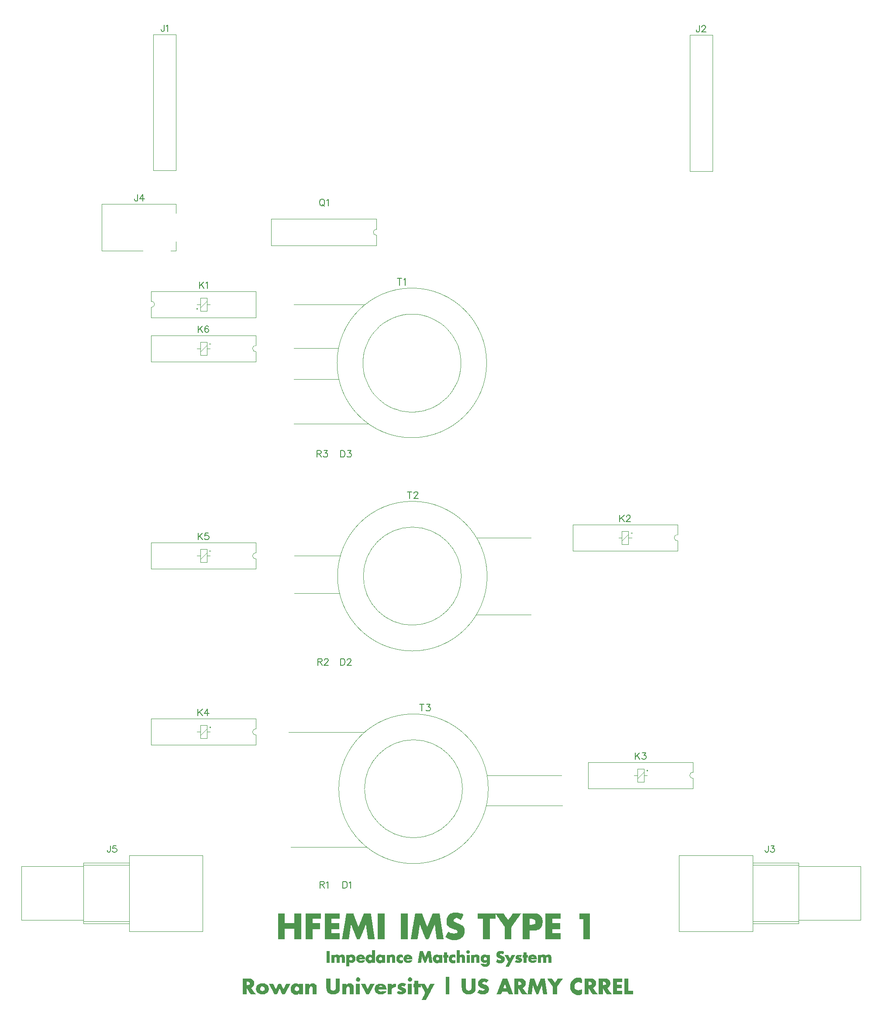
<source format=gbr>
G04 DipTrace 3.3.1.3*
G04 TopSilk.gbr*
%MOIN*%
G04 #@! TF.FileFunction,Legend,Top*
G04 #@! TF.Part,Single*
%ADD10C,0.004724*%
%ADD11C,0.003*%
%ADD26C,0.000013*%
%ADD58C,0.00772*%
%FSLAX26Y26*%
G04*
G70*
G90*
G75*
G01*
G04 TopSilk*
%LPD*%
X844685Y7797196D2*
D10*
X671457D1*
Y6757825D1*
X844685D1*
Y7797196D1*
X4767717Y6752706D2*
X4940945D1*
Y7792076D1*
X4767717D1*
Y6752706D1*
X278051Y6502115D2*
Y6147766D1*
X593002D1*
X805631D2*
X844985D1*
Y6216676D1*
Y6433205D2*
Y6502115D1*
X278051D1*
X488755Y953701D2*
X1050228D1*
Y1533465D1*
X488755D1*
Y953701D1*
X-335099Y1038984D2*
X139791D1*
Y1448413D1*
X-335099D1*
Y1038984D1*
X139791Y1011677D2*
X488755D1*
Y1475720D1*
X139791D1*
Y1011677D1*
Y1028722D2*
X488755D1*
X139791Y1458675D2*
X488755D1*
X656201Y5837451D2*
X1456201D1*
Y5637451D1*
X656201D1*
Y5713831D1*
Y5837451D2*
Y5761071D1*
Y5713831D2*
G03X656201Y5761071I2271J23620D01*
G01*
X1031241Y5787451D2*
X1081161D1*
Y5762451D1*
Y5737451D1*
Y5687451D1*
X1031241D1*
Y5712451D1*
Y5737451D1*
Y5787451D1*
Y5712451D2*
X1081161Y5762451D1*
X1031241Y5737451D2*
X1006201D1*
X1081161D2*
X1106201D1*
X1001241Y5702451D2*
G02X1001241Y5702451I4960J0D01*
G01*
X4674950Y3856201D2*
X3874950D1*
Y4056201D1*
X4674950D1*
Y3979821D1*
Y3856201D2*
Y3932581D1*
Y3979821D2*
G03X4674950Y3932581I-2271J-23620D01*
G01*
X4299910Y3906201D2*
X4249990D1*
Y3931201D1*
Y3956201D1*
Y4006201D1*
X4299910D1*
Y3981201D1*
Y3956201D1*
Y3906201D1*
Y3981201D2*
X4249990Y3931201D1*
X4299910Y3956201D2*
X4324950D1*
X4249990D2*
X4224950D1*
X4319990Y3991201D2*
G02X4319990Y3991201I4960J0D01*
G01*
X4793702Y2043701D2*
X3993702D1*
Y2243701D1*
X4793702D1*
Y2167321D1*
Y2043701D2*
Y2120081D1*
Y2167321D2*
G03X4793702Y2120081I-2271J-23620D01*
G01*
X4418662Y2093701D2*
X4368742D1*
Y2118701D1*
Y2143701D1*
Y2193701D1*
X4418662D1*
Y2168701D1*
Y2143701D1*
Y2093701D1*
Y2168701D2*
X4368742Y2118701D1*
X4418662Y2143701D2*
X4443702D1*
X4368742D2*
X4343702D1*
X4438742Y2178701D2*
G02X4438742Y2178701I4960J0D01*
G01*
X1456202Y2374950D2*
X656202D1*
Y2574950D1*
X1456202D1*
Y2498570D1*
Y2374950D2*
Y2451330D1*
Y2498570D2*
G03X1456202Y2451330I-2271J-23620D01*
G01*
X1081162Y2424950D2*
X1031242D1*
Y2449950D1*
Y2474950D1*
Y2524950D1*
X1081162D1*
Y2499950D1*
Y2474950D1*
Y2424950D1*
Y2499950D2*
X1031242Y2449950D1*
X1081162Y2474950D2*
X1106202D1*
X1031242D2*
X1006202D1*
X1101242Y2509950D2*
G02X1101242Y2509950I4960J0D01*
G01*
X1456202Y3718701D2*
X656202D1*
Y3918701D1*
X1456202D1*
Y3842321D1*
Y3718701D2*
Y3795081D1*
Y3842321D2*
G03X1456202Y3795081I-2271J-23620D01*
G01*
X1081162Y3768701D2*
X1031242D1*
Y3793701D1*
Y3818701D1*
Y3868701D1*
X1081162D1*
Y3843701D1*
Y3818701D1*
Y3768701D1*
Y3843701D2*
X1031242Y3793701D1*
X1081162Y3818701D2*
X1106202D1*
X1031242D2*
X1006202D1*
X1101242Y3853701D2*
G02X1101242Y3853701I4960J0D01*
G01*
X1456202Y5299951D2*
X656202D1*
Y5499951D1*
X1456202D1*
Y5423571D1*
Y5299951D2*
Y5376331D1*
Y5423571D2*
G03X1456202Y5376331I-2271J-23620D01*
G01*
X1081162Y5349951D2*
X1031242D1*
Y5374951D1*
Y5399951D1*
Y5449951D1*
X1081162D1*
Y5424951D1*
Y5399951D1*
Y5349951D1*
Y5424951D2*
X1031242Y5374951D1*
X1081162Y5399951D2*
X1106202D1*
X1031242D2*
X1006202D1*
X1101242Y5434951D2*
G02X1101242Y5434951I4960J0D01*
G01*
X2376526Y6185085D2*
X1573377D1*
Y6389818D2*
Y6185085D1*
X2376526Y6389818D2*
X1573377D1*
X2376526D2*
Y6311077D1*
Y6185085D2*
Y6263826D1*
Y6311077D2*
G03X2376526Y6263826I13J-23626D01*
G01*
X2075494Y5290522D2*
D26*
G02X2075494Y5290522I570868J0D01*
G01*
X2272277D2*
X2273188Y5316613D1*
X2275918Y5342577D1*
X2280452Y5368288D1*
X2286768Y5393619D1*
X2294837Y5418449D1*
X2304618Y5442655D1*
X2316064Y5466119D1*
X2329120Y5488729D1*
X2343721Y5510373D1*
X2359796Y5530945D1*
X2377268Y5550346D1*
X2396050Y5568482D1*
X2416052Y5585263D1*
X2437176Y5600608D1*
X2459319Y5614443D1*
X2482374Y5626700D1*
X2506227Y5637318D1*
X2530763Y5646247D1*
X2555863Y5653443D1*
X2581403Y5658871D1*
X2607259Y5662505D1*
X2633307Y5664326D1*
X2659417D1*
X2685465Y5662505D1*
X2711321Y5658871D1*
X2736861Y5653443D1*
X2761961Y5646247D1*
X2786497Y5637318D1*
X2810350Y5626700D1*
X2833405Y5614443D1*
X2855548Y5600608D1*
X2876672Y5585263D1*
X2896674Y5568482D1*
X2915456Y5550346D1*
X2932928Y5530945D1*
X2949003Y5510373D1*
X2963604Y5488729D1*
X2976660Y5466119D1*
X2988106Y5442655D1*
X2997887Y5418449D1*
X3005956Y5393619D1*
X3012272Y5368288D1*
X3016807Y5342577D1*
X3019536Y5316613D1*
X3020447Y5290522D1*
X3019536Y5264431D1*
X3016807Y5238467D1*
X3012272Y5212757D1*
X3005956Y5187425D1*
X2997887Y5162596D1*
X2988106Y5138390D1*
X2976660Y5114925D1*
X2963604Y5092316D1*
X2949003Y5070672D1*
X2932928Y5050099D1*
X2915456Y5030698D1*
X2896674Y5012563D1*
X2876672Y4995781D1*
X2855548Y4980436D1*
X2833405Y4966602D1*
X2810350Y4954345D1*
X2786497Y4943726D1*
X2761961Y4934797D1*
X2736861Y4927601D1*
X2711321Y4922173D1*
X2685465Y4918540D1*
X2659417Y4916719D1*
X2633307D1*
X2607259Y4918540D1*
X2581403Y4922173D1*
X2555863Y4927601D1*
X2530763Y4934797D1*
X2506227Y4943726D1*
X2482374Y4954345D1*
X2459319Y4966602D1*
X2437176Y4980436D1*
X2416052Y4995781D1*
X2396050Y5012563D1*
X2377268Y5030698D1*
X2359796Y5050099D1*
X2343721Y5070672D1*
X2329120Y5092316D1*
X2316064Y5114925D1*
X2304618Y5138390D1*
X2294837Y5162596D1*
X2286768Y5187425D1*
X2280452Y5212757D1*
X2275918Y5238467D1*
X2273188Y5264431D1*
X2272277Y5290522D1*
X2288871Y5736026D2*
X1747043D1*
X2315385Y4824924D2*
X1745419D1*
X2086497Y5401955D2*
X1743976D1*
X2089022Y5165959D2*
X1746682D1*
X2079128Y3663516D2*
G02X2079128Y3663516I570900J0D01*
G01*
X2275949D2*
G02X2275949Y3663516I374079J0D01*
G01*
X3556174Y3956256D2*
X3138346Y3956484D1*
X3556174Y3368720D2*
X3137167Y3368035D1*
X2094071Y3532217D2*
X1747815D1*
X2100560Y3818677D2*
X1748208D1*
X2088121Y2040899D2*
G02X2088121Y2040899I570849J0D01*
G01*
X2284903D2*
G02X2284903Y2040899I374066J0D01*
G01*
X3789237Y2143084D2*
X3219284D1*
X3794392Y1912454D2*
X3213905D1*
X2301040Y1595623D2*
X1720554D1*
X2286024Y2473615D2*
X1705537D1*
X5248647Y1533701D2*
D10*
X4687174D1*
Y953937D1*
X5248647D1*
Y1533701D1*
X6072501Y1448418D2*
X5597611D1*
Y1038988D1*
X6072501D1*
Y1448418D1*
X5597611Y1475724D2*
X5248647D1*
Y1011681D1*
X5597611D1*
Y1475724D1*
Y1458679D2*
X5248647D1*
X5597611Y1028727D2*
X5248647D1*
X2962201Y1096950D2*
D11*
X2995201D1*
X2954266Y1093950D2*
X3006124D1*
X1624201Y1090950D2*
X1672201D1*
X1750201D2*
X1798201D1*
X1837201D2*
X1948201D1*
X1981201D2*
X2092201D1*
X2146201D2*
X2197201D1*
X2281201D2*
X2329201D1*
X2386201D2*
X2434201D1*
X2563201D2*
X2611201D1*
X2671201D2*
X2722201D1*
X2806201D2*
X2854201D1*
X2947372D2*
X3015889D1*
X3148201D2*
X3343201D1*
X3418201D2*
X3478201D1*
X3493201D2*
X3589201D1*
X3667201D2*
X3778201D1*
X3925201D2*
X4003201D1*
X1624201Y1087950D2*
X1672201D1*
X1750201D2*
X1798201D1*
X1837201D2*
X1948201D1*
X1981201D2*
X2092201D1*
X2146087D2*
X2197664D1*
X2279352D2*
X2330226D1*
X2386201D2*
X2434201D1*
X2563201D2*
X2611201D1*
X2671087D2*
X2722664D1*
X2804352D2*
X2855226D1*
X2941644D2*
X3023989D1*
X3148201D2*
X3344804D1*
X3415664D2*
X3475315D1*
X3493201D2*
X3597959D1*
X3667201D2*
X3778201D1*
X3925201D2*
X4003201D1*
X1624201Y1084950D2*
X1672201D1*
X1750201D2*
X1798201D1*
X1837201D2*
X1948201D1*
X1981201D2*
X2092201D1*
X2145702D2*
X2198420D1*
X2277735D2*
X2331119D1*
X2386201D2*
X2434201D1*
X2563201D2*
X2611201D1*
X2670702D2*
X2723420D1*
X2802735D2*
X2856119D1*
X2936900D2*
X3030781D1*
X3148201D2*
X3346837D1*
X3413420D2*
X3472700D1*
X3493201D2*
X3605576D1*
X3667201D2*
X3778201D1*
X3925201D2*
X4003201D1*
X1624201Y1081950D2*
X1672201D1*
X1750201D2*
X1798201D1*
X1837201D2*
X1948201D1*
X1981201D2*
X2092201D1*
X2144983D2*
X2199302D1*
X2276417D2*
X2331688D1*
X2386201D2*
X2434201D1*
X2563201D2*
X2611201D1*
X2669983D2*
X2724302D1*
X2801417D2*
X2856688D1*
X2932955D2*
X3034087D1*
X3148201D2*
X3283201D1*
X3289087D2*
X3349019D1*
X3411302D2*
X3470430D1*
X3493201D2*
X3612043D1*
X3667201D2*
X3778201D1*
X3925201D2*
X4003201D1*
X1624201Y1078950D2*
X1672201D1*
X1750201D2*
X1798201D1*
X1837201D2*
X1948201D1*
X1981201D2*
X2092201D1*
X2144214D2*
X2200222D1*
X2275304D2*
X2331994D1*
X2386201D2*
X2434201D1*
X2563201D2*
X2611201D1*
X2669214D2*
X2725222D1*
X2800304D2*
X2856994D1*
X2929521D2*
X3034936D1*
X3148201D2*
X3283201D1*
X3291702D2*
X3351095D1*
X3409210D2*
X3468305D1*
X3493201D2*
X3617488D1*
X3667201D2*
X3778201D1*
X3925201D2*
X4003201D1*
X1624201Y1075950D2*
X1672201D1*
X1750201D2*
X1798201D1*
X1837201D2*
X1948201D1*
X1981201D2*
X2092201D1*
X2143690D2*
X2201324D1*
X2274123D2*
X2332231D1*
X2386201D2*
X2434201D1*
X2563201D2*
X2611201D1*
X2668690D2*
X2726324D1*
X2799123D2*
X2857231D1*
X2926436D2*
X3034247D1*
X3148201D2*
X3283201D1*
X3293971D2*
X3353142D1*
X3407219D2*
X3466211D1*
X3493201D2*
X3621994D1*
X3667201D2*
X3778201D1*
X3925201D2*
X4003201D1*
X1624201Y1072950D2*
X1672201D1*
X1750201D2*
X1798201D1*
X1837201D2*
X1948201D1*
X1981201D2*
X2092201D1*
X2143400D2*
X2202603D1*
X2272815D2*
X2332668D1*
X2386201D2*
X2434201D1*
X2563201D2*
X2611201D1*
X2668400D2*
X2727603D1*
X2797815D2*
X2857668D1*
X2923755D2*
X3033166D1*
X3148201D2*
X3283201D1*
X3296096D2*
X3355207D1*
X3405221D2*
X3464207D1*
X3493201D2*
X3625582D1*
X3667201D2*
X3778201D1*
X3925201D2*
X4003201D1*
X1624201Y1069950D2*
X1672201D1*
X1750201D2*
X1798201D1*
X1837201D2*
X1948201D1*
X1981201D2*
X2092201D1*
X2143168D2*
X2203909D1*
X2271498D2*
X2333407D1*
X2386201D2*
X2434201D1*
X2563201D2*
X2611201D1*
X2668168D2*
X2728909D1*
X2796498D2*
X2858407D1*
X2921551D2*
X3031842D1*
X3148201D2*
X3283201D1*
X3298191D2*
X3357188D1*
X3403179D2*
X3462116D1*
X3493201D2*
X3628463D1*
X3667201D2*
X3778201D1*
X3925201D2*
X4003201D1*
X1624201Y1066950D2*
X1672201D1*
X1750201D2*
X1798201D1*
X1837201D2*
X1948201D1*
X1981201D2*
X2092201D1*
X2142733D2*
X2205083D1*
X2270321D2*
X2334184D1*
X2386201D2*
X2434201D1*
X2563201D2*
X2611201D1*
X2667733D2*
X2730083D1*
X2795321D2*
X2859184D1*
X2919704D2*
X3030414D1*
X3148201D2*
X3283201D1*
X3300194D2*
X3359182D1*
X3401196D2*
X3459797D1*
X3493201D2*
X3630916D1*
X3667201D2*
X3778201D1*
X3925201D2*
X4003201D1*
X1624201Y1063950D2*
X1672201D1*
X1750201D2*
X1798201D1*
X1837201D2*
X1948201D1*
X1981201D2*
X2092201D1*
X2141994D2*
X2206123D1*
X2269268D2*
X2334710D1*
X2386201D2*
X2434201D1*
X2563201D2*
X2611201D1*
X2666994D2*
X2731123D1*
X2794268D2*
X2859710D1*
X2918060D2*
X3028936D1*
X3148201D2*
X3283201D1*
X3302286D2*
X3361223D1*
X3399112D2*
X3457478D1*
X3493201D2*
X3632975D1*
X3667201D2*
X3778201D1*
X3925201D2*
X4003201D1*
X1624201Y1060950D2*
X1672201D1*
X1750201D2*
X1798201D1*
X1837201D2*
X1948201D1*
X1981201D2*
X2092201D1*
X2141217D2*
X2207186D1*
X2268110D2*
X2334989D1*
X2386201D2*
X2434201D1*
X2563201D2*
X2611201D1*
X2666217D2*
X2732186D1*
X2793110D2*
X2859989D1*
X2916594D2*
X3027448D1*
X3148201D2*
X3283201D1*
X3304605D2*
X3363194D1*
X3396796D2*
X3455343D1*
X3493201D2*
X3634749D1*
X3667201D2*
X3778201D1*
X3925201D2*
X4003201D1*
X1624201Y1057950D2*
X1672201D1*
X1750201D2*
X1798201D1*
X1837201D2*
X1948201D1*
X1981201D2*
X2092201D1*
X2140692D2*
X2208209D1*
X2266810D2*
X2335128D1*
X2386201D2*
X2434201D1*
X2563201D2*
X2611201D1*
X2665692D2*
X2733209D1*
X2791810D2*
X2860128D1*
X2915356D2*
X3025948D1*
X3148201D2*
X3283201D1*
X3306924D2*
X3365184D1*
X3394477D2*
X3453272D1*
X3493201D2*
X3636362D1*
X3667201D2*
X3778201D1*
X3925201D2*
X4003201D1*
X1624201Y1054950D2*
X1672201D1*
X1750201D2*
X1798201D1*
X1837201D2*
X1948201D1*
X1981201D2*
X2092201D1*
X2140401D2*
X2209187D1*
X2265496D2*
X2335286D1*
X2386201D2*
X2434201D1*
X2563201D2*
X2611201D1*
X2665401D2*
X2734187D1*
X2790496D2*
X2860286D1*
X2914292D2*
X2977441D1*
X2994485D2*
X3024452D1*
X3148201D2*
X3283201D1*
X3309059D2*
X3367224D1*
X3392342D2*
X3451199D1*
X3493201D2*
X3637803D1*
X3667201D2*
X3778201D1*
X3925201D2*
X4003201D1*
X1624201Y1051950D2*
X1672201D1*
X1750201D2*
X1798201D1*
X1837201D2*
X1948201D1*
X1981201D2*
X2092201D1*
X2140168D2*
X2210312D1*
X2264320D2*
X2335689D1*
X2386201D2*
X2434201D1*
X2563201D2*
X2611201D1*
X2665168D2*
X2735312D1*
X2789320D2*
X2860689D1*
X2913231D2*
X2972339D1*
X3001739D2*
X3022959D1*
X3148201D2*
X3283201D1*
X3311129D2*
X3369229D1*
X3390261D2*
X3449203D1*
X3493201D2*
X3638930D1*
X3667201D2*
X3778201D1*
X3925201D2*
X4003201D1*
X1624201Y1048950D2*
X1672201D1*
X1750201D2*
X1798201D1*
X1837201D2*
X1885201D1*
X1981201D2*
X2029201D1*
X2139733D2*
X2211599D1*
X2263268D2*
X2336415D1*
X2386201D2*
X2434201D1*
X2563201D2*
X2611201D1*
X2664733D2*
X2736599D1*
X2788268D2*
X2861415D1*
X2912311D2*
X2968394D1*
X3007539D2*
X3021539D1*
X3190201D2*
X3238201D1*
X3313203D2*
X3371554D1*
X3388075D2*
X3447114D1*
X3493201D2*
X3541201D1*
X3569420D2*
X3639611D1*
X3667201D2*
X3715201D1*
X3955201D2*
X4003201D1*
X1624201Y1045950D2*
X1672201D1*
X1750201D2*
X1798201D1*
X1837201D2*
X1885201D1*
X1981201D2*
X2029201D1*
X2138994D2*
X2212908D1*
X2262110D2*
X2337187D1*
X2386201D2*
X2434201D1*
X2563201D2*
X2611201D1*
X2663994D2*
X2737908D1*
X2787110D2*
X2862187D1*
X2911726D2*
X2965650D1*
X3012131D2*
X3020290D1*
X3190201D2*
X3238201D1*
X3315186D2*
X3374900D1*
X3385642D2*
X3444796D1*
X3493201D2*
X3541201D1*
X3577567D2*
X3639964D1*
X3667201D2*
X3715201D1*
X3955201D2*
X4003201D1*
X1624201Y1042950D2*
X1672201D1*
X1750201D2*
X1798201D1*
X1837201D2*
X1885201D1*
X1981201D2*
X2029201D1*
X2138217D2*
X2214082D1*
X2260810D2*
X2337711D1*
X2386201D2*
X2434201D1*
X2563201D2*
X2611201D1*
X2663217D2*
X2739082D1*
X2785810D2*
X2862711D1*
X2911425D2*
X2963599D1*
X3016201D2*
X3019201D1*
X3190201D2*
X3238201D1*
X3317182D2*
X3379636D1*
X3382644D2*
X3442478D1*
X3493201D2*
X3541201D1*
X3583908D2*
X3640221D1*
X3667201D2*
X3715201D1*
X3955201D2*
X4003201D1*
X1624201Y1039950D2*
X1672201D1*
X1750201D2*
X1798201D1*
X1837201D2*
X1885201D1*
X1981201D2*
X2029201D1*
X2137692D2*
X2215134D1*
X2259496D2*
X2337989D1*
X2386201D2*
X2434201D1*
X2563201D2*
X2611201D1*
X2662692D2*
X2740134D1*
X2784496D2*
X2862989D1*
X2911289D2*
X2962892D1*
X3190201D2*
X3238201D1*
X3319223D2*
X3440342D1*
X3493201D2*
X3541201D1*
X3586943D2*
X3640664D1*
X3667201D2*
X3715201D1*
X3955201D2*
X4003201D1*
X1624201Y1036950D2*
X1672201D1*
X1750201D2*
X1798201D1*
X1837201D2*
X1885201D1*
X1981201D2*
X2029201D1*
X2137401D2*
X2216292D1*
X2258320D2*
X2338128D1*
X2386201D2*
X2434201D1*
X2563201D2*
X2611201D1*
X2662401D2*
X2741292D1*
X2783320D2*
X2863128D1*
X2911234D2*
X2962619D1*
X3190201D2*
X3238201D1*
X3321206D2*
X3438272D1*
X3493201D2*
X3541201D1*
X3588124D2*
X3641406D1*
X3667201D2*
X3715201D1*
X3955201D2*
X4003201D1*
X1624201Y1033950D2*
X1672201D1*
X1750201D2*
X1798201D1*
X1837201D2*
X1885201D1*
X1981201D2*
X2029201D1*
X2137168D2*
X2217592D1*
X2257268D2*
X2338286D1*
X2386201D2*
X2434201D1*
X2563201D2*
X2611201D1*
X2662168D2*
X2742592D1*
X2782268D2*
X2863286D1*
X2911213D2*
X2962681D1*
X3190201D2*
X3238201D1*
X3323290D2*
X3436199D1*
X3493201D2*
X3541201D1*
X3588750D2*
X3642172D1*
X3667201D2*
X3715201D1*
X3955201D2*
X4003201D1*
X1624201Y1030950D2*
X1672201D1*
X1750201D2*
X1798201D1*
X1837201D2*
X1885201D1*
X1981201D2*
X2029201D1*
X2136733D2*
X2218905D1*
X2256110D2*
X2338689D1*
X2386201D2*
X2434201D1*
X2563201D2*
X2611201D1*
X2661733D2*
X2743905D1*
X2781110D2*
X2863689D1*
X2911205D2*
X2964047D1*
X3190201D2*
X3238201D1*
X3325606D2*
X3434203D1*
X3493201D2*
X3541201D1*
X3589027D2*
X3642593D1*
X3667201D2*
X3715201D1*
X3955201D2*
X4003201D1*
X1624201Y1027950D2*
X1672201D1*
X1750201D2*
X1798201D1*
X1837201D2*
X1885201D1*
X1981201D2*
X2029201D1*
X2135994D2*
X2220081D1*
X2254810D2*
X2339415D1*
X2386201D2*
X2434201D1*
X2563201D2*
X2611201D1*
X2660994D2*
X2745081D1*
X2779810D2*
X2864415D1*
X2911202D2*
X2966291D1*
X3190201D2*
X3238201D1*
X3327924D2*
X3432114D1*
X3493201D2*
X3541201D1*
X3589137D2*
X3642489D1*
X3667201D2*
X3715201D1*
X3955201D2*
X4003201D1*
X1624201Y1024950D2*
X1672201D1*
X1750201D2*
X1798201D1*
X1837201D2*
X1885201D1*
X1981201D2*
X2029201D1*
X2135217D2*
X2221122D1*
X2253496D2*
X2340187D1*
X2386201D2*
X2434201D1*
X2563201D2*
X2611201D1*
X2660217D2*
X2746122D1*
X2778496D2*
X2865187D1*
X2911201D2*
X2969814D1*
X3190201D2*
X3238201D1*
X3330059D2*
X3429796D1*
X3493201D2*
X3541201D1*
X3589179D2*
X3641898D1*
X3667201D2*
X3715201D1*
X3955201D2*
X4003201D1*
X1624201Y1021950D2*
X1672201D1*
X1750201D2*
X1798201D1*
X1837201D2*
X1885201D1*
X1981201D2*
X2029201D1*
X2134692D2*
X2222186D1*
X2252320D2*
X2340711D1*
X2386201D2*
X2434201D1*
X2563201D2*
X2611201D1*
X2659692D2*
X2747186D1*
X2777320D2*
X2865711D1*
X2911201D2*
X2975132D1*
X3190201D2*
X3238201D1*
X3332129D2*
X3427478D1*
X3493201D2*
X3541201D1*
X3589182D2*
X3641182D1*
X3667201D2*
X3715201D1*
X3955201D2*
X4003201D1*
X1624201Y1018950D2*
X1672201D1*
X1750201D2*
X1798201D1*
X1837201D2*
X1885201D1*
X1981201D2*
X2029201D1*
X2134401D2*
X2223209D1*
X2251268D2*
X2341001D1*
X2386201D2*
X2434201D1*
X2563201D2*
X2611201D1*
X2659401D2*
X2748209D1*
X2776268D2*
X2866001D1*
X2911213D2*
X2982287D1*
X3190201D2*
X3238201D1*
X3334203D2*
X3425342D1*
X3493201D2*
X3541201D1*
X3589069D2*
X3640679D1*
X3667201D2*
X3715201D1*
X3955201D2*
X4003201D1*
X1624201Y1015950D2*
X1798201D1*
X1837201D2*
X1942201D1*
X1981201D2*
X2089201D1*
X2134168D2*
X2224187D1*
X2250110D2*
X2341234D1*
X2386201D2*
X2434201D1*
X2563201D2*
X2611201D1*
X2659168D2*
X2749187D1*
X2775110D2*
X2866234D1*
X2911318D2*
X2990496D1*
X3190201D2*
X3238201D1*
X3336198D2*
X3423272D1*
X3493201D2*
X3541201D1*
X3588536D2*
X3640408D1*
X3667201D2*
X3775201D1*
X3955201D2*
X4003201D1*
X1624201Y1012950D2*
X1798201D1*
X1837201D2*
X1942201D1*
X1981201D2*
X2089201D1*
X2133733D2*
X2225312D1*
X2248810D2*
X2341669D1*
X2386201D2*
X2434201D1*
X2563201D2*
X2611201D1*
X2658733D2*
X2750312D1*
X2773810D2*
X2866669D1*
X2911712D2*
X2998613D1*
X3190201D2*
X3238201D1*
X3338287D2*
X3421199D1*
X3493201D2*
X3541201D1*
X3587496D2*
X3640272D1*
X3667201D2*
X3775201D1*
X3955201D2*
X4003201D1*
X1624201Y1009950D2*
X1798201D1*
X1837201D2*
X1942201D1*
X1981201D2*
X2089201D1*
X2132994D2*
X2226599D1*
X2247496D2*
X2342408D1*
X2386201D2*
X2434201D1*
X2563201D2*
X2611201D1*
X2657994D2*
X2751599D1*
X2772496D2*
X2867408D1*
X2912536D2*
X3005965D1*
X3190201D2*
X3238201D1*
X3340605D2*
X3419203D1*
X3493201D2*
X3541201D1*
X3583920D2*
X3640115D1*
X3667201D2*
X3775201D1*
X3955201D2*
X4003201D1*
X1624201Y1006950D2*
X1798201D1*
X1837201D2*
X1942201D1*
X1981201D2*
X2089201D1*
X2132217D2*
X2227908D1*
X2246320D2*
X2343184D1*
X2386201D2*
X2434201D1*
X2563201D2*
X2611201D1*
X2657217D2*
X2752908D1*
X2771320D2*
X2868184D1*
X2913699D2*
X3012563D1*
X3190201D2*
X3238201D1*
X3342924D2*
X3417114D1*
X3493201D2*
X3541201D1*
X3572438D2*
X3639712D1*
X3667201D2*
X3775201D1*
X3955201D2*
X4003201D1*
X1624201Y1003950D2*
X1798201D1*
X1837201D2*
X1942201D1*
X1981201D2*
X2089201D1*
X2131680D2*
X2229082D1*
X2245268D2*
X2289737D1*
X2296315D2*
X2343710D1*
X2386201D2*
X2434201D1*
X2563201D2*
X2611201D1*
X2656680D2*
X2754082D1*
X2770268D2*
X2814737D1*
X2821315D2*
X2868710D1*
X2915058D2*
X3018485D1*
X3190201D2*
X3238201D1*
X3345059D2*
X3414796D1*
X3493201D2*
X3541201D1*
X3554377D2*
X3638975D1*
X3667201D2*
X3775201D1*
X3955201D2*
X4003201D1*
X1624201Y1000950D2*
X1798201D1*
X1837201D2*
X1942201D1*
X1981201D2*
X2089201D1*
X2131295D2*
X2176201D1*
X2185664D2*
X2230123D1*
X2244110D2*
X2288982D1*
X2296700D2*
X2343989D1*
X2386201D2*
X2434201D1*
X2563201D2*
X2611201D1*
X2656295D2*
X2701201D1*
X2710664D2*
X2755123D1*
X2769110D2*
X2813982D1*
X2821700D2*
X2868989D1*
X2916605D2*
X3023766D1*
X3190201D2*
X3238201D1*
X3347129D2*
X3412478D1*
X3493201D2*
X3638098D1*
X3667201D2*
X3775201D1*
X3955201D2*
X4003201D1*
X1624201Y997950D2*
X1798201D1*
X1837201D2*
X1942201D1*
X1981201D2*
X2089201D1*
X2130786D2*
X2176201D1*
X2186420D2*
X2231186D1*
X2242798D2*
X2288099D1*
X2297419D2*
X2344128D1*
X2386201D2*
X2434201D1*
X2563201D2*
X2611201D1*
X2655786D2*
X2701201D1*
X2711420D2*
X2756186D1*
X2767798D2*
X2813099D1*
X2822419D2*
X2869128D1*
X2918485D2*
X3028441D1*
X3190201D2*
X3238201D1*
X3349191D2*
X3410342D1*
X3493201D2*
X3637180D1*
X3667201D2*
X3775201D1*
X3955201D2*
X4003201D1*
X1624201Y994950D2*
X1798201D1*
X1837201D2*
X1942201D1*
X1981201D2*
X2089201D1*
X2130014D2*
X2176201D1*
X2187302D2*
X2232218D1*
X2241381D2*
X2287180D1*
X2298188D2*
X2344286D1*
X2386201D2*
X2434201D1*
X2563201D2*
X2611201D1*
X2655014D2*
X2701201D1*
X2712302D2*
X2757218D1*
X2766381D2*
X2812180D1*
X2823188D2*
X2869286D1*
X2920920D2*
X3032335D1*
X3190201D2*
X3238201D1*
X3351069D2*
X3408284D1*
X3493201D2*
X3636065D1*
X3667201D2*
X3775201D1*
X3955201D2*
X4003201D1*
X1624201Y991950D2*
X1798201D1*
X1837201D2*
X1942201D1*
X1981201D2*
X2089201D1*
X2129225D2*
X2176189D1*
X2188222D2*
X2233268D1*
X2239839D2*
X2286077D1*
X2298711D2*
X2344689D1*
X2386201D2*
X2434201D1*
X2563201D2*
X2611201D1*
X2654225D2*
X2701189D1*
X2713222D2*
X2758268D1*
X2764839D2*
X2811077D1*
X2823711D2*
X2869689D1*
X2924090D2*
X3035346D1*
X3190201D2*
X3238201D1*
X3352671D2*
X3406328D1*
X3493201D2*
X3634669D1*
X3667201D2*
X3775201D1*
X3955201D2*
X4003201D1*
X1624201Y988950D2*
X1798201D1*
X1837201D2*
X1942201D1*
X1981201D2*
X2089201D1*
X2128694D2*
X2176084D1*
X2189324D2*
X2234611D1*
X2238104D2*
X2284798D1*
X2298989D2*
X2345415D1*
X2386201D2*
X2434201D1*
X2563201D2*
X2611201D1*
X2653694D2*
X2701084D1*
X2714324D2*
X2759611D1*
X2763104D2*
X2809798D1*
X2823989D2*
X2870415D1*
X2928262D2*
X3037824D1*
X3190201D2*
X3238201D1*
X3353876D2*
X3404832D1*
X3493201D2*
X3632875D1*
X3667201D2*
X3775201D1*
X3955201D2*
X4003201D1*
X1624201Y985950D2*
X1798201D1*
X1837201D2*
X1942201D1*
X1981201D2*
X2089201D1*
X2128402D2*
X2175701D1*
X2190603D2*
X2283492D1*
X2299117D2*
X2346187D1*
X2386201D2*
X2434201D1*
X2563201D2*
X2611201D1*
X2653402D2*
X2700701D1*
X2715603D2*
X2808492D1*
X2824117D2*
X2871187D1*
X2933593D2*
X3039972D1*
X3190201D2*
X3238201D1*
X3354590D2*
X3403949D1*
X3493201D2*
X3630590D1*
X3667201D2*
X3775201D1*
X3955201D2*
X4003201D1*
X1624201Y982950D2*
X1798201D1*
X1837201D2*
X1942201D1*
X1981201D2*
X2089201D1*
X2128168D2*
X2174983D1*
X2191909D2*
X2282319D1*
X2299181D2*
X2346711D1*
X2386201D2*
X2434201D1*
X2563201D2*
X2611201D1*
X2653168D2*
X2699983D1*
X2716909D2*
X2807319D1*
X2824181D2*
X2871711D1*
X2940022D2*
X3041646D1*
X3190201D2*
X3238201D1*
X3354945D2*
X3403513D1*
X3493201D2*
X3627945D1*
X3667201D2*
X3775201D1*
X3955201D2*
X4003201D1*
X1624201Y979950D2*
X1798201D1*
X1837201D2*
X1942201D1*
X1981201D2*
X2089201D1*
X2127733D2*
X2174214D1*
X2193083D2*
X2281267D1*
X2299307D2*
X2347001D1*
X2386201D2*
X2434201D1*
X2563201D2*
X2611201D1*
X2652733D2*
X2699214D1*
X2718083D2*
X2806267D1*
X2824307D2*
X2872001D1*
X2947453D2*
X3042938D1*
X3190201D2*
X3238201D1*
X3355101D2*
X3403322D1*
X3493201D2*
X3625089D1*
X3667201D2*
X3775201D1*
X3955201D2*
X4003201D1*
X1624201Y976950D2*
X1798201D1*
X1837201D2*
X1942201D1*
X1981201D2*
X2089201D1*
X2126994D2*
X2173690D1*
X2194134D2*
X2280110D1*
X2299696D2*
X2347234D1*
X2386201D2*
X2434201D1*
X2563201D2*
X2611201D1*
X2651994D2*
X2698690D1*
X2719134D2*
X2805110D1*
X2824696D2*
X2872234D1*
X2955802D2*
X3044102D1*
X3190201D2*
X3238201D1*
X3355164D2*
X3403245D1*
X3493201D2*
X3622023D1*
X3667201D2*
X3775201D1*
X3955201D2*
X4003201D1*
X1624201Y973950D2*
X1672201D1*
X1750201D2*
X1798201D1*
X1837201D2*
X1942201D1*
X1981201D2*
X2089201D1*
X2126217D2*
X2173412D1*
X2195292D2*
X2278798D1*
X2300418D2*
X2347669D1*
X2386201D2*
X2434201D1*
X2563201D2*
X2611201D1*
X2651217D2*
X2698412D1*
X2720292D2*
X2803798D1*
X2825418D2*
X2872669D1*
X2964582D2*
X3045065D1*
X3190201D2*
X3238201D1*
X3355188D2*
X3403217D1*
X3493201D2*
X3618430D1*
X3667201D2*
X3775201D1*
X3955201D2*
X4003201D1*
X1624201Y970950D2*
X1672201D1*
X1750201D2*
X1798201D1*
X1837201D2*
X1885201D1*
X1981201D2*
X2029201D1*
X2125692D2*
X2173273D1*
X2196592D2*
X2277391D1*
X2301188D2*
X2348408D1*
X2386201D2*
X2434201D1*
X2563201D2*
X2611201D1*
X2650692D2*
X2698273D1*
X2721592D2*
X2802391D1*
X2826188D2*
X2873408D1*
X2972826D2*
X3045666D1*
X3190201D2*
X3238201D1*
X3355196D2*
X3403206D1*
X3493201D2*
X3613722D1*
X3667201D2*
X3715201D1*
X3955201D2*
X4003201D1*
X1624201Y967950D2*
X1672201D1*
X1750201D2*
X1798201D1*
X1837201D2*
X1885201D1*
X1981201D2*
X2029201D1*
X2125401D2*
X2173115D1*
X2197905D2*
X2275938D1*
X2301711D2*
X2349184D1*
X2386201D2*
X2434201D1*
X2563201D2*
X2611201D1*
X2650401D2*
X2698115D1*
X2722905D2*
X2800938D1*
X2826711D2*
X2874184D1*
X2979782D2*
X3045974D1*
X3190201D2*
X3238201D1*
X3355199D2*
X3403203D1*
X3493201D2*
X3607534D1*
X3667201D2*
X3715201D1*
X3955201D2*
X4003201D1*
X1624201Y964950D2*
X1672201D1*
X1750201D2*
X1798201D1*
X1837201D2*
X1885201D1*
X1981201D2*
X2029201D1*
X2125168D2*
X2172713D1*
X2199081D2*
X2274549D1*
X2301989D2*
X2349710D1*
X2386201D2*
X2434201D1*
X2563201D2*
X2611201D1*
X2650168D2*
X2697713D1*
X2724081D2*
X2799549D1*
X2826989D2*
X2874710D1*
X2985194D2*
X3046111D1*
X3190201D2*
X3238201D1*
X3355200D2*
X3403201D1*
X3493201D2*
X3600129D1*
X3667201D2*
X3715201D1*
X3955201D2*
X4003201D1*
X1624201Y961950D2*
X1672201D1*
X1750201D2*
X1798201D1*
X1837201D2*
X1885201D1*
X1981201D2*
X2029201D1*
X2124733D2*
X2171987D1*
X2200134D2*
X2273341D1*
X2302117D2*
X2349989D1*
X2386201D2*
X2434201D1*
X2563201D2*
X2611201D1*
X2649733D2*
X2696987D1*
X2725134D2*
X2798341D1*
X2827117D2*
X2874989D1*
X2989135D2*
X3046167D1*
X3190201D2*
X3238201D1*
X3355201D2*
X3403201D1*
X3493201D2*
X3592201D1*
X3667201D2*
X3715201D1*
X3955201D2*
X4003201D1*
X1624201Y958950D2*
X1672201D1*
X1750201D2*
X1798201D1*
X1837201D2*
X1885201D1*
X1981201D2*
X2029201D1*
X2123994D2*
X2171215D1*
X2201292D2*
X2272275D1*
X2302181D2*
X2350128D1*
X2386201D2*
X2434201D1*
X2563201D2*
X2611201D1*
X2648994D2*
X2696215D1*
X2726292D2*
X2797275D1*
X2827181D2*
X2875128D1*
X2991824D2*
X3046189D1*
X3190201D2*
X3238201D1*
X3355201D2*
X3403201D1*
X3493201D2*
X3541201D1*
X3667201D2*
X3715201D1*
X3955201D2*
X4003201D1*
X1624201Y955950D2*
X1672201D1*
X1750201D2*
X1798201D1*
X1837201D2*
X1885201D1*
X1981201D2*
X2029201D1*
X2123217D2*
X2170691D1*
X2202592D2*
X2271112D1*
X2302307D2*
X2350286D1*
X2386201D2*
X2434201D1*
X2563201D2*
X2611201D1*
X2648217D2*
X2695691D1*
X2727592D2*
X2796112D1*
X2827307D2*
X2875286D1*
X2993828D2*
X3046197D1*
X3190201D2*
X3238201D1*
X3355201D2*
X3403201D1*
X3493201D2*
X3541201D1*
X3667201D2*
X3715201D1*
X3955201D2*
X4003201D1*
X1624201Y952950D2*
X1672201D1*
X1750201D2*
X1798201D1*
X1837201D2*
X1885201D1*
X1981201D2*
X2029201D1*
X2122692D2*
X2170412D1*
X2203905D2*
X2269811D1*
X2302696D2*
X2350689D1*
X2386201D2*
X2434201D1*
X2563201D2*
X2611201D1*
X2647692D2*
X2695412D1*
X2728905D2*
X2794811D1*
X2827696D2*
X2875689D1*
X2994419D2*
X3046188D1*
X3190201D2*
X3238201D1*
X3355201D2*
X3403201D1*
X3493201D2*
X3541201D1*
X3667201D2*
X3715201D1*
X3955201D2*
X4003201D1*
X1624201Y949950D2*
X1672201D1*
X1750201D2*
X1798201D1*
X1837201D2*
X1885201D1*
X1981201D2*
X2029201D1*
X2122401D2*
X2170273D1*
X2205081D2*
X2268496D1*
X2303418D2*
X2351415D1*
X2386201D2*
X2434201D1*
X2563201D2*
X2611201D1*
X2647401D2*
X2695273D1*
X2730081D2*
X2793496D1*
X2828418D2*
X2876415D1*
X2923201D2*
X2926201D1*
X2994405D2*
X3046083D1*
X3190201D2*
X3238201D1*
X3355201D2*
X3403201D1*
X3493201D2*
X3541201D1*
X3667201D2*
X3715201D1*
X3955201D2*
X4003201D1*
X1624201Y946950D2*
X1672201D1*
X1750201D2*
X1798201D1*
X1837201D2*
X1885201D1*
X1981201D2*
X2029201D1*
X2122168D2*
X2170115D1*
X2206134D2*
X2267320D1*
X2304188D2*
X2352187D1*
X2386201D2*
X2434201D1*
X2563201D2*
X2611201D1*
X2647168D2*
X2695115D1*
X2731134D2*
X2792320D1*
X2829188D2*
X2877187D1*
X2921341D2*
X2929790D1*
X2993731D2*
X3045701D1*
X3190201D2*
X3238201D1*
X3355201D2*
X3403201D1*
X3493201D2*
X3541201D1*
X3667201D2*
X3715201D1*
X3955201D2*
X4003201D1*
X1624201Y943950D2*
X1672201D1*
X1750201D2*
X1798201D1*
X1837201D2*
X1885201D1*
X1981201D2*
X2029201D1*
X2121733D2*
X2169713D1*
X2207292D2*
X2266268D1*
X2304711D2*
X2352711D1*
X2386201D2*
X2434201D1*
X2563201D2*
X2611201D1*
X2646733D2*
X2694713D1*
X2732292D2*
X2791268D1*
X2829711D2*
X2877711D1*
X2919630D2*
X2934153D1*
X2992657D2*
X3044983D1*
X3190201D2*
X3238201D1*
X3355201D2*
X3403201D1*
X3493201D2*
X3541201D1*
X3667201D2*
X3715201D1*
X3955201D2*
X4003201D1*
X1624201Y940950D2*
X1672201D1*
X1750201D2*
X1798201D1*
X1837201D2*
X1885201D1*
X1981201D2*
X2029201D1*
X2120994D2*
X2168987D1*
X2208592D2*
X2265110D1*
X2304989D2*
X2353001D1*
X2386201D2*
X2434201D1*
X2563201D2*
X2611201D1*
X2645994D2*
X2693987D1*
X2733592D2*
X2790110D1*
X2829989D2*
X2878001D1*
X2918023D2*
X2940291D1*
X2990147D2*
X3044202D1*
X3190201D2*
X3238201D1*
X3355201D2*
X3403201D1*
X3493201D2*
X3541201D1*
X3667201D2*
X3715201D1*
X3955201D2*
X4003201D1*
X1624201Y937950D2*
X1672201D1*
X1750201D2*
X1798201D1*
X1837201D2*
X1885201D1*
X1981201D2*
X2092201D1*
X2120217D2*
X2168215D1*
X2209905D2*
X2263798D1*
X2305128D2*
X2353234D1*
X2386201D2*
X2434201D1*
X2563201D2*
X2611201D1*
X2645217D2*
X2693215D1*
X2734905D2*
X2788798D1*
X2830128D2*
X2878234D1*
X2916480D2*
X2950439D1*
X2981146D2*
X3043573D1*
X3190201D2*
X3238201D1*
X3355201D2*
X3403201D1*
X3493201D2*
X3541201D1*
X3667201D2*
X3778201D1*
X3955201D2*
X4003201D1*
X1624201Y934950D2*
X1672201D1*
X1750201D2*
X1798201D1*
X1837201D2*
X1885201D1*
X1981201D2*
X2092201D1*
X2119692D2*
X2167691D1*
X2211081D2*
X2262391D1*
X2305286D2*
X2353669D1*
X2386201D2*
X2434201D1*
X2563201D2*
X2611201D1*
X2644692D2*
X2692691D1*
X2736081D2*
X2787391D1*
X2830286D2*
X2878669D1*
X2914960D2*
X2966476D1*
X2966130D2*
X3042913D1*
X3190201D2*
X3238201D1*
X3355201D2*
X3403201D1*
X3493201D2*
X3541201D1*
X3667201D2*
X3778201D1*
X3955201D2*
X4003201D1*
X1624201Y931950D2*
X1672201D1*
X1750201D2*
X1798201D1*
X1837201D2*
X1885201D1*
X1981201D2*
X2092201D1*
X2119401D2*
X2167401D1*
X2212134D2*
X2260938D1*
X2305689D2*
X2354408D1*
X2386201D2*
X2434201D1*
X2563201D2*
X2611201D1*
X2644401D2*
X2692401D1*
X2737134D2*
X2785938D1*
X2830689D2*
X2879408D1*
X2913444D2*
X3042055D1*
X3190201D2*
X3238201D1*
X3355201D2*
X3403201D1*
X3493201D2*
X3541201D1*
X3667201D2*
X3778201D1*
X3955201D2*
X4003201D1*
X1624201Y928950D2*
X1672201D1*
X1750201D2*
X1798201D1*
X1837201D2*
X1885201D1*
X1981201D2*
X2092201D1*
X2119168D2*
X2167168D1*
X2213292D2*
X2259549D1*
X2306415D2*
X2355184D1*
X2386201D2*
X2434201D1*
X2563201D2*
X2611201D1*
X2644168D2*
X2692168D1*
X2738292D2*
X2784549D1*
X2831415D2*
X2880184D1*
X2911845D2*
X3041116D1*
X3190201D2*
X3238201D1*
X3355201D2*
X3403201D1*
X3493201D2*
X3541201D1*
X3667201D2*
X3778201D1*
X3955201D2*
X4003201D1*
X1624201Y925950D2*
X1672201D1*
X1750201D2*
X1798201D1*
X1837201D2*
X1885201D1*
X1981201D2*
X2092201D1*
X2118733D2*
X2166733D1*
X2214592D2*
X2258341D1*
X2307187D2*
X2355710D1*
X2386201D2*
X2434201D1*
X2563201D2*
X2611201D1*
X2643733D2*
X2691733D1*
X2739592D2*
X2783341D1*
X2832187D2*
X2880710D1*
X2910058D2*
X3040085D1*
X3190201D2*
X3238201D1*
X3355201D2*
X3403201D1*
X3493201D2*
X3541201D1*
X3667201D2*
X3778201D1*
X3955201D2*
X4003201D1*
X1624201Y922950D2*
X1672201D1*
X1750201D2*
X1798201D1*
X1837201D2*
X1885201D1*
X1981201D2*
X2092201D1*
X2117994D2*
X2165994D1*
X2215905D2*
X2257275D1*
X2307711D2*
X2355989D1*
X2386201D2*
X2434201D1*
X2563201D2*
X2611201D1*
X2642994D2*
X2690994D1*
X2740905D2*
X2782275D1*
X2832711D2*
X2880989D1*
X2908126D2*
X3038687D1*
X3190201D2*
X3238201D1*
X3355201D2*
X3403201D1*
X3493201D2*
X3541201D1*
X3667201D2*
X3778201D1*
X3955201D2*
X4003201D1*
X1624201Y919950D2*
X1672201D1*
X1750201D2*
X1798201D1*
X1837201D2*
X1885201D1*
X1981201D2*
X2092201D1*
X2117217D2*
X2165217D1*
X2217081D2*
X2256112D1*
X2307989D2*
X2356128D1*
X2386201D2*
X2434201D1*
X2563201D2*
X2611201D1*
X2642217D2*
X2690217D1*
X2742081D2*
X2781112D1*
X2832989D2*
X2881128D1*
X2906312D2*
X3036952D1*
X3190201D2*
X3238201D1*
X3355201D2*
X3403201D1*
X3493201D2*
X3541201D1*
X3667201D2*
X3778201D1*
X3955201D2*
X4003201D1*
X1624201Y916950D2*
X1672201D1*
X1750201D2*
X1798201D1*
X1837201D2*
X1885201D1*
X1981201D2*
X2092201D1*
X2116692D2*
X2164692D1*
X2218134D2*
X2254811D1*
X2308117D2*
X2356286D1*
X2386201D2*
X2434201D1*
X2563201D2*
X2611201D1*
X2641692D2*
X2689692D1*
X2743134D2*
X2779811D1*
X2833117D2*
X2881286D1*
X2904860D2*
X3035095D1*
X3190201D2*
X3238201D1*
X3355201D2*
X3403201D1*
X3493201D2*
X3541201D1*
X3667201D2*
X3778201D1*
X3955201D2*
X4003201D1*
X1624201Y913950D2*
X1672201D1*
X1750201D2*
X1798201D1*
X1837201D2*
X1885201D1*
X1981201D2*
X2092201D1*
X2116401D2*
X2164413D1*
X2219292D2*
X2253496D1*
X2308181D2*
X2356689D1*
X2386201D2*
X2434201D1*
X2563201D2*
X2611201D1*
X2641401D2*
X2689413D1*
X2744292D2*
X2778496D1*
X2833181D2*
X2881689D1*
X2903805D2*
X3032950D1*
X3190201D2*
X3238201D1*
X3355201D2*
X3403201D1*
X3493201D2*
X3541201D1*
X3667201D2*
X3778201D1*
X3955201D2*
X4003201D1*
X1624201Y910950D2*
X1672201D1*
X1750201D2*
X1798201D1*
X1837201D2*
X1885201D1*
X1981201D2*
X2092201D1*
X2116168D2*
X2164273D1*
X2220592D2*
X2252320D1*
X2308307D2*
X2357415D1*
X2386201D2*
X2434201D1*
X2563201D2*
X2611201D1*
X2641168D2*
X2689273D1*
X2745592D2*
X2777320D1*
X2833307D2*
X2882415D1*
X2904646D2*
X3030155D1*
X3190201D2*
X3238201D1*
X3355201D2*
X3403201D1*
X3493201D2*
X3541201D1*
X3667201D2*
X3778201D1*
X3955201D2*
X4003201D1*
X1624201Y907950D2*
X1672201D1*
X1750201D2*
X1798201D1*
X1837201D2*
X1885201D1*
X1981201D2*
X2092201D1*
X2115733D2*
X2164115D1*
X2221905D2*
X2251268D1*
X2308696D2*
X2358187D1*
X2386201D2*
X2434201D1*
X2563201D2*
X2611201D1*
X2640733D2*
X2689115D1*
X2746905D2*
X2776268D1*
X2833696D2*
X2883187D1*
X2907977D2*
X3026627D1*
X3190201D2*
X3238201D1*
X3355201D2*
X3403201D1*
X3493201D2*
X3541201D1*
X3667201D2*
X3778201D1*
X3955201D2*
X4003201D1*
X1624201Y904950D2*
X1672201D1*
X1750201D2*
X1798201D1*
X1837201D2*
X1885201D1*
X1981201D2*
X2092201D1*
X2114993D2*
X2163710D1*
X2223090D2*
X2250101D1*
X2309418D2*
X2358711D1*
X2386201D2*
X2434201D1*
X2563201D2*
X2611201D1*
X2639993D2*
X2688710D1*
X2748090D2*
X2775101D1*
X2834418D2*
X2883711D1*
X2912450D2*
X3022496D1*
X3190201D2*
X3238201D1*
X3355201D2*
X3403201D1*
X3493201D2*
X3541201D1*
X3667201D2*
X3778201D1*
X3955201D2*
X4003201D1*
X1624201Y901950D2*
X1672201D1*
X1750201D2*
X1798201D1*
X1837201D2*
X1885201D1*
X1981201D2*
X2092201D1*
X2114209D2*
X2162959D1*
X2224215D2*
X2248712D1*
X2310196D2*
X2358990D1*
X2386201D2*
X2434201D1*
X2563201D2*
X2611201D1*
X2639209D2*
X2687959D1*
X2749215D2*
X2773712D1*
X2835196D2*
X2883990D1*
X2917857D2*
X3017775D1*
X3190201D2*
X3238201D1*
X3355201D2*
X3403201D1*
X3493201D2*
X3541201D1*
X3667201D2*
X3778201D1*
X3955201D2*
X4003201D1*
X1624201Y898950D2*
X1672201D1*
X1750201D2*
X1798201D1*
X1837201D2*
X1885201D1*
X1981201D2*
X2092201D1*
X2113638D2*
X2162064D1*
X2225592D2*
X2247055D1*
X2310765D2*
X2359122D1*
X2386201D2*
X2434201D1*
X2563201D2*
X2611201D1*
X2638638D2*
X2687064D1*
X2750592D2*
X2772055D1*
X2835765D2*
X2884122D1*
X2924272D2*
X3012189D1*
X3190201D2*
X3238201D1*
X3355201D2*
X3403201D1*
X3493201D2*
X3541201D1*
X3667201D2*
X3778201D1*
X3955201D2*
X4003201D1*
X1624201Y895950D2*
X1672201D1*
X1750201D2*
X1798201D1*
X1837201D2*
X1885201D1*
X1981201D2*
X2092201D1*
X2113201D2*
X2161201D1*
X2227201D2*
X2245201D1*
X2311201D2*
X2359201D1*
X2386201D2*
X2434201D1*
X2563201D2*
X2611201D1*
X2638201D2*
X2686201D1*
X2752201D2*
X2770201D1*
X2836201D2*
X2884201D1*
X2932284D2*
X3005169D1*
X3190201D2*
X3238201D1*
X3355201D2*
X3403201D1*
X3493201D2*
X3541201D1*
X3667201D2*
X3778201D1*
X3955201D2*
X4003201D1*
X2942208Y892950D2*
X2996259D1*
X2953201Y889950D2*
X2986201D1*
X2906701Y604701D2*
X2927701D1*
X2228701Y601701D2*
X2237701D1*
X2624701D2*
X2633701D1*
X2906701D2*
X2927701D1*
X2225827Y598701D2*
X2241960D1*
X2621827D2*
X2637960D1*
X2906701D2*
X2927701D1*
X3902701D2*
X3929701D1*
X2223328Y595701D2*
X2245320D1*
X2619328D2*
X2641320D1*
X2906701D2*
X2927701D1*
X3895442D2*
X3934881D1*
X1355701Y592701D2*
X1412701D1*
X1991701D2*
X2021701D1*
X2066701D2*
X2093701D1*
X2221547D2*
X2247916D1*
X2617547D2*
X2643916D1*
X2906701D2*
X2927701D1*
X3026701D2*
X3056701D1*
X3101701D2*
X3128701D1*
X3179701D2*
X3203701D1*
X3338701D2*
X3371701D1*
X3428701D2*
X3485701D1*
X3548701D2*
X3578701D1*
X3629701D2*
X3659701D1*
X3680701D2*
X3713701D1*
X3758701D2*
X3794701D1*
X3889082D2*
X3938960D1*
X3965701D2*
X4022701D1*
X4073701D2*
X4130701D1*
X4181701D2*
X4247701D1*
X4268701D2*
X4295701D1*
X1355701Y589701D2*
X1419496D1*
X1991701D2*
X2021701D1*
X2066701D2*
X2093701D1*
X2220546D2*
X2248724D1*
X2616546D2*
X2644724D1*
X2906701D2*
X2927701D1*
X3026701D2*
X3056701D1*
X3101701D2*
X3128701D1*
X3173479D2*
X3212492D1*
X3337663D2*
X3372841D1*
X3428701D2*
X3492496D1*
X3548237D2*
X3579176D1*
X3628202D2*
X3659701D1*
X3682202D2*
X3716237D1*
X3757200D2*
X3792726D1*
X3883865D2*
X3940386D1*
X3965701D2*
X4029496D1*
X4073701D2*
X4137496D1*
X4181701D2*
X4247701D1*
X4268701D2*
X4295701D1*
X1355701Y586701D2*
X1425100D1*
X1991701D2*
X2021701D1*
X2066701D2*
X2093701D1*
X2220174D2*
X2249081D1*
X2616174D2*
X2645081D1*
X2906701D2*
X2927701D1*
X3026701D2*
X3056701D1*
X3101701D2*
X3128701D1*
X3168118D2*
X3220347D1*
X3336665D2*
X3374118D1*
X3428701D2*
X3498100D1*
X3547493D2*
X3580025D1*
X3626944D2*
X3659701D1*
X3683956D2*
X3718482D1*
X3755446D2*
X3790631D1*
X3879659D2*
X3941147D1*
X3965701D2*
X4035100D1*
X4073701D2*
X4143100D1*
X4181701D2*
X4247701D1*
X4268701D2*
X4295701D1*
X1355701Y583701D2*
X1429436D1*
X1991701D2*
X2021701D1*
X2066701D2*
X2093701D1*
X2220191D2*
X2248275D1*
X2616191D2*
X2644275D1*
X2906701D2*
X2927701D1*
X3026701D2*
X3056701D1*
X3101701D2*
X3128701D1*
X3163851D2*
X3227701D1*
X3335702D2*
X3375418D1*
X3428701D2*
X3502436D1*
X3546717D2*
X3581184D1*
X3625683D2*
X3659713D1*
X3685801D2*
X3720599D1*
X3753613D2*
X3788305D1*
X3876091D2*
X3941486D1*
X3965701D2*
X4039436D1*
X4073701D2*
X4147436D1*
X4181701D2*
X4247701D1*
X4268701D2*
X4295701D1*
X1355701Y580701D2*
X1432722D1*
X1991701D2*
X2021701D1*
X2066701D2*
X2093701D1*
X2221528D2*
X2247049D1*
X2617528D2*
X2643049D1*
X2906701D2*
X2927701D1*
X3026701D2*
X3056701D1*
X3101701D2*
X3128701D1*
X3160669D2*
X3225841D1*
X3334585D2*
X3376586D1*
X3428701D2*
X3505722D1*
X3546191D2*
X3582440D1*
X3624338D2*
X3659818D1*
X3687826D2*
X3722692D1*
X3751681D2*
X3785981D1*
X3872861D2*
X3941622D1*
X3965701D2*
X4042722D1*
X4073701D2*
X4150722D1*
X4181701D2*
X4247701D1*
X4268701D2*
X4295701D1*
X1355701Y577701D2*
X1435176D1*
X1991701D2*
X2021701D1*
X2066701D2*
X2093701D1*
X2223531D2*
X2245338D1*
X2619531D2*
X2641338D1*
X2666701D2*
X2693701D1*
X2906701D2*
X2927701D1*
X3026701D2*
X3056701D1*
X3101701D2*
X3128701D1*
X3158120D2*
X3224118D1*
X3333301D2*
X3377624D1*
X3428701D2*
X3508176D1*
X3545901D2*
X3583594D1*
X3623007D2*
X3660200D1*
X3690119D2*
X3724683D1*
X3749665D2*
X3783844D1*
X3869872D2*
X3941673D1*
X3965701D2*
X4045176D1*
X4073701D2*
X4153176D1*
X4181701D2*
X4247701D1*
X4268701D2*
X4295701D1*
X1355701Y574701D2*
X1437020D1*
X1991701D2*
X2021701D1*
X2066701D2*
X2093701D1*
X2226020D2*
X2243136D1*
X2622020D2*
X2639136D1*
X2666701D2*
X2693701D1*
X2906701D2*
X2927701D1*
X3026701D2*
X3056701D1*
X3101701D2*
X3128701D1*
X3155956D2*
X3222406D1*
X3331993D2*
X3378687D1*
X3428701D2*
X3510020D1*
X3545668D2*
X3584627D1*
X3621824D2*
X3660919D1*
X3692429D2*
X3726681D1*
X3747703D2*
X3781773D1*
X3867231D2*
X3941691D1*
X3965701D2*
X4047020D1*
X4073701D2*
X4155020D1*
X4181701D2*
X4247701D1*
X4268701D2*
X4295701D1*
X1355701Y571701D2*
X1438321D1*
X1991701D2*
X2021701D1*
X2066701D2*
X2093701D1*
X2228701D2*
X2240701D1*
X2624701D2*
X2636701D1*
X2666701D2*
X2693701D1*
X2906701D2*
X2927701D1*
X3026701D2*
X3056701D1*
X3101701D2*
X3128701D1*
X3154378D2*
X3220478D1*
X3330819D2*
X3379710D1*
X3428701D2*
X3511321D1*
X3545233D2*
X3585688D1*
X3620769D2*
X3661688D1*
X3694561D2*
X3728734D1*
X3745716D2*
X3779699D1*
X3865042D2*
X3941698D1*
X3965701D2*
X4048321D1*
X4073701D2*
X4156321D1*
X4181701D2*
X4247701D1*
X4268701D2*
X4295701D1*
X1355701Y568701D2*
X1382701D1*
X1399985D2*
X1439071D1*
X1991701D2*
X2021701D1*
X2066701D2*
X2093701D1*
X2666701D2*
X2693701D1*
X2906701D2*
X2927701D1*
X3026701D2*
X3056701D1*
X3101701D2*
X3128701D1*
X3153454D2*
X3189755D1*
X3206701D2*
X3218184D1*
X3329779D2*
X3380687D1*
X3428701D2*
X3455701D1*
X3472985D2*
X3512071D1*
X3544494D2*
X3586710D1*
X3619610D2*
X3662211D1*
X3696630D2*
X3730831D1*
X3743680D2*
X3777703D1*
X3863201D2*
X3941700D1*
X3965701D2*
X3992701D1*
X4009985D2*
X4049071D1*
X4073701D2*
X4100701D1*
X4117985D2*
X4157071D1*
X4181701D2*
X4247701D1*
X4268701D2*
X4295701D1*
X1355701Y565701D2*
X1382701D1*
X1404238D2*
X1439438D1*
X1991701D2*
X2021701D1*
X2066701D2*
X2093701D1*
X2666701D2*
X2693701D1*
X2906701D2*
X2927701D1*
X3026701D2*
X3056701D1*
X3101701D2*
X3128701D1*
X3152901D2*
X3185759D1*
X3212701D2*
X3215701D1*
X3328715D2*
X3381812D1*
X3428701D2*
X3455701D1*
X3477238D2*
X3512438D1*
X3543717D2*
X3587687D1*
X3618310D2*
X3662501D1*
X3698703D2*
X3733383D1*
X3741724D2*
X3775614D1*
X3861559D2*
X3905838D1*
X3929701D2*
X3941700D1*
X3965701D2*
X3992701D1*
X4014238D2*
X4049438D1*
X4073701D2*
X4100701D1*
X4122238D2*
X4157438D1*
X4181701D2*
X4208701D1*
X4268701D2*
X4295701D1*
X1355701Y562701D2*
X1382701D1*
X1407509D2*
X1439599D1*
X1991701D2*
X2021701D1*
X2066701D2*
X2093701D1*
X2666701D2*
X2693701D1*
X2906701D2*
X2927701D1*
X3026701D2*
X3056701D1*
X3101701D2*
X3128701D1*
X3152324D2*
X3182587D1*
X3327692D2*
X3383099D1*
X3428701D2*
X3455701D1*
X3480509D2*
X3512599D1*
X3543192D2*
X3588812D1*
X3616996D2*
X3662734D1*
X3700698D2*
X3736783D1*
X3739757D2*
X3773296D1*
X3860094D2*
X3900446D1*
X3935701D2*
X3941701D1*
X3965701D2*
X3992701D1*
X4017509D2*
X4049599D1*
X4073701D2*
X4100701D1*
X4125509D2*
X4157599D1*
X4181701D2*
X4208701D1*
X4268701D2*
X4295701D1*
X1355701Y559701D2*
X1382701D1*
X1408645D2*
X1439663D1*
X1991701D2*
X2021701D1*
X2066701D2*
X2093701D1*
X2564701D2*
X2579701D1*
X2666701D2*
X2693701D1*
X2906701D2*
X2927701D1*
X3026701D2*
X3056701D1*
X3101701D2*
X3128701D1*
X3151540D2*
X3179701D1*
X3326715D2*
X3384408D1*
X3428701D2*
X3455701D1*
X3481645D2*
X3512663D1*
X3542901D2*
X3590099D1*
X3615820D2*
X3663169D1*
X3702787D2*
X3770978D1*
X3858856D2*
X3896047D1*
X3965701D2*
X3992701D1*
X4018645D2*
X4049663D1*
X4073701D2*
X4100701D1*
X4126645D2*
X4157663D1*
X4181701D2*
X4208701D1*
X4268701D2*
X4295701D1*
X1355701Y556701D2*
X1382701D1*
X1409243D2*
X1439688D1*
X1490701D2*
X1517701D1*
X1751701D2*
X1766701D1*
X1880701D2*
X1898701D1*
X1991701D2*
X2021701D1*
X2066701D2*
X2093701D1*
X2162701D2*
X2180701D1*
X2557454D2*
X2588888D1*
X2666701D2*
X2693701D1*
X2906701D2*
X2927701D1*
X3026701D2*
X3056701D1*
X3101701D2*
X3128701D1*
X3150847D2*
X3182288D1*
X3325590D2*
X3385582D1*
X3428701D2*
X3455701D1*
X3482243D2*
X3512688D1*
X3542668D2*
X3591408D1*
X3614768D2*
X3663908D1*
X3705105D2*
X3768842D1*
X3857792D2*
X3892764D1*
X3965701D2*
X3992701D1*
X4019243D2*
X4049688D1*
X4073701D2*
X4100701D1*
X4127243D2*
X4157688D1*
X4181701D2*
X4208701D1*
X4268701D2*
X4295701D1*
X1355701Y553701D2*
X1382701D1*
X1409387D2*
X1439685D1*
X1483791D2*
X1524496D1*
X1556701D2*
X1586701D1*
X1628701D2*
X1643701D1*
X1685701D2*
X1715701D1*
X1744906D2*
X1773044D1*
X1784701D2*
X1811701D1*
X1832701D2*
X1859701D1*
X1874808D2*
X1903074D1*
X1991701D2*
X2021701D1*
X2066701D2*
X2093701D1*
X2114701D2*
X2141701D1*
X2156808D2*
X2185074D1*
X2219701D2*
X2246701D1*
X2258701D2*
X2288701D1*
X2327701D2*
X2357701D1*
X2393701D2*
X2420701D1*
X2462701D2*
X2489701D1*
X2507701D2*
X2522701D1*
X2551199D2*
X2597701D1*
X2615701D2*
X2642701D1*
X2657701D2*
X2741701D1*
X2786701D2*
X2816701D1*
X2906701D2*
X2927701D1*
X3026701D2*
X3056701D1*
X3101701D2*
X3128701D1*
X3150695D2*
X3185852D1*
X3324303D2*
X3386623D1*
X3428701D2*
X3455701D1*
X3482387D2*
X3512685D1*
X3542233D2*
X3592582D1*
X3613610D2*
X3664684D1*
X3707424D2*
X3766772D1*
X3856731D2*
X3890161D1*
X3965701D2*
X3992701D1*
X4019387D2*
X4049685D1*
X4073701D2*
X4100701D1*
X4127387D2*
X4157685D1*
X4181701D2*
X4208701D1*
X4268701D2*
X4295701D1*
X1355701Y550701D2*
X1382701D1*
X1409209D2*
X1439582D1*
X1477802D2*
X1530112D1*
X1557841D2*
X1587176D1*
X1626841D2*
X1644841D1*
X1684202D2*
X1713841D1*
X1739301D2*
X1778951D1*
X1783295D2*
X1811701D1*
X1832701D2*
X1860252D1*
X1869613D2*
X1906830D1*
X1991701D2*
X2021701D1*
X2066701D2*
X2093701D1*
X2114701D2*
X2142252D1*
X2151613D2*
X2188830D1*
X2219701D2*
X2246701D1*
X2259841D2*
X2289841D1*
X2326561D2*
X2355841D1*
X2386906D2*
X2426111D1*
X2462701D2*
X2489824D1*
X2503193D2*
X2522701D1*
X2546376D2*
X2595841D1*
X2615701D2*
X2642701D1*
X2657701D2*
X2743561D1*
X2784841D2*
X2814841D1*
X2906701D2*
X2927701D1*
X3026701D2*
X3056701D1*
X3101701D2*
X3128701D1*
X3151144D2*
X3191043D1*
X3322994D2*
X3354279D1*
X3359815D2*
X3387686D1*
X3428701D2*
X3455701D1*
X3482209D2*
X3512582D1*
X3541494D2*
X3593623D1*
X3612310D2*
X3665210D1*
X3709559D2*
X3764699D1*
X3855811D2*
X3887972D1*
X3965701D2*
X3992701D1*
X4019209D2*
X4049582D1*
X4073701D2*
X4100701D1*
X4127209D2*
X4157582D1*
X4181701D2*
X4208701D1*
X4268701D2*
X4295701D1*
X1355701Y547701D2*
X1382701D1*
X1407481D2*
X1439189D1*
X1472748D2*
X1534553D1*
X1559130D2*
X1588025D1*
X1625130D2*
X1646130D1*
X1682944D2*
X1712130D1*
X1734966D2*
X1811701D1*
X1832701D2*
X1861305D1*
X1864670D2*
X1909872D1*
X1991701D2*
X2021701D1*
X2066701D2*
X2093701D1*
X2114701D2*
X2143305D1*
X2146670D2*
X2191872D1*
X2219701D2*
X2246701D1*
X2261130D2*
X2291118D1*
X2325272D2*
X2354130D1*
X2381289D2*
X2430866D1*
X2462701D2*
X2490290D1*
X2498862D2*
X2522701D1*
X2543005D2*
X2594130D1*
X2615701D2*
X2642701D1*
X2657701D2*
X2745272D1*
X2783130D2*
X2813130D1*
X2906701D2*
X2927701D1*
X3026701D2*
X3056701D1*
X3101701D2*
X3128701D1*
X3151890D2*
X3197699D1*
X3321820D2*
X3352419D1*
X3360200D2*
X3388709D1*
X3428701D2*
X3455701D1*
X3480481D2*
X3512189D1*
X3540717D2*
X3594686D1*
X3610996D2*
X3665489D1*
X3711629D2*
X3762703D1*
X3855226D2*
X3886384D1*
X3965701D2*
X3992701D1*
X4017481D2*
X4049189D1*
X4073701D2*
X4100701D1*
X4125481D2*
X4157189D1*
X4181701D2*
X4244701D1*
X4268701D2*
X4295701D1*
X1355701Y544701D2*
X1382701D1*
X1401306D2*
X1438354D1*
X1468680D2*
X1538222D1*
X1560523D2*
X1589196D1*
X1623523D2*
X1647523D1*
X1681683D2*
X1710523D1*
X1731679D2*
X1811701D1*
X1832701D2*
X1912230D1*
X1991701D2*
X2021701D1*
X2066701D2*
X2093701D1*
X2114701D2*
X2194230D1*
X2219701D2*
X2246701D1*
X2262523D2*
X2292418D1*
X2323879D2*
X2352523D1*
X2376860D2*
X2434859D1*
X2462701D2*
X2491316D1*
X2494378D2*
X2522701D1*
X2540706D2*
X2592532D1*
X2615701D2*
X2642701D1*
X2657701D2*
X2746879D1*
X2781523D2*
X2811523D1*
X2906701D2*
X2927701D1*
X3026701D2*
X3056701D1*
X3101701D2*
X3128701D1*
X3152754D2*
X3204882D1*
X3320767D2*
X3351020D1*
X3360930D2*
X3389687D1*
X3428701D2*
X3455701D1*
X3474306D2*
X3511354D1*
X3540192D2*
X3595709D1*
X3609820D2*
X3665628D1*
X3713703D2*
X3760614D1*
X3854925D2*
X3885467D1*
X3965701D2*
X3992701D1*
X4011306D2*
X4048354D1*
X4073701D2*
X4100701D1*
X4119306D2*
X4156354D1*
X4181701D2*
X4244701D1*
X4268701D2*
X4295701D1*
X1355701Y541701D2*
X1382701D1*
X1391608D2*
X1437085D1*
X1465598D2*
X1541405D1*
X1561980D2*
X1590546D1*
X1621980D2*
X1648980D1*
X1680327D2*
X1708980D1*
X1729214D2*
X1811701D1*
X1832701D2*
X1914039D1*
X1991701D2*
X2021701D1*
X2066701D2*
X2093701D1*
X2114701D2*
X2196039D1*
X2219701D2*
X2246701D1*
X2263980D2*
X2293586D1*
X2322421D2*
X2350980D1*
X2373285D2*
X2438240D1*
X2462701D2*
X2522701D1*
X2539207D2*
X2591067D1*
X2615701D2*
X2642701D1*
X2657701D2*
X2711701D1*
X2717225D2*
X2748421D1*
X2779980D2*
X2809980D1*
X2906701D2*
X2927701D1*
X3026701D2*
X3056701D1*
X3101701D2*
X3128701D1*
X3153859D2*
X3211662D1*
X3319610D2*
X3349709D1*
X3361805D2*
X3390812D1*
X3428701D2*
X3455701D1*
X3464608D2*
X3510085D1*
X3539901D2*
X3596687D1*
X3608768D2*
X3665786D1*
X3715686D2*
X3758308D1*
X3854789D2*
X3885019D1*
X3965701D2*
X3992701D1*
X4001608D2*
X4047085D1*
X4073701D2*
X4100701D1*
X4109608D2*
X4155085D1*
X4181701D2*
X4244701D1*
X4268701D2*
X4295701D1*
X1355701Y538701D2*
X1435344D1*
X1463093D2*
X1544125D1*
X1563460D2*
X1591988D1*
X1620460D2*
X1650460D1*
X1678901D2*
X1707460D1*
X1727264D2*
X1811701D1*
X1832701D2*
X1915328D1*
X1991701D2*
X2021701D1*
X2066701D2*
X2093701D1*
X2114701D2*
X2197328D1*
X2219701D2*
X2246701D1*
X2265460D2*
X2294636D1*
X2320942D2*
X2349460D1*
X2370390D2*
X2400413D1*
X2413989D2*
X2441057D1*
X2462701D2*
X2522701D1*
X2538377D2*
X2589799D1*
X2615701D2*
X2642701D1*
X2657701D2*
X2711701D1*
X2719376D2*
X2749942D1*
X2778460D2*
X2808460D1*
X2906701D2*
X2927701D1*
X3026701D2*
X3056701D1*
X3101701D2*
X3128701D1*
X3155365D2*
X3217561D1*
X3318310D2*
X3348346D1*
X3362711D2*
X3392099D1*
X3428701D2*
X3508344D1*
X3539668D2*
X3566587D1*
X3572815D2*
X3597821D1*
X3607601D2*
X3632587D1*
X3638815D2*
X3666189D1*
X3717670D2*
X3756106D1*
X3854734D2*
X3884824D1*
X3965701D2*
X4045344D1*
X4073701D2*
X4153344D1*
X4181701D2*
X4244701D1*
X4268701D2*
X4295701D1*
X1355701Y535701D2*
X1433055D1*
X1460946D2*
X1546331D1*
X1564956D2*
X1593462D1*
X1618956D2*
X1651956D1*
X1677430D2*
X1705944D1*
X1725581D2*
X1811701D1*
X1832701D2*
X1916073D1*
X1991701D2*
X2021701D1*
X2066701D2*
X2093701D1*
X2114701D2*
X2198073D1*
X2219701D2*
X2246701D1*
X2266956D2*
X2295792D1*
X2319446D2*
X2347956D1*
X2368112D2*
X2396113D1*
X2418288D2*
X2443305D1*
X2462701D2*
X2522701D1*
X2537980D2*
X2564701D1*
X2582701D2*
X2588701D1*
X2615701D2*
X2642701D1*
X2657701D2*
X2711701D1*
X2721205D2*
X2751446D1*
X2776956D2*
X2806944D1*
X2906701D2*
X2927701D1*
X3026701D2*
X3056701D1*
X3101701D2*
X3128701D1*
X3157668D2*
X3222185D1*
X3316996D2*
X3347009D1*
X3363719D2*
X3393408D1*
X3428701D2*
X3506055D1*
X3539233D2*
X3566202D1*
X3573211D2*
X3599197D1*
X3606212D2*
X3632190D1*
X3639200D2*
X3666915D1*
X3719594D2*
X3754459D1*
X3854713D2*
X3884746D1*
X3965701D2*
X4043055D1*
X4073701D2*
X4151055D1*
X4181701D2*
X4244701D1*
X4268701D2*
X4295701D1*
X1355701Y532701D2*
X1430218D1*
X1459375D2*
X1493713D1*
X1510997D2*
X1548078D1*
X1566451D2*
X1594956D1*
X1617451D2*
X1653451D1*
X1675945D2*
X1704345D1*
X1724113D2*
X1757713D1*
X1774997D2*
X1811701D1*
X1832701D2*
X1868815D1*
X1882522D2*
X1916439D1*
X1991713D2*
X2021701D1*
X2066701D2*
X2093701D1*
X2114701D2*
X2150815D1*
X2164522D2*
X2198439D1*
X2219701D2*
X2246701D1*
X2268463D2*
X2297104D1*
X2317951D2*
X2346451D1*
X2366339D2*
X2393066D1*
X2421335D2*
X2445068D1*
X2462701D2*
X2522701D1*
X2537808D2*
X2561701D1*
X2615701D2*
X2642701D1*
X2657701D2*
X2711701D1*
X2722856D2*
X2752951D1*
X2775451D2*
X2805345D1*
X2906701D2*
X2927701D1*
X3026713D2*
X3056701D1*
X3101701D2*
X3128701D1*
X3161288D2*
X3225460D1*
X3315820D2*
X3345825D1*
X3364721D2*
X3394582D1*
X3428701D2*
X3503218D1*
X3538494D2*
X3565483D1*
X3574036D2*
X3600849D1*
X3604555D2*
X3631366D1*
X3639919D2*
X3667687D1*
X3721077D2*
X3753502D1*
X3854705D2*
X3884717D1*
X3965701D2*
X4040218D1*
X4073701D2*
X4148218D1*
X4181701D2*
X4244701D1*
X4268701D2*
X4295701D1*
X1355701Y529701D2*
X1426741D1*
X1458452D2*
X1490830D1*
X1515355D2*
X1549341D1*
X1567952D2*
X1596451D1*
X1615952D2*
X1654941D1*
X1674447D2*
X1702558D1*
X1722976D2*
X1754830D1*
X1779355D2*
X1811701D1*
X1832701D2*
X1866211D1*
X1886578D2*
X1916599D1*
X1991818D2*
X2021701D1*
X2066701D2*
X2093701D1*
X2114701D2*
X2148211D1*
X2168578D2*
X2198599D1*
X2219701D2*
X2246701D1*
X2270058D2*
X2298511D1*
X2316449D2*
X2344952D1*
X2365054D2*
X2390701D1*
X2423701D2*
X2446338D1*
X2462701D2*
X2510492D1*
X2537752D2*
X2566681D1*
X2615701D2*
X2642701D1*
X2666701D2*
X2693701D1*
X2724414D2*
X2754449D1*
X2773952D2*
X2803558D1*
X2906701D2*
X2927701D1*
X3026818D2*
X3056701D1*
X3101701D2*
X3128701D1*
X3166419D2*
X3227731D1*
X3314779D2*
X3344779D1*
X3365681D2*
X3395623D1*
X3428701D2*
X3499741D1*
X3537717D2*
X3564714D1*
X3575187D2*
X3630214D1*
X3640688D2*
X3668211D1*
X3721955D2*
X3753033D1*
X3854702D2*
X3884718D1*
X3965701D2*
X4036741D1*
X4073701D2*
X4144741D1*
X4181701D2*
X4244701D1*
X4268701D2*
X4295701D1*
X1355701Y526701D2*
X1422924D1*
X1457901D2*
X1488329D1*
X1518524D2*
X1550078D1*
X1569461D2*
X1597964D1*
X1614438D2*
X1656344D1*
X1672951D2*
X1700626D1*
X1722292D2*
X1752329D1*
X1782524D2*
X1811701D1*
X1832701D2*
X1864048D1*
X1888177D2*
X1916663D1*
X1992200D2*
X2021701D1*
X2066689D2*
X2093701D1*
X2114701D2*
X2146048D1*
X2170177D2*
X2198663D1*
X2219701D2*
X2246701D1*
X2271844D2*
X2299975D1*
X2314928D2*
X2343450D1*
X2364208D2*
X2447088D1*
X2462701D2*
X2501920D1*
X2537832D2*
X2573146D1*
X2615701D2*
X2642701D1*
X2666701D2*
X2693701D1*
X2725939D2*
X2755964D1*
X2772438D2*
X2801626D1*
X2906701D2*
X2927701D1*
X3027200D2*
X3056701D1*
X3101689D2*
X3128701D1*
X3172968D2*
X3229321D1*
X3313715D2*
X3343699D1*
X3366724D2*
X3396686D1*
X3428701D2*
X3495924D1*
X3537192D2*
X3564190D1*
X3576441D2*
X3628961D1*
X3641211D2*
X3668489D1*
X3722390D2*
X3752829D1*
X3854701D2*
X3884820D1*
X3965701D2*
X4032924D1*
X4073701D2*
X4140924D1*
X4181701D2*
X4244701D1*
X4268701D2*
X4295701D1*
X1355701Y523701D2*
X1419610D1*
X1457324D2*
X1486547D1*
X1520742D2*
X1550441D1*
X1571057D2*
X1599585D1*
X1612817D2*
X1657581D1*
X1671449D2*
X1698789D1*
X1721950D2*
X1750547D1*
X1784742D2*
X1811701D1*
X1832701D2*
X1862316D1*
X1889049D2*
X1916688D1*
X1992919D2*
X2021713D1*
X2066584D2*
X2093701D1*
X2114701D2*
X2144316D1*
X2171049D2*
X2198688D1*
X2219701D2*
X2246701D1*
X2273776D2*
X2301467D1*
X2313207D2*
X2341952D1*
X2363462D2*
X2447557D1*
X2462701D2*
X2495946D1*
X2538228D2*
X2580343D1*
X2615701D2*
X2642701D1*
X2666701D2*
X2693701D1*
X2727457D2*
X2757585D1*
X2770817D2*
X2799789D1*
X2906701D2*
X2927701D1*
X3027919D2*
X3056713D1*
X3101584D2*
X3128701D1*
X3180434D2*
X3230527D1*
X3312692D2*
X3342652D1*
X3367757D2*
X3397709D1*
X3428701D2*
X3492610D1*
X3536901D2*
X3563912D1*
X3577594D2*
X3627808D1*
X3641489D2*
X3668628D1*
X3722580D2*
X3752748D1*
X3854713D2*
X3885213D1*
X3965701D2*
X4029610D1*
X4073701D2*
X4137610D1*
X4181701D2*
X4244701D1*
X4268701D2*
X4295701D1*
X1355701Y520701D2*
X1416919D1*
X1456540D2*
X1485534D1*
X1522212D2*
X1550600D1*
X1572844D2*
X1601629D1*
X1610773D2*
X1658868D1*
X1669943D2*
X1697102D1*
X1721798D2*
X1749534D1*
X1786212D2*
X1811701D1*
X1832701D2*
X1861058D1*
X1889445D2*
X1916696D1*
X1993688D2*
X2021818D1*
X2066201D2*
X2093701D1*
X2114701D2*
X2143058D1*
X2171445D2*
X2198696D1*
X2219701D2*
X2246701D1*
X2275613D2*
X2303042D1*
X2310860D2*
X2340450D1*
X2362596D2*
X2448101D1*
X2462701D2*
X2493773D1*
X2539178D2*
X2586815D1*
X2615701D2*
X2642701D1*
X2666701D2*
X2693701D1*
X2729056D2*
X2759629D1*
X2768773D2*
X2798102D1*
X2906701D2*
X2927701D1*
X3028688D2*
X3056818D1*
X3101201D2*
X3128701D1*
X3187732D2*
X3231629D1*
X3311715D2*
X3341701D1*
X3368701D2*
X3398687D1*
X3428701D2*
X3489919D1*
X3536668D2*
X3563773D1*
X3578638D2*
X3626763D1*
X3641617D2*
X3668786D1*
X3722656D2*
X3752717D1*
X3854818D2*
X3886048D1*
X3965701D2*
X4026919D1*
X4073701D2*
X4134919D1*
X4181701D2*
X4208701D1*
X4268701D2*
X4295701D1*
X1355701Y517701D2*
X1382701D1*
X1389279D2*
X1418893D1*
X1455847D2*
X1485045D1*
X1523018D2*
X1550663D1*
X1574776D2*
X1604405D1*
X1607997D2*
X1660490D1*
X1668362D2*
X1695511D1*
X1721737D2*
X1749045D1*
X1787018D2*
X1811701D1*
X1832701D2*
X1860323D1*
X1889606D2*
X1916699D1*
X1994211D2*
X2022200D1*
X2065471D2*
X2093701D1*
X2114701D2*
X2142323D1*
X2171606D2*
X2198699D1*
X2219701D2*
X2246701D1*
X2277299D2*
X2304791D1*
X2307559D2*
X2338952D1*
X2361868D2*
X2448909D1*
X2462701D2*
X2492132D1*
X2540585D2*
X2591735D1*
X2615701D2*
X2642701D1*
X2666701D2*
X2693701D1*
X2730843D2*
X2762405D1*
X2765997D2*
X2796511D1*
X2906701D2*
X2927701D1*
X3029211D2*
X3057200D1*
X3100471D2*
X3128701D1*
X3193661D2*
X3232464D1*
X3310590D2*
X3399812D1*
X3428701D2*
X3455701D1*
X3462279D2*
X3491893D1*
X3536233D2*
X3563615D1*
X3579793D2*
X3625608D1*
X3641681D2*
X3669189D1*
X3722685D2*
X3752706D1*
X3855212D2*
X3887328D1*
X3965701D2*
X3992701D1*
X3999279D2*
X4028893D1*
X4073701D2*
X4100701D1*
X4107279D2*
X4136893D1*
X4181701D2*
X4208701D1*
X4268701D2*
X4295701D1*
X1355701Y514701D2*
X1382701D1*
X1390419D2*
X1420799D1*
X1455695D2*
X1484845D1*
X1523307D2*
X1550688D1*
X1576613D2*
X1631225D1*
X1637225D2*
X1663882D1*
X1666612D2*
X1693975D1*
X1721714D2*
X1748845D1*
X1787307D2*
X1811701D1*
X1832701D2*
X1859961D1*
X1889667D2*
X1916700D1*
X1994489D2*
X2022931D1*
X2064596D2*
X2093701D1*
X2114701D2*
X2141961D1*
X2171667D2*
X2198700D1*
X2219701D2*
X2246701D1*
X2278891D2*
X2337450D1*
X2361703D2*
X2449827D1*
X2462701D2*
X2490962D1*
X2544043D2*
X2595421D1*
X2615701D2*
X2642701D1*
X2666701D2*
X2693701D1*
X2732776D2*
X2794975D1*
X2906701D2*
X2927701D1*
X3029489D2*
X3057931D1*
X3099596D2*
X3128701D1*
X3197850D2*
X3232919D1*
X3309303D2*
X3401099D1*
X3428701D2*
X3455701D1*
X3463419D2*
X3493799D1*
X3535494D2*
X3563213D1*
X3581092D2*
X3624298D1*
X3641807D2*
X3669915D1*
X3722695D2*
X3752703D1*
X3856036D2*
X3889187D1*
X3965701D2*
X3992701D1*
X4000419D2*
X4030799D1*
X4073701D2*
X4100701D1*
X4108419D2*
X4138799D1*
X4181701D2*
X4208701D1*
X4268701D2*
X4295701D1*
X1355701Y511701D2*
X1382701D1*
X1392032D2*
X1422846D1*
X1456132D2*
X1484878D1*
X1523083D2*
X1550685D1*
X1578299D2*
X1630376D1*
X1639376D2*
X1692458D1*
X1721705D2*
X1748878D1*
X1787083D2*
X1811701D1*
X1832701D2*
X1859802D1*
X1889689D2*
X1916701D1*
X1994628D2*
X2023829D1*
X2063667D2*
X2093689D1*
X2114701D2*
X2141802D1*
X2171689D2*
X2198701D1*
X2219701D2*
X2246701D1*
X2280426D2*
X2335940D1*
X2362135D2*
X2450701D1*
X2462701D2*
X2490280D1*
X2549120D2*
X2597067D1*
X2615701D2*
X2642701D1*
X2666701D2*
X2693701D1*
X2734613D2*
X2793458D1*
X2906701D2*
X2927701D1*
X3029628D2*
X3058829D1*
X3098667D2*
X3128689D1*
X3200946D2*
X3232319D1*
X3307994D2*
X3402408D1*
X3428701D2*
X3455701D1*
X3465032D2*
X3495846D1*
X3534717D2*
X3562487D1*
X3582406D2*
X3622891D1*
X3642196D2*
X3670687D1*
X3722699D2*
X3752701D1*
X3857199D2*
X3892022D1*
X3965701D2*
X3992701D1*
X4002032D2*
X4032846D1*
X4073701D2*
X4100701D1*
X4110032D2*
X4140846D1*
X4181701D2*
X4208701D1*
X4268701D2*
X4295701D1*
X1355701Y508701D2*
X1382701D1*
X1393814D2*
X1425230D1*
X1456784D2*
X1485358D1*
X1522291D2*
X1550582D1*
X1579891D2*
X1629205D1*
X1641205D2*
X1690955D1*
X1721714D2*
X1749358D1*
X1786291D2*
X1811701D1*
X1832701D2*
X1859738D1*
X1889697D2*
X1916701D1*
X1994786D2*
X2025039D1*
X2062366D2*
X2093584D1*
X2114701D2*
X2141738D1*
X2171697D2*
X2198701D1*
X2219701D2*
X2246701D1*
X2281944D2*
X2334344D1*
X2362785D2*
X2388176D1*
X2462701D2*
X2489943D1*
X2555594D2*
X2598433D1*
X2615701D2*
X2642701D1*
X2666701D2*
X2693701D1*
X2736299D2*
X2791955D1*
X2906701D2*
X2927701D1*
X3029786D2*
X3060039D1*
X3097366D2*
X3128584D1*
X3203701D2*
X3231628D1*
X3306820D2*
X3403582D1*
X3428701D2*
X3455701D1*
X3466814D2*
X3498230D1*
X3534192D2*
X3561715D1*
X3583581D2*
X3621438D1*
X3642918D2*
X3671211D1*
X3722700D2*
X3752701D1*
X3858546D2*
X3896563D1*
X3938701D2*
X3941701D1*
X3965701D2*
X3992701D1*
X4003814D2*
X4035230D1*
X4073701D2*
X4100701D1*
X4111814D2*
X4143230D1*
X4181701D2*
X4208701D1*
X4268701D2*
X4295701D1*
X1355701Y505701D2*
X1382701D1*
X1395729D2*
X1427814D1*
X1457372D2*
X1486315D1*
X1521126D2*
X1550189D1*
X1581426D2*
X1627856D1*
X1642844D2*
X1689451D1*
X1721818D2*
X1750315D1*
X1785126D2*
X1811701D1*
X1832701D2*
X1859714D1*
X1889700D2*
X1916701D1*
X1995201D2*
X2026805D1*
X2060589D2*
X2093190D1*
X2114701D2*
X2141714D1*
X2171700D2*
X2198701D1*
X2219701D2*
X2246701D1*
X2283447D2*
X2332558D1*
X2363360D2*
X2389037D1*
X2462701D2*
X2489795D1*
X2562138D2*
X2599387D1*
X2615701D2*
X2642701D1*
X2666701D2*
X2693701D1*
X2737891D2*
X2790451D1*
X2906701D2*
X2927701D1*
X3030201D2*
X3061805D1*
X3095589D2*
X3128190D1*
X3158701D2*
X3161701D1*
X3201410D2*
X3231044D1*
X3305767D2*
X3404623D1*
X3428701D2*
X3455701D1*
X3468729D2*
X3500814D1*
X3533901D2*
X3561191D1*
X3584634D2*
X3620049D1*
X3643688D2*
X3671501D1*
X3722701D2*
X3752701D1*
X3859988D2*
X3904170D1*
X3929183D2*
X3941701D1*
X3965701D2*
X3992701D1*
X4005729D2*
X4037814D1*
X4073701D2*
X4100701D1*
X4113729D2*
X4145814D1*
X4181701D2*
X4208701D1*
X4268701D2*
X4295701D1*
X1355701Y502701D2*
X1382701D1*
X1397728D2*
X1430292D1*
X1458117D2*
X1489441D1*
X1518570D2*
X1549354D1*
X1582944D2*
X1626426D1*
X1644309D2*
X1687952D1*
X1722212D2*
X1753441D1*
X1782570D2*
X1811701D1*
X1832701D2*
X1859705D1*
X1889700D2*
X1916701D1*
X1996044D2*
X2033591D1*
X2054212D2*
X2092354D1*
X2114701D2*
X2141705D1*
X2171700D2*
X2198701D1*
X2219701D2*
X2246701D1*
X2284951D2*
X2330626D1*
X2364012D2*
X2390384D1*
X2462701D2*
X2489736D1*
X2567254D2*
X2599904D1*
X2615701D2*
X2642701D1*
X2666701D2*
X2693701D1*
X2739426D2*
X2788952D1*
X2906701D2*
X2927701D1*
X3031044D2*
X3068591D1*
X3089212D2*
X3127354D1*
X3156176D2*
X3171561D1*
X3195641D2*
X3230390D1*
X3304610D2*
X3405686D1*
X3428701D2*
X3455701D1*
X3470728D2*
X3503292D1*
X3533668D2*
X3560912D1*
X3585792D2*
X3618841D1*
X3644211D2*
X3671734D1*
X3722701D2*
X3752701D1*
X3861474D2*
X3915745D1*
X3915722D2*
X3941701D1*
X3965701D2*
X3992701D1*
X4007728D2*
X4040292D1*
X4073701D2*
X4100701D1*
X4115728D2*
X4148292D1*
X4181701D2*
X4208701D1*
X4268701D2*
X4295701D1*
X1355701Y499701D2*
X1382701D1*
X1399594D2*
X1432517D1*
X1459350D2*
X1494623D1*
X1511857D2*
X1548085D1*
X1584447D2*
X1625045D1*
X1645545D2*
X1686450D1*
X1723036D2*
X1758623D1*
X1775857D2*
X1811701D1*
X1832701D2*
X1859702D1*
X1889701D2*
X1916701D1*
X1997303D2*
X2044376D1*
X2043757D2*
X2091085D1*
X2114701D2*
X2141702D1*
X2171701D2*
X2198701D1*
X2219701D2*
X2246701D1*
X2286449D2*
X2328789D1*
X2364968D2*
X2392149D1*
X2462701D2*
X2489713D1*
X2571013D2*
X2599301D1*
X2615701D2*
X2642701D1*
X2666701D2*
X2693701D1*
X2740944D2*
X2787450D1*
X2906701D2*
X2927701D1*
X3032303D2*
X3079376D1*
X3078757D2*
X3126085D1*
X3154025D2*
X3184930D1*
X3185971D2*
X3229446D1*
X3303310D2*
X3406709D1*
X3428701D2*
X3455701D1*
X3472594D2*
X3505517D1*
X3533233D2*
X3560773D1*
X3587092D2*
X3617775D1*
X3644489D2*
X3672169D1*
X3722701D2*
X3752701D1*
X3863074D2*
X3941701D1*
X3965701D2*
X3992701D1*
X4009594D2*
X4042517D1*
X4073701D2*
X4100701D1*
X4117594D2*
X4150517D1*
X4181701D2*
X4247701D1*
X4268701D2*
X4331701D1*
X1355701Y496701D2*
X1382701D1*
X1401304D2*
X1434714D1*
X1461016D2*
X1502418D1*
X1502162D2*
X1546344D1*
X1585951D2*
X1623839D1*
X1646621D2*
X1684952D1*
X1724199D2*
X1766418D1*
X1766162D2*
X1811701D1*
X1832701D2*
X1859701D1*
X1889701D2*
X1916701D1*
X1998952D2*
X2089344D1*
X2114701D2*
X2141701D1*
X2171701D2*
X2198701D1*
X2219701D2*
X2246701D1*
X2287952D2*
X2327102D1*
X2366286D2*
X2397692D1*
X2420701D2*
X2447701D1*
X2462701D2*
X2489705D1*
X2537701D2*
X2546701D1*
X2572699D2*
X2598509D1*
X2615701D2*
X2642701D1*
X2666701D2*
X2693701D1*
X2742447D2*
X2785952D1*
X2906701D2*
X2927701D1*
X3033952D2*
X3124344D1*
X3152187D2*
X3228221D1*
X3301996D2*
X3407687D1*
X3428701D2*
X3455701D1*
X3474304D2*
X3507714D1*
X3532494D2*
X3560615D1*
X3588405D2*
X3616612D1*
X3644628D2*
X3672908D1*
X3722701D2*
X3752701D1*
X3864962D2*
X3941701D1*
X3965701D2*
X3992701D1*
X4011304D2*
X4044714D1*
X4073701D2*
X4100701D1*
X4119304D2*
X4152714D1*
X4181701D2*
X4247701D1*
X4268701D2*
X4331701D1*
X1355701Y493701D2*
X1382701D1*
X1402994D2*
X1437077D1*
X1462933D2*
X1544079D1*
X1587449D2*
X1622775D1*
X1647787D2*
X1683450D1*
X1725558D2*
X1811701D1*
X1832701D2*
X1859701D1*
X1889701D2*
X1916701D1*
X2000941D2*
X2087079D1*
X2114701D2*
X2141701D1*
X2171701D2*
X2198701D1*
X2219701D2*
X2246701D1*
X2289450D2*
X2325511D1*
X2368047D2*
X2406590D1*
X2409263D2*
X2446086D1*
X2462701D2*
X2489702D1*
X2536552D2*
X2559732D1*
X2563200D2*
X2597532D1*
X2615701D2*
X2642701D1*
X2666701D2*
X2693701D1*
X2743939D2*
X2784450D1*
X2906701D2*
X2927701D1*
X3035941D2*
X3122079D1*
X3150458D2*
X3226737D1*
X3300820D2*
X3333279D1*
X3377123D2*
X3408812D1*
X3428701D2*
X3455701D1*
X3475994D2*
X3510077D1*
X3531717D2*
X3560213D1*
X3589581D2*
X3615311D1*
X3644786D2*
X3673684D1*
X3722701D2*
X3752701D1*
X3867288D2*
X3941701D1*
X3965701D2*
X3992701D1*
X4012994D2*
X4047077D1*
X4073701D2*
X4100701D1*
X4120994D2*
X4155077D1*
X4181701D2*
X4247701D1*
X4268701D2*
X4331701D1*
X1355701Y490701D2*
X1382701D1*
X1404820D2*
X1439414D1*
X1465354D2*
X1541429D1*
X1588952D2*
X1621612D1*
X1649102D2*
X1681952D1*
X1727105D2*
X1811701D1*
X1832701D2*
X1859701D1*
X1889701D2*
X1916701D1*
X2003254D2*
X2084429D1*
X2114701D2*
X2141701D1*
X2171701D2*
X2198701D1*
X2219701D2*
X2246701D1*
X2290952D2*
X2323975D1*
X2370331D2*
X2443935D1*
X2462701D2*
X2489701D1*
X2535185D2*
X2596043D1*
X2615701D2*
X2642701D1*
X2666701D2*
X2693701D1*
X2745320D2*
X2782940D1*
X2906701D2*
X2927701D1*
X3038254D2*
X3119429D1*
X3148646D2*
X3224789D1*
X3299779D2*
X3331419D1*
X3378983D2*
X3410099D1*
X3428701D2*
X3455701D1*
X3477820D2*
X3512414D1*
X3531192D2*
X3559487D1*
X3590634D2*
X3613996D1*
X3645189D2*
X3674210D1*
X3722701D2*
X3752701D1*
X3869960D2*
X3941701D1*
X3965701D2*
X3992701D1*
X4014820D2*
X4049414D1*
X4073701D2*
X4100701D1*
X4122820D2*
X4157414D1*
X4181701D2*
X4247701D1*
X4268701D2*
X4331701D1*
X1355701Y487701D2*
X1382701D1*
X1406779D2*
X1441567D1*
X1468596D2*
X1538459D1*
X1590450D2*
X1620299D1*
X1650510D2*
X1680450D1*
X1728985D2*
X1811701D1*
X1832701D2*
X1859701D1*
X1889701D2*
X1916701D1*
X2006173D2*
X2081447D1*
X2114701D2*
X2141701D1*
X2171701D2*
X2198701D1*
X2219701D2*
X2246701D1*
X2292450D2*
X2322458D1*
X2373100D2*
X2441243D1*
X2462701D2*
X2489701D1*
X2533544D2*
X2593807D1*
X2615701D2*
X2642701D1*
X2666701D2*
X2693701D1*
X2746323D2*
X2781344D1*
X2906701D2*
X2927701D1*
X3041173D2*
X3116447D1*
X3146701D2*
X3222071D1*
X3298715D2*
X3330020D1*
X3380382D2*
X3411408D1*
X3428701D2*
X3455701D1*
X3479779D2*
X3514567D1*
X3530913D2*
X3558715D1*
X3591792D2*
X3612820D1*
X3645915D2*
X3674489D1*
X3722701D2*
X3752701D1*
X3872915D2*
X3941701D1*
X3965701D2*
X3992701D1*
X4016779D2*
X4051567D1*
X4073701D2*
X4100701D1*
X4124779D2*
X4159567D1*
X4181701D2*
X4247701D1*
X4268701D2*
X4331701D1*
X1355701Y484701D2*
X1382701D1*
X1408726D2*
X1443745D1*
X1472670D2*
X1534910D1*
X1591943D2*
X1618882D1*
X1651966D2*
X1678943D1*
X1731432D2*
X1811701D1*
X1832701D2*
X1859701D1*
X1889701D2*
X1916701D1*
X2009969D2*
X2077784D1*
X2114701D2*
X2141701D1*
X2171701D2*
X2198701D1*
X2219701D2*
X2246701D1*
X2293943D2*
X2320946D1*
X2376555D2*
X2437823D1*
X2462701D2*
X2489701D1*
X2531701D2*
X2590633D1*
X2615701D2*
X2642701D1*
X2666701D2*
X2693701D1*
X2746880D2*
X2779558D1*
X2906701D2*
X2927701D1*
X3044969D2*
X3112784D1*
X3151562D2*
X3218369D1*
X3297683D2*
X3328699D1*
X3381702D2*
X3412591D1*
X3428701D2*
X3455701D1*
X3481726D2*
X3516737D1*
X3530785D2*
X3558191D1*
X3593094D2*
X3611777D1*
X3646687D2*
X3674617D1*
X3722701D2*
X3752701D1*
X3876260D2*
X3941689D1*
X3965701D2*
X3992701D1*
X4018726D2*
X4053745D1*
X4073701D2*
X4100701D1*
X4126726D2*
X4161745D1*
X4181701D2*
X4247701D1*
X4268701D2*
X4331701D1*
X1355701Y481701D2*
X1382701D1*
X1410801D2*
X1446199D1*
X1477728D2*
X1530263D1*
X1593362D2*
X1617339D1*
X1653371D2*
X1677362D1*
X1734703D2*
X1811701D1*
X1832701D2*
X1859701D1*
X1889701D2*
X1916701D1*
X2014862D2*
X2072673D1*
X2114701D2*
X2141701D1*
X2171701D2*
X2198701D1*
X2219701D2*
X2246701D1*
X2295362D2*
X2319363D1*
X2381163D2*
X2433230D1*
X2462701D2*
X2489701D1*
X2536856D2*
X2586154D1*
X2615701D2*
X2642701D1*
X2666701D2*
X2693701D1*
X2746188D2*
X2777626D1*
X2906701D2*
X2927701D1*
X3049862D2*
X3107673D1*
X3157629D2*
X3213516D1*
X3296634D2*
X3327248D1*
X3383154D2*
X3413715D1*
X3428701D2*
X3455701D1*
X3483801D2*
X3519148D1*
X3530730D2*
X3557912D1*
X3594424D2*
X3610699D1*
X3647213D2*
X3674669D1*
X3722701D2*
X3752701D1*
X3880189D2*
X3941537D1*
X3965701D2*
X3992701D1*
X4020801D2*
X4056199D1*
X4073701D2*
X4100701D1*
X4128801D2*
X4164199D1*
X4181701D2*
X4247701D1*
X4268701D2*
X4331701D1*
X1355701Y478701D2*
X1382701D1*
X1413170D2*
X1448898D1*
X1483908D2*
X1524328D1*
X1594612D2*
X1615604D1*
X1654615D2*
X1675612D1*
X1739223D2*
X1778149D1*
X1784701D2*
X1811701D1*
X1832701D2*
X1859701D1*
X1889701D2*
X1916701D1*
X2020959D2*
X2065713D1*
X2114701D2*
X2141701D1*
X2171701D2*
X2198701D1*
X2219701D2*
X2246701D1*
X2296612D2*
X2317612D1*
X2387082D2*
X2427317D1*
X2462701D2*
X2489701D1*
X2542982D2*
X2580290D1*
X2615701D2*
X2642701D1*
X2666701D2*
X2693701D1*
X2745123D2*
X2775789D1*
X2906701D2*
X2927701D1*
X3055959D2*
X3100713D1*
X3165223D2*
X3207435D1*
X3295291D2*
X3325567D1*
X3384834D2*
X3415092D1*
X3428701D2*
X3455701D1*
X3486170D2*
X3521701D1*
X3530701D2*
X3557779D1*
X3595634D2*
X3609652D1*
X3647507D2*
X3674690D1*
X3722701D2*
X3752701D1*
X3884948D2*
X3941150D1*
X3965701D2*
X3992701D1*
X4023170D2*
X4058898D1*
X4073701D2*
X4100701D1*
X4131170D2*
X4166898D1*
X4181701D2*
X4247701D1*
X4268701D2*
X4331701D1*
X1355701Y475701D2*
X1382701D1*
X1415701D2*
X1451701D1*
X1490701D2*
X1517701D1*
X1595701D2*
X1613701D1*
X1655701D2*
X1673701D1*
X1745103D2*
X1774097D1*
X1784701D2*
X1811701D1*
X1832701D2*
X1859701D1*
X1889701D2*
X1916701D1*
X2027701D2*
X2057701D1*
X2114701D2*
X2141701D1*
X2171701D2*
X2198701D1*
X2219701D2*
X2246701D1*
X2297701D2*
X2315701D1*
X2393701D2*
X2420701D1*
X2462701D2*
X2489701D1*
X2549701D2*
X2573701D1*
X2615701D2*
X2642701D1*
X2666701D2*
X2693701D1*
X2743824D2*
X2774102D1*
X2906701D2*
X2927701D1*
X3062701D2*
X3092701D1*
X3173701D2*
X3200701D1*
X3293701D2*
X3323701D1*
X3386701D2*
X3416701D1*
X3428701D2*
X3455701D1*
X3488701D2*
X3557701D1*
X3596701D2*
X3608701D1*
X3647701D2*
X3674701D1*
X3722701D2*
X3752701D1*
X3890885D2*
X3938944D1*
X3965701D2*
X3992701D1*
X4025701D2*
X4061701D1*
X4073701D2*
X4100701D1*
X4133701D2*
X4169701D1*
X4181701D2*
X4247701D1*
X4268701D2*
X4331701D1*
X1751701Y472701D2*
X1769701D1*
X2742402D2*
X2772511D1*
X3898015D2*
X3933313D1*
X2740935Y469701D2*
X2770975D1*
X3905701D2*
X3926701D1*
X2739444Y466701D2*
X2769458D1*
X2737950Y463701D2*
X2767955D1*
X2736449Y460701D2*
X2766451D1*
X2734952Y457701D2*
X2764952D1*
X2733450Y454701D2*
X2763450D1*
X2731952Y451701D2*
X2761940D1*
X2730450Y448701D2*
X2760344D1*
X2728940Y445701D2*
X2758558D1*
X2727333Y442701D2*
X2756616D1*
X2725450Y439701D2*
X2754700D1*
X2723174Y436701D2*
X2752749D1*
X2720701Y433701D2*
X2750701D1*
X2341451Y810450D2*
X2360951D1*
X2987951D2*
X3007451D1*
X2341451Y808950D2*
X2360951D1*
X2987951D2*
X3007451D1*
X3071951D2*
X3076451D1*
X2341451Y807450D2*
X2360951D1*
X2987951D2*
X3007451D1*
X3069303D2*
X3078919D1*
X2341451Y805950D2*
X2360951D1*
X2987951D2*
X3007451D1*
X3067124D2*
X3080872D1*
X2341451Y804450D2*
X2360951D1*
X2987951D2*
X3007451D1*
X3065540D2*
X3082289D1*
X3314951D2*
X3329951D1*
X2341451Y802950D2*
X2360951D1*
X2987951D2*
X3007451D1*
X3064431D2*
X3083352D1*
X3311316D2*
X3335069D1*
X1994951Y801450D2*
X2015951D1*
X2341451D2*
X2360951D1*
X2707451D2*
X2728451D1*
X2765951D2*
X2786951D1*
X2987951D2*
X3007451D1*
X3063696D2*
X3084183D1*
X3308089D2*
X3339626D1*
X1994951Y799950D2*
X2015951D1*
X2341451D2*
X2360951D1*
X2706759D2*
X2728970D1*
X2765027D2*
X2787009D1*
X2987951D2*
X3007451D1*
X3063287D2*
X3084791D1*
X3305342D2*
X3343183D1*
X1994951Y798450D2*
X2015951D1*
X2341451D2*
X2360951D1*
X2706328D2*
X2729469D1*
X2764219D2*
X2787201D1*
X2987951D2*
X3007451D1*
X3063096D2*
X3085142D1*
X3303071D2*
X3345853D1*
X1994951Y796950D2*
X2015951D1*
X2341451D2*
X2360951D1*
X2706104D2*
X2729945D1*
X2763560D2*
X2787560D1*
X2987951D2*
X3007451D1*
X3063064D2*
X3085266D1*
X3301262D2*
X3346956D1*
X1994951Y795450D2*
X2015951D1*
X2341451D2*
X2360951D1*
X2705955D2*
X2730457D1*
X2763003D2*
X2787945D1*
X2987951D2*
X3007451D1*
X3063227D2*
X3085146D1*
X3299770D2*
X3346510D1*
X1994951Y793950D2*
X2015951D1*
X2341451D2*
X2360951D1*
X2705725D2*
X2730960D1*
X2762413D2*
X2788207D1*
X2987951D2*
X3007451D1*
X3063632D2*
X3084760D1*
X3298398D2*
X3345938D1*
X1994951Y792450D2*
X2015951D1*
X2341451D2*
X2360951D1*
X2705351D2*
X2731446D1*
X2761752D2*
X2788346D1*
X2891951D2*
X2911451D1*
X2987951D2*
X3007451D1*
X3064267D2*
X3084131D1*
X3297153D2*
X3345270D1*
X3497951D2*
X3517451D1*
X1994951Y790950D2*
X2015951D1*
X2341451D2*
X2360951D1*
X2704961D2*
X2732008D1*
X2761047D2*
X2788415D1*
X2891951D2*
X2911451D1*
X2987951D2*
X3007451D1*
X3065194D2*
X3083208D1*
X3296102D2*
X3344556D1*
X3497951D2*
X3517451D1*
X1994951Y789450D2*
X2015951D1*
X2341451D2*
X2360951D1*
X2704691D2*
X2732651D1*
X2760320D2*
X2788494D1*
X2891951D2*
X2911451D1*
X2987951D2*
X3007451D1*
X3066556D2*
X3081846D1*
X3295244D2*
X3343819D1*
X3497951D2*
X3517451D1*
X1994951Y787950D2*
X2015951D1*
X2341451D2*
X2360951D1*
X2704499D2*
X2733305D1*
X2759626D2*
X2788696D1*
X2891951D2*
X2911451D1*
X2987951D2*
X3007451D1*
X3068379D2*
X3080024D1*
X3294568D2*
X3343075D1*
X3497951D2*
X3517451D1*
X1994951Y786450D2*
X2015951D1*
X2341451D2*
X2360951D1*
X2704244D2*
X2733892D1*
X2759021D2*
X2789059D1*
X2891951D2*
X2911451D1*
X2987951D2*
X3007451D1*
X3070451D2*
X3077951D1*
X3294012D2*
X3342330D1*
X3497951D2*
X3517451D1*
X1994951Y784950D2*
X2015951D1*
X2341451D2*
X2360951D1*
X2703858D2*
X2734418D1*
X2758489D2*
X2789444D1*
X2891951D2*
X2911451D1*
X2987951D2*
X3007451D1*
X3293472D2*
X3321252D1*
X3331451D2*
X3341620D1*
X3497951D2*
X3517451D1*
X1994951Y783450D2*
X2015951D1*
X2341451D2*
X2360951D1*
X2703463D2*
X2734997D1*
X2757907D2*
X2789706D1*
X2891951D2*
X2911451D1*
X2987951D2*
X3007451D1*
X3293008D2*
X3318933D1*
X3334451D2*
X3340996D1*
X3497951D2*
X3517451D1*
X1994951Y781950D2*
X2015951D1*
X2341451D2*
X2360951D1*
X2703198D2*
X2735647D1*
X2757256D2*
X2789852D1*
X2891951D2*
X2911451D1*
X2987951D2*
X3007451D1*
X3292715D2*
X3317181D1*
X3337451D2*
X3340451D1*
X3497951D2*
X3517451D1*
X1994951Y780450D2*
X2015951D1*
X2341451D2*
X2360951D1*
X2703052D2*
X2736304D1*
X2756599D2*
X2789968D1*
X2891951D2*
X2911451D1*
X2987951D2*
X3007451D1*
X3292564D2*
X3315849D1*
X3497951D2*
X3517451D1*
X1994951Y778950D2*
X2015951D1*
X2341451D2*
X2360951D1*
X2702935D2*
X2736892D1*
X2756011D2*
X2790185D1*
X2891951D2*
X2911451D1*
X2987951D2*
X3007451D1*
X3292496D2*
X3315448D1*
X3497951D2*
X3517451D1*
X1994951Y777450D2*
X2015951D1*
X2341451D2*
X2360951D1*
X2551451D2*
X2567951D1*
X2702718D2*
X2737412D1*
X2755485D2*
X2790555D1*
X2891951D2*
X2911451D1*
X2951951D2*
X2968451D1*
X2987951D2*
X3007451D1*
X3292468D2*
X3315285D1*
X3497951D2*
X3517451D1*
X1994951Y775950D2*
X2015951D1*
X2063951D2*
X2078951D1*
X2104451D2*
X2119451D1*
X2176451D2*
X2192951D1*
X2245451D2*
X2261951D1*
X2315951D2*
X2327951D1*
X2341440D2*
X2360951D1*
X2392451D2*
X2407451D1*
X2486951D2*
X2503451D1*
X2547822D2*
X2570362D1*
X2606951D2*
X2623451D1*
X2702348D2*
X2737944D1*
X2754906D2*
X2790943D1*
X2827451D2*
X2842451D1*
X2891951D2*
X2911451D1*
X2948322D2*
X2970862D1*
X2987951D2*
X3007451D1*
X3020951D2*
X3034451D1*
X3130451D2*
X3146951D1*
X3193451D2*
X3208451D1*
X3292457D2*
X3315801D1*
X3497951D2*
X3517451D1*
X3557951D2*
X3574451D1*
X3640451D2*
X3655451D1*
X3680951D2*
X3695951D1*
X1994951Y774450D2*
X2015951D1*
X2032451D2*
X2051951D1*
X2061240D2*
X2081657D1*
X2101746D2*
X2122100D1*
X2144951D2*
X2165951D1*
X2173684D2*
X2195714D1*
X2241484D2*
X2265581D1*
X2312322D2*
X2331473D1*
X2341325D2*
X2360951D1*
X2389514D2*
X2410911D1*
X2419451D2*
X2438951D1*
X2455451D2*
X2474951D1*
X2484240D2*
X2505819D1*
X2544642D2*
X2572390D1*
X2602984D2*
X2627081D1*
X2701960D2*
X2738456D1*
X2754256D2*
X2791206D1*
X2824514D2*
X2845911D1*
X2854451D2*
X2873951D1*
X2885951D2*
X2923451D1*
X2945142D2*
X2972890D1*
X2987951D2*
X3007451D1*
X3018246D2*
X3037157D1*
X3064451D2*
X3083951D1*
X3098951D2*
X3118451D1*
X3127740D2*
X3149319D1*
X3189997D2*
X3211219D1*
X3218951D2*
X3238451D1*
X3292453D2*
X3317168D1*
X3353951D2*
X3377951D1*
X3409451D2*
X3431951D1*
X3454451D2*
X3475451D1*
X3491951D2*
X3529451D1*
X3553984D2*
X3578081D1*
X3608951D2*
X3628451D1*
X3637740D2*
X3658157D1*
X3678246D2*
X3698600D1*
X1994951Y772950D2*
X2015951D1*
X2032451D2*
X2052013D1*
X2058806D2*
X2084046D1*
X2099357D2*
X2124279D1*
X2144951D2*
X2166227D1*
X2171069D2*
X2198283D1*
X2238037D2*
X2268761D1*
X2309142D2*
X2334753D1*
X2341053D2*
X2360951D1*
X2386765D2*
X2413959D1*
X2419176D2*
X2438951D1*
X2455451D2*
X2475013D1*
X2481806D2*
X2507929D1*
X2542033D2*
X2573189D1*
X2599537D2*
X2630261D1*
X2701697D2*
X2738945D1*
X2753599D2*
X2791346D1*
X2821765D2*
X2848959D1*
X2854176D2*
X2873951D1*
X2885951D2*
X2923451D1*
X2942533D2*
X2973689D1*
X2987951D2*
X3007457D1*
X3015863D2*
X3039528D1*
X3064451D2*
X3083951D1*
X3098951D2*
X3118513D1*
X3125306D2*
X3151429D1*
X3186996D2*
X3213834D1*
X3218676D2*
X3238451D1*
X3292452D2*
X3319166D1*
X3354933D2*
X3378521D1*
X3408521D2*
X3431021D1*
X3451054D2*
X3479248D1*
X3491951D2*
X3529451D1*
X3550537D2*
X3581261D1*
X3608951D2*
X3628513D1*
X3635306D2*
X3660546D1*
X3675857D2*
X3700779D1*
X1994951Y771450D2*
X2015951D1*
X2032451D2*
X2052246D1*
X2056570D2*
X2086162D1*
X2097241D2*
X2125869D1*
X2144951D2*
X2166754D1*
X2168519D2*
X2200639D1*
X2235173D2*
X2271370D1*
X2306533D2*
X2338045D1*
X2339884D2*
X2360951D1*
X2384375D2*
X2416738D1*
X2418649D2*
X2438951D1*
X2455451D2*
X2475246D1*
X2479570D2*
X2509670D1*
X2539930D2*
X2573625D1*
X2596673D2*
X2632870D1*
X2701551D2*
X2739507D1*
X2753011D2*
X2791415D1*
X2819375D2*
X2851738D1*
X2853649D2*
X2873951D1*
X2885951D2*
X2923451D1*
X2940430D2*
X2974125D1*
X2987951D2*
X3007514D1*
X3013804D2*
X3041478D1*
X3064451D2*
X3083951D1*
X3098951D2*
X3118746D1*
X3123070D2*
X3153170D1*
X3184422D2*
X3216384D1*
X3218149D2*
X3238451D1*
X3292458D2*
X3321993D1*
X3355934D2*
X3379166D1*
X3407666D2*
X3430166D1*
X3448246D2*
X3482951D1*
X3491951D2*
X3529451D1*
X3547673D2*
X3583870D1*
X3608951D2*
X3628746D1*
X3633070D2*
X3662662D1*
X3673741D2*
X3702369D1*
X1994951Y769950D2*
X2015951D1*
X2032451D2*
X2052759D1*
X2054302D2*
X2088370D1*
X2095033D2*
X2127031D1*
X2144951D2*
X2202715D1*
X2232801D2*
X2273473D1*
X2304430D2*
X2360951D1*
X2382374D2*
X2438951D1*
X2455451D2*
X2475759D1*
X2477302D2*
X2511086D1*
X2538152D2*
X2573823D1*
X2594301D2*
X2634973D1*
X2701435D2*
X2740151D1*
X2752485D2*
X2791494D1*
X2817374D2*
X2873951D1*
X2885951D2*
X2923451D1*
X2938652D2*
X2974323D1*
X2987951D2*
X3007746D1*
X3011828D2*
X3043024D1*
X3064451D2*
X3083951D1*
X3098951D2*
X3119259D1*
X3120802D2*
X3154586D1*
X3182250D2*
X3238451D1*
X3292510D2*
X3325616D1*
X3356952D2*
X3379863D1*
X3406863D2*
X3429363D1*
X3446025D2*
X3481970D1*
X3491951D2*
X3529451D1*
X3545301D2*
X3585973D1*
X3608951D2*
X3629259D1*
X3630802D2*
X3664870D1*
X3671533D2*
X3703531D1*
X1994951Y768450D2*
X2015951D1*
X2032451D2*
X2091005D1*
X2092398D2*
X2127957D1*
X2144951D2*
X2204391D1*
X2230835D2*
X2275251D1*
X2302652D2*
X2360951D1*
X2380682D2*
X2438951D1*
X2455451D2*
X2512259D1*
X2536584D2*
X2573904D1*
X2592335D2*
X2636751D1*
X2701217D2*
X2740805D1*
X2751906D2*
X2791696D1*
X2815682D2*
X2873951D1*
X2885951D2*
X2923451D1*
X2937084D2*
X2974404D1*
X2987951D2*
X3008259D1*
X3009706D2*
X3044218D1*
X3064451D2*
X3083951D1*
X3098951D2*
X3155759D1*
X3180535D2*
X3238451D1*
X3292707D2*
X3329617D1*
X3357893D2*
X3380591D1*
X3406091D2*
X3428591D1*
X3444191D2*
X3480969D1*
X3491951D2*
X3529451D1*
X3543335D2*
X3587751D1*
X3608951D2*
X3667505D1*
X3668898D2*
X3704457D1*
X1994951Y766950D2*
X2015951D1*
X2032451D2*
X2128731D1*
X2144951D2*
X2205707D1*
X2229164D2*
X2276818D1*
X2301084D2*
X2360951D1*
X2379268D2*
X2438951D1*
X2455451D2*
X2513142D1*
X2535228D2*
X2573935D1*
X2590664D2*
X2638318D1*
X2700848D2*
X2741392D1*
X2751256D2*
X2792059D1*
X2814268D2*
X2873951D1*
X2885951D2*
X2923451D1*
X2935728D2*
X2974435D1*
X2987951D2*
X3045178D1*
X3064451D2*
X3083951D1*
X3098951D2*
X3156642D1*
X3179204D2*
X3238451D1*
X3293119D2*
X3333424D1*
X3358745D2*
X3381331D1*
X3405331D2*
X3427831D1*
X3442605D2*
X3479951D1*
X3491951D2*
X3529451D1*
X3541664D2*
X3589318D1*
X3608951D2*
X3705231D1*
X1994951Y765450D2*
X2015951D1*
X2032451D2*
X2129365D1*
X2144951D2*
X2206849D1*
X2227766D2*
X2278175D1*
X2299734D2*
X2360951D1*
X2378091D2*
X2438951D1*
X2455451D2*
X2513808D1*
X2534076D2*
X2573946D1*
X2589266D2*
X2639675D1*
X2700460D2*
X2741912D1*
X2750599D2*
X2792444D1*
X2813091D2*
X2873951D1*
X2885951D2*
X2923451D1*
X2934576D2*
X2974446D1*
X2987951D2*
X3046014D1*
X3064451D2*
X3083951D1*
X3098951D2*
X3157308D1*
X3178057D2*
X3238451D1*
X3293701D2*
X3336749D1*
X3359545D2*
X3382079D1*
X3404579D2*
X3427079D1*
X3441292D2*
X3479014D1*
X3491951D2*
X3529451D1*
X3540266D2*
X3590675D1*
X3608951D2*
X3705865D1*
X1994951Y763950D2*
X2015951D1*
X2032451D2*
X2129903D1*
X2144951D2*
X2207922D1*
X2226641D2*
X2279327D1*
X2298628D2*
X2360951D1*
X2377018D2*
X2438951D1*
X2455451D2*
X2514398D1*
X2533013D2*
X2573950D1*
X2588141D2*
X2640827D1*
X2700197D2*
X2742444D1*
X2750011D2*
X2792706D1*
X2812018D2*
X2873951D1*
X2885951D2*
X2923451D1*
X2933513D2*
X2974450D1*
X2987951D2*
X3046746D1*
X3064451D2*
X3083951D1*
X3098951D2*
X3157898D1*
X3176982D2*
X3238451D1*
X3294380D2*
X3339591D1*
X3360314D2*
X3382826D1*
X3403826D2*
X3426326D1*
X3440327D2*
X3478201D1*
X3491951D2*
X3529451D1*
X3539141D2*
X3591827D1*
X3608951D2*
X3706403D1*
X1994951Y762450D2*
X2015951D1*
X2032451D2*
X2130435D1*
X2144951D2*
X2208883D1*
X2225708D2*
X2250072D1*
X2258657D2*
X2280390D1*
X2297704D2*
X2360951D1*
X2376018D2*
X2438951D1*
X2455451D2*
X2514888D1*
X2532016D2*
X2573951D1*
X2587208D2*
X2611572D1*
X2620157D2*
X2641890D1*
X2700051D2*
X2719451D1*
X2724009D2*
X2742967D1*
X2749485D2*
X2768894D1*
X2771657D2*
X2792852D1*
X2811018D2*
X2873951D1*
X2885951D2*
X2923451D1*
X2932516D2*
X2974451D1*
X2987951D2*
X3047320D1*
X3064451D2*
X3083951D1*
X3098951D2*
X3158388D1*
X3176020D2*
X3238451D1*
X3295159D2*
X3342071D1*
X3361073D2*
X3383577D1*
X3403077D2*
X3425577D1*
X3439622D2*
X3477526D1*
X3491951D2*
X3529451D1*
X3538208D2*
X3562572D1*
X3571157D2*
X3592890D1*
X3608951D2*
X3706935D1*
X1994951Y760950D2*
X2015951D1*
X2032451D2*
X2130896D1*
X2144951D2*
X2209742D1*
X2224883D2*
X2247521D1*
X2261028D2*
X2281387D1*
X2296875D2*
X2360951D1*
X2375211D2*
X2438951D1*
X2455451D2*
X2515242D1*
X2531211D2*
X2573951D1*
X2586383D2*
X2609021D1*
X2622528D2*
X2642887D1*
X2699935D2*
X2719451D1*
X2724207D2*
X2743566D1*
X2748901D2*
X2768696D1*
X2772534D2*
X2792968D1*
X2810211D2*
X2873951D1*
X2885951D2*
X2923451D1*
X2931711D2*
X2974451D1*
X2987951D2*
X3047714D1*
X3064451D2*
X3083951D1*
X3098951D2*
X3158742D1*
X3175161D2*
X3238451D1*
X3296146D2*
X3344240D1*
X3361830D2*
X3384326D1*
X3402326D2*
X3424826D1*
X3439016D2*
X3460520D1*
X3470951D2*
X3476951D1*
X3491951D2*
X3529451D1*
X3537383D2*
X3560021D1*
X3573528D2*
X3593887D1*
X3608951D2*
X3707396D1*
X1994951Y759450D2*
X2015951D1*
X2032451D2*
X2058484D1*
X2066894D2*
X2097009D1*
X2107388D2*
X2131189D1*
X2144951D2*
X2210538D1*
X2224149D2*
X2245542D1*
X2262972D2*
X2282192D1*
X2296095D2*
X2360951D1*
X2374577D2*
X2438951D1*
X2455451D2*
X2480957D1*
X2490919D2*
X2515587D1*
X2530577D2*
X2573951D1*
X2585649D2*
X2607042D1*
X2624472D2*
X2643692D1*
X2699717D2*
X2719451D1*
X2724619D2*
X2744353D1*
X2748207D2*
X2768284D1*
X2773036D2*
X2793185D1*
X2809577D2*
X2873951D1*
X2885951D2*
X2923451D1*
X2931077D2*
X2974451D1*
X2987951D2*
X3015252D1*
X3023419D2*
X3048077D1*
X3064451D2*
X3083951D1*
X3098951D2*
X3124457D1*
X3134419D2*
X3159087D1*
X3174365D2*
X3238451D1*
X3297502D2*
X3346072D1*
X3362629D2*
X3385077D1*
X3401577D2*
X3424071D1*
X3438525D2*
X3459308D1*
X3491951D2*
X3529451D1*
X3536649D2*
X3558042D1*
X3575472D2*
X3594692D1*
X3608951D2*
X3634984D1*
X3643394D2*
X3673509D1*
X3683888D2*
X3707689D1*
X1994951Y757950D2*
X2015951D1*
X2032451D2*
X2056531D1*
X2068196D2*
X2095707D1*
X2108643D2*
X2131339D1*
X2144951D2*
X2173746D1*
X2183657D2*
X2211255D1*
X2223529D2*
X2244112D1*
X2264466D2*
X2282826D1*
X2295338D2*
X2322246D1*
X2332331D2*
X2360951D1*
X2373993D2*
X2402047D1*
X2411651D2*
X2438951D1*
X2455451D2*
X2479516D1*
X2492866D2*
X2516016D1*
X2529993D2*
X2557746D1*
X2567951D2*
X2573951D1*
X2585029D2*
X2605612D1*
X2625966D2*
X2644326D1*
X2699348D2*
X2719446D1*
X2725195D2*
X2746045D1*
X2747379D2*
X2767702D1*
X2773280D2*
X2793555D1*
X2808993D2*
X2837047D1*
X2846651D2*
X2873951D1*
X2885951D2*
X2923451D1*
X2930493D2*
X2958246D1*
X2968451D2*
X2974451D1*
X2987951D2*
X3012933D1*
X3025366D2*
X3048512D1*
X3064451D2*
X3083951D1*
X3098951D2*
X3123016D1*
X3136366D2*
X3159516D1*
X3173648D2*
X3201072D1*
X3211157D2*
X3238451D1*
X3299255D2*
X3347563D1*
X3363523D2*
X3385826D1*
X3400826D2*
X3423273D1*
X3438221D2*
X3458483D1*
X3491951D2*
X3529451D1*
X3536029D2*
X3556612D1*
X3576966D2*
X3595326D1*
X3608951D2*
X3633031D1*
X3644696D2*
X3672207D1*
X3685143D2*
X3707839D1*
X1994951Y756450D2*
X2015951D1*
X2032451D2*
X2055114D1*
X2069278D2*
X2094625D1*
X2109587D2*
X2131407D1*
X2144951D2*
X2171375D1*
X2186028D2*
X2211817D1*
X2222997D2*
X2242988D1*
X2265629D2*
X2283404D1*
X2294638D2*
X2319875D1*
X2334882D2*
X2360951D1*
X2373460D2*
X2398845D1*
X2413975D2*
X2438951D1*
X2455451D2*
X2478260D1*
X2494230D2*
X2516428D1*
X2529460D2*
X2555369D1*
X2570951D2*
X2573951D1*
X2584497D2*
X2604488D1*
X2627129D2*
X2644904D1*
X2698960D2*
X2719393D1*
X2725822D2*
X2767029D1*
X2773385D2*
X2793943D1*
X2808460D2*
X2833845D1*
X2848975D2*
X2873951D1*
X2891951D2*
X2911451D1*
X2929960D2*
X2955869D1*
X2971451D2*
X2974451D1*
X2987951D2*
X3011175D1*
X3026730D2*
X3048927D1*
X3064451D2*
X3083951D1*
X3098951D2*
X3121760D1*
X3137730D2*
X3159928D1*
X3173080D2*
X3198521D1*
X3213528D2*
X3238451D1*
X3301372D2*
X3348726D1*
X3364489D2*
X3386577D1*
X3400077D2*
X3422380D1*
X3438072D2*
X3457920D1*
X3497951D2*
X3517451D1*
X3535497D2*
X3555488D1*
X3578129D2*
X3595904D1*
X3608951D2*
X3631614D1*
X3645778D2*
X3671125D1*
X3686087D2*
X3707907D1*
X1994951Y754950D2*
X2015951D1*
X2032451D2*
X2054051D1*
X2070144D2*
X2093759D1*
X2110284D2*
X2131435D1*
X2144951D2*
X2169425D1*
X2187978D2*
X2212163D1*
X2222467D2*
X2241910D1*
X2266054D2*
X2283884D1*
X2294082D2*
X2317931D1*
X2336861D2*
X2360951D1*
X2372969D2*
X2396537D1*
X2415781D2*
X2438951D1*
X2455451D2*
X2477316D1*
X2495252D2*
X2516701D1*
X2528969D2*
X2553372D1*
X2583967D2*
X2603410D1*
X2627554D2*
X2645384D1*
X2698697D2*
X2719202D1*
X2726398D2*
X2766314D1*
X2773433D2*
X2794206D1*
X2807969D2*
X2831537D1*
X2850781D2*
X2873951D1*
X2891951D2*
X2911451D1*
X2929469D2*
X2953872D1*
X2987951D2*
X3009988D1*
X3027752D2*
X3049200D1*
X3064451D2*
X3083951D1*
X3098951D2*
X3120816D1*
X3138752D2*
X3160201D1*
X3172688D2*
X3196542D1*
X3215472D2*
X3238451D1*
X3303962D2*
X3349625D1*
X3365407D2*
X3387332D1*
X3399326D2*
X3421414D1*
X3438055D2*
X3461558D1*
X3497951D2*
X3517451D1*
X3534967D2*
X3554410D1*
X3578554D2*
X3596384D1*
X3608951D2*
X3630551D1*
X3646644D2*
X3670259D1*
X3686784D2*
X3707935D1*
X1994951Y753450D2*
X2015951D1*
X2032451D2*
X2053220D1*
X2070773D2*
X2093130D1*
X2110888D2*
X2131446D1*
X2144951D2*
X2167879D1*
X2189524D2*
X2212386D1*
X2222006D2*
X2240717D1*
X2266295D2*
X2284184D1*
X2293745D2*
X2316431D1*
X2338285D2*
X2360951D1*
X2372456D2*
X2394968D1*
X2417106D2*
X2438951D1*
X2455451D2*
X2476619D1*
X2495612D2*
X2516844D1*
X2528456D2*
X2551687D1*
X2583506D2*
X2602217D1*
X2627795D2*
X2645684D1*
X2698551D2*
X2718842D1*
X2726920D2*
X2765623D1*
X2773502D2*
X2794346D1*
X2807456D2*
X2829968D1*
X2852106D2*
X2873951D1*
X2891951D2*
X2911451D1*
X2928956D2*
X2952187D1*
X2987951D2*
X3009185D1*
X3028112D2*
X3049344D1*
X3064451D2*
X3083951D1*
X3098951D2*
X3120119D1*
X3139112D2*
X3160344D1*
X3172326D2*
X3195117D1*
X3216972D2*
X3238451D1*
X3307192D2*
X3350272D1*
X3366251D2*
X3388130D1*
X3398577D2*
X3420495D1*
X3438218D2*
X3465815D1*
X3497951D2*
X3517451D1*
X3534506D2*
X3553217D1*
X3578795D2*
X3596684D1*
X3608951D2*
X3629720D1*
X3647273D2*
X3669630D1*
X3687388D2*
X3707946D1*
X1994951Y751950D2*
X2015951D1*
X2032451D2*
X2052612D1*
X2071140D2*
X2092763D1*
X2111379D2*
X2131449D1*
X2144951D2*
X2166691D1*
X2190712D2*
X2212653D1*
X2221714D2*
X2284344D1*
X2293575D2*
X2315382D1*
X2339351D2*
X2360951D1*
X2372003D2*
X2393892D1*
X2418077D2*
X2438951D1*
X2455451D2*
X2476014D1*
X2495807D2*
X2516909D1*
X2528003D2*
X2550332D1*
X2583214D2*
X2645844D1*
X2698435D2*
X2718458D1*
X2727498D2*
X2765021D1*
X2773698D2*
X2794415D1*
X2807003D2*
X2828892D1*
X2853077D2*
X2873951D1*
X2891951D2*
X2911451D1*
X2928503D2*
X2950832D1*
X2987951D2*
X3008539D1*
X3028307D2*
X3049409D1*
X3064451D2*
X3083951D1*
X3098951D2*
X3119514D1*
X3139307D2*
X3160409D1*
X3171891D2*
X3194052D1*
X3218021D2*
X3238451D1*
X3310995D2*
X3350697D1*
X3367047D2*
X3389029D1*
X3397820D2*
X3419652D1*
X3438572D2*
X3470176D1*
X3497951D2*
X3517451D1*
X3534214D2*
X3596844D1*
X3608951D2*
X3629112D1*
X3647640D2*
X3669263D1*
X3687879D2*
X3707949D1*
X1994951Y750450D2*
X2015951D1*
X2032451D2*
X2052255D1*
X2071321D2*
X2092581D1*
X2111682D2*
X2131451D1*
X2144951D2*
X2165783D1*
X2191619D2*
X2213042D1*
X2221564D2*
X2284465D1*
X2293500D2*
X2314643D1*
X2340183D2*
X2360951D1*
X2371713D2*
X2393178D1*
X2418749D2*
X2438951D1*
X2455451D2*
X2475524D1*
X2495895D2*
X2516935D1*
X2527713D2*
X2549247D1*
X2583064D2*
X2645965D1*
X2698217D2*
X2718196D1*
X2728147D2*
X2764488D1*
X2774059D2*
X2794494D1*
X2806713D2*
X2828178D1*
X2853749D2*
X2873951D1*
X2891951D2*
X2911451D1*
X2928213D2*
X2949747D1*
X2987951D2*
X3008033D1*
X3028395D2*
X3049435D1*
X3064451D2*
X3083951D1*
X3098951D2*
X3119024D1*
X3139395D2*
X3160435D1*
X3171476D2*
X3193220D1*
X3218760D2*
X3238451D1*
X3315104D2*
X3351070D1*
X3367820D2*
X3390057D1*
X3397009D2*
X3418856D1*
X3439012D2*
X3474003D1*
X3497951D2*
X3517451D1*
X3534064D2*
X3596965D1*
X3608951D2*
X3628755D1*
X3647821D2*
X3669081D1*
X3688182D2*
X3707951D1*
X1994951Y748950D2*
X2015951D1*
X2032451D2*
X2052079D1*
X2071401D2*
X2092502D1*
X2111837D2*
X2131451D1*
X2144951D2*
X2165138D1*
X2192265D2*
X2213439D1*
X2221496D2*
X2284685D1*
X2293469D2*
X2314023D1*
X2340791D2*
X2360951D1*
X2371563D2*
X2392780D1*
X2419132D2*
X2438951D1*
X2455451D2*
X2475221D1*
X2495931D2*
X2516946D1*
X2527563D2*
X2548839D1*
X2582996D2*
X2646185D1*
X2697848D2*
X2718057D1*
X2728804D2*
X2763907D1*
X2774445D2*
X2794696D1*
X2806563D2*
X2827780D1*
X2854132D2*
X2873951D1*
X2891951D2*
X2911451D1*
X2928063D2*
X2949339D1*
X2987951D2*
X3007723D1*
X3028431D2*
X3049446D1*
X3064451D2*
X3083951D1*
X3098951D2*
X3118721D1*
X3139431D2*
X3160446D1*
X3171203D2*
X3192612D1*
X3219380D2*
X3238451D1*
X3319152D2*
X3351510D1*
X3368626D2*
X3391247D1*
X3395987D2*
X3418089D1*
X3439522D2*
X3477010D1*
X3497951D2*
X3517451D1*
X3533996D2*
X3597185D1*
X3608951D2*
X3628579D1*
X3647901D2*
X3669002D1*
X3688337D2*
X3707951D1*
X1994951Y747450D2*
X2015951D1*
X2032451D2*
X2052001D1*
X2071433D2*
X2092470D1*
X2111906D2*
X2131451D1*
X2144951D2*
X2164765D1*
X2192637D2*
X2213699D1*
X2221468D2*
X2285055D1*
X2293458D2*
X2313527D1*
X2341148D2*
X2360951D1*
X2371496D2*
X2392587D1*
X2419319D2*
X2438951D1*
X2455451D2*
X2475066D1*
X2495944D2*
X2516949D1*
X2527496D2*
X2548617D1*
X2582968D2*
X2646555D1*
X2697460D2*
X2717988D1*
X2729392D2*
X2763256D1*
X2774707D2*
X2795059D1*
X2806496D2*
X2827587D1*
X2854319D2*
X2873951D1*
X2891951D2*
X2911451D1*
X2927996D2*
X2949117D1*
X2987951D2*
X3007567D1*
X3028444D2*
X3049449D1*
X3064451D2*
X3083951D1*
X3098951D2*
X3118566D1*
X3139444D2*
X3160449D1*
X3171059D2*
X3192255D1*
X3219870D2*
X3238451D1*
X3322686D2*
X3351926D1*
X3369521D2*
X3392735D1*
X3394599D2*
X3417330D1*
X3440275D2*
X3479265D1*
X3497951D2*
X3517451D1*
X3533968D2*
X3597555D1*
X3608951D2*
X3628501D1*
X3647933D2*
X3668970D1*
X3688406D2*
X3707951D1*
X1994951Y745950D2*
X2015951D1*
X2032451D2*
X2051970D1*
X2071445D2*
X2092458D1*
X2111935D2*
X2131451D1*
X2144951D2*
X2164588D1*
X2192815D2*
X2213786D1*
X2221457D2*
X2285443D1*
X2293454D2*
X2313227D1*
X2341318D2*
X2360951D1*
X2371468D2*
X2392504D1*
X2419400D2*
X2438951D1*
X2455451D2*
X2474996D1*
X2495949D2*
X2516951D1*
X2527468D2*
X2548516D1*
X2582957D2*
X2646943D1*
X2697197D2*
X2717909D1*
X2729918D2*
X2762599D1*
X2774846D2*
X2795444D1*
X2806468D2*
X2827504D1*
X2854400D2*
X2873951D1*
X2891951D2*
X2911451D1*
X2927968D2*
X2949016D1*
X2987951D2*
X3007497D1*
X3028449D2*
X3049451D1*
X3064451D2*
X3083951D1*
X3098951D2*
X3118496D1*
X3139449D2*
X3160451D1*
X3170994D2*
X3192079D1*
X3220123D2*
X3238451D1*
X3325367D2*
X3352200D1*
X3370489D2*
X3416578D1*
X3441397D2*
X3480942D1*
X3497951D2*
X3517451D1*
X3533957D2*
X3597943D1*
X3608951D2*
X3628470D1*
X3647945D2*
X3668958D1*
X3688435D2*
X3707951D1*
X1994951Y744450D2*
X2015951D1*
X2032451D2*
X2051958D1*
X2071449D2*
X2092454D1*
X2111946D2*
X2131451D1*
X2144951D2*
X2164561D1*
X2192842D2*
X2213659D1*
X2221453D2*
X2285707D1*
X2293452D2*
X2313125D1*
X2341343D2*
X2360951D1*
X2371457D2*
X2392477D1*
X2419427D2*
X2438951D1*
X2455451D2*
X2474968D1*
X2495951D2*
X2516951D1*
X2527457D2*
X2548481D1*
X2582953D2*
X2647207D1*
X2697051D2*
X2717707D1*
X2730497D2*
X2762011D1*
X2774909D2*
X2795706D1*
X2806457D2*
X2827477D1*
X2854427D2*
X2873951D1*
X2891951D2*
X2911451D1*
X2927957D2*
X2948981D1*
X2987951D2*
X3007468D1*
X3028451D2*
X3049451D1*
X3064451D2*
X3083951D1*
X3098951D2*
X3118468D1*
X3139451D2*
X3160451D1*
X3170973D2*
X3192007D1*
X3220087D2*
X3238451D1*
X3327193D2*
X3352338D1*
X3371407D2*
X3415826D1*
X3442992D2*
X3482182D1*
X3497951D2*
X3517451D1*
X3533953D2*
X3598207D1*
X3608951D2*
X3628458D1*
X3647949D2*
X3668954D1*
X3688446D2*
X3707951D1*
X1994951Y742950D2*
X2015951D1*
X2032451D2*
X2051954D1*
X2071451D2*
X2092452D1*
X2111949D2*
X2131451D1*
X2144951D2*
X2164726D1*
X2192677D2*
X2213327D1*
X2221458D2*
X2285855D1*
X2293452D2*
X2313252D1*
X2341178D2*
X2360951D1*
X2371459D2*
X2392517D1*
X2419386D2*
X2438951D1*
X2455451D2*
X2474957D1*
X2495951D2*
X2516951D1*
X2527453D2*
X2548519D1*
X2582958D2*
X2647355D1*
X2696935D2*
X2717344D1*
X2731147D2*
X2761485D1*
X2774942D2*
X2795846D1*
X2806459D2*
X2827517D1*
X2854386D2*
X2873951D1*
X2891951D2*
X2911451D1*
X2927953D2*
X2949019D1*
X2987951D2*
X3007457D1*
X3028451D2*
X3049451D1*
X3064451D2*
X3083951D1*
X3098951D2*
X3118457D1*
X3139451D2*
X3160451D1*
X3171016D2*
X3192028D1*
X3219792D2*
X3238451D1*
X3328401D2*
X3352350D1*
X3372251D2*
X3415077D1*
X3445308D2*
X3483109D1*
X3497951D2*
X3517451D1*
X3533958D2*
X3598355D1*
X3608951D2*
X3628454D1*
X3647951D2*
X3668952D1*
X3688449D2*
X3707951D1*
X1994951Y741450D2*
X2015951D1*
X2032451D2*
X2051952D1*
X2071451D2*
X2092452D1*
X2111951D2*
X2131451D1*
X2144951D2*
X2165132D1*
X2192277D2*
X2212952D1*
X2221510D2*
X2285951D1*
X2293452D2*
X2313642D1*
X2340777D2*
X2360951D1*
X2371511D2*
X2392709D1*
X2419194D2*
X2438951D1*
X2455451D2*
X2474953D1*
X2495951D2*
X2516951D1*
X2527458D2*
X2548710D1*
X2583010D2*
X2647451D1*
X2696717D2*
X2716958D1*
X2731804D2*
X2760906D1*
X2775004D2*
X2795915D1*
X2806511D2*
X2827709D1*
X2854194D2*
X2873951D1*
X2891951D2*
X2911451D1*
X2927958D2*
X2949210D1*
X2987951D2*
X3007453D1*
X3028451D2*
X3049451D1*
X3064451D2*
X3083951D1*
X3098951D2*
X3118453D1*
X3139451D2*
X3160451D1*
X3171203D2*
X3192214D1*
X3219377D2*
X3238451D1*
X3329291D2*
X3352186D1*
X3373047D2*
X3414326D1*
X3448552D2*
X3483761D1*
X3497951D2*
X3517451D1*
X3534010D2*
X3598451D1*
X3608951D2*
X3628452D1*
X3647951D2*
X3668952D1*
X3688451D2*
X3707951D1*
X1994951Y739950D2*
X2015951D1*
X2032451D2*
X2051952D1*
X2071451D2*
X2092452D1*
X2111951D2*
X2131451D1*
X2144951D2*
X2165762D1*
X2191694D2*
X2212688D1*
X2221701D2*
X2241009D1*
X2293457D2*
X2314265D1*
X2340194D2*
X2360951D1*
X2371701D2*
X2393126D1*
X2418777D2*
X2438951D1*
X2455451D2*
X2474952D1*
X2495951D2*
X2516951D1*
X2527510D2*
X2549126D1*
X2583201D2*
X2602509D1*
X2696348D2*
X2716696D1*
X2732392D2*
X2760250D1*
X2775199D2*
X2795994D1*
X2806701D2*
X2828126D1*
X2853777D2*
X2873951D1*
X2891951D2*
X2911451D1*
X2928010D2*
X2949626D1*
X2987951D2*
X3007452D1*
X3028451D2*
X3049451D1*
X3064451D2*
X3083951D1*
X3098951D2*
X3118452D1*
X3139451D2*
X3160451D1*
X3171561D2*
X3192627D1*
X3218876D2*
X3238451D1*
X3329394D2*
X3351837D1*
X3373814D2*
X3413577D1*
X3452528D2*
X3484136D1*
X3497951D2*
X3517451D1*
X3534201D2*
X3553509D1*
X3608951D2*
X3628452D1*
X3647951D2*
X3668952D1*
X3688451D2*
X3707951D1*
X1994951Y738450D2*
X2015951D1*
X2032451D2*
X2051952D1*
X2071451D2*
X2092451D1*
X2111951D2*
X2131451D1*
X2144951D2*
X2166636D1*
X2190958D2*
X2212498D1*
X2222066D2*
X2241207D1*
X2293510D2*
X2315138D1*
X2339458D2*
X2360951D1*
X2372066D2*
X2393771D1*
X2418132D2*
X2438951D1*
X2455451D2*
X2474952D1*
X2495951D2*
X2516951D1*
X2527701D2*
X2549760D1*
X2583566D2*
X2602707D1*
X2695960D2*
X2716557D1*
X2732918D2*
X2759546D1*
X2775560D2*
X2796196D1*
X2807066D2*
X2828771D1*
X2853132D2*
X2873951D1*
X2891951D2*
X2911451D1*
X2928201D2*
X2950260D1*
X2987951D2*
X3007452D1*
X3028451D2*
X3049451D1*
X3064451D2*
X3083951D1*
X3098951D2*
X3118452D1*
X3139451D2*
X3160451D1*
X3171951D2*
X3193266D1*
X3218126D2*
X3238451D1*
X3296951D2*
X3299951D1*
X3329141D2*
X3351456D1*
X3374573D2*
X3412826D1*
X3456552D2*
X3484320D1*
X3497951D2*
X3517451D1*
X3534566D2*
X3553707D1*
X3608951D2*
X3628452D1*
X3647951D2*
X3668951D1*
X3688451D2*
X3707951D1*
X1994951Y736950D2*
X2015951D1*
X2032451D2*
X2051951D1*
X2071451D2*
X2092451D1*
X2111951D2*
X2131451D1*
X2144951D2*
X2167862D1*
X2189900D2*
X2212238D1*
X2222504D2*
X2241625D1*
X2293707D2*
X2316363D1*
X2338400D2*
X2360951D1*
X2372504D2*
X2394582D1*
X2417321D2*
X2438951D1*
X2455451D2*
X2474952D1*
X2495951D2*
X2516951D1*
X2528066D2*
X2550648D1*
X2584004D2*
X2603125D1*
X2695697D2*
X2716488D1*
X2733497D2*
X2758820D1*
X2775945D2*
X2796559D1*
X2807504D2*
X2829582D1*
X2852321D2*
X2873951D1*
X2891951D2*
X2911451D1*
X2928566D2*
X2951148D1*
X2987951D2*
X3007452D1*
X3028451D2*
X3049451D1*
X3064451D2*
X3083951D1*
X3098951D2*
X3118452D1*
X3139451D2*
X3160451D1*
X3172265D2*
X3194236D1*
X3216971D2*
X3238451D1*
X3296382D2*
X3302137D1*
X3328658D2*
X3351190D1*
X3375330D2*
X3412071D1*
X3459881D2*
X3484400D1*
X3497951D2*
X3517451D1*
X3535004D2*
X3554125D1*
X3608951D2*
X3628451D1*
X3647951D2*
X3668951D1*
X3688451D2*
X3707951D1*
X1994951Y735450D2*
X2015951D1*
X2032451D2*
X2051951D1*
X2071451D2*
X2092451D1*
X2111951D2*
X2131451D1*
X2144951D2*
X2169386D1*
X2188472D2*
X2211800D1*
X2222962D2*
X2242265D1*
X2294119D2*
X2317886D1*
X2336972D2*
X2360951D1*
X2372956D2*
X2396217D1*
X2415685D2*
X2438951D1*
X2455451D2*
X2474951D1*
X2495951D2*
X2516951D1*
X2528504D2*
X2551974D1*
X2584462D2*
X2603765D1*
X2695551D2*
X2716409D1*
X2734147D2*
X2758126D1*
X2776207D2*
X2796944D1*
X2807956D2*
X2831217D1*
X2850685D2*
X2873951D1*
X2891951D2*
X2911451D1*
X2929004D2*
X2952474D1*
X2987951D2*
X3007451D1*
X3028451D2*
X3049451D1*
X3064451D2*
X3083951D1*
X3098951D2*
X3118451D1*
X3139451D2*
X3160451D1*
X3172601D2*
X3195559D1*
X3215476D2*
X3238451D1*
X3295737D2*
X3305042D1*
X3327464D2*
X3350998D1*
X3376129D2*
X3411273D1*
X3462266D2*
X3484427D1*
X3497951D2*
X3517451D1*
X3535462D2*
X3554765D1*
X3608951D2*
X3628451D1*
X3647951D2*
X3668951D1*
X3688451D2*
X3707951D1*
X1994951Y733950D2*
X2015951D1*
X2032451D2*
X2051951D1*
X2071451D2*
X2092451D1*
X2111951D2*
X2131451D1*
X2144951D2*
X2173091D1*
X2184588D2*
X2211208D1*
X2223513D2*
X2243235D1*
X2294701D2*
X2321592D1*
X2333088D2*
X2360951D1*
X2373461D2*
X2400268D1*
X2411635D2*
X2438951D1*
X2455451D2*
X2474951D1*
X2495951D2*
X2516951D1*
X2528962D2*
X2553726D1*
X2585013D2*
X2604735D1*
X2695435D2*
X2716207D1*
X2734804D2*
X2757521D1*
X2776346D2*
X2797206D1*
X2808461D2*
X2835268D1*
X2846635D2*
X2873951D1*
X2891951D2*
X2911451D1*
X2929462D2*
X2954226D1*
X2974451D2*
D3*
X2987951D2*
X3007451D1*
X3028451D2*
X3049451D1*
X3064451D2*
X3083951D1*
X3098951D2*
X3118451D1*
X3139451D2*
X3160451D1*
X3173077D2*
X3199448D1*
X3211518D2*
X3238451D1*
X3295040D2*
X3309889D1*
X3323491D2*
X3350744D1*
X3377023D2*
X3410380D1*
X3440951D2*
X3442451D1*
X3464108D2*
X3484386D1*
X3497951D2*
X3517451D1*
X3536013D2*
X3555735D1*
X3608951D2*
X3628451D1*
X3647951D2*
X3668951D1*
X3688451D2*
X3707951D1*
X1994951Y732450D2*
X2015951D1*
X2032451D2*
X2051951D1*
X2071451D2*
X2092451D1*
X2111951D2*
X2131451D1*
X2144951D2*
X2178667D1*
X2178861D2*
X2210525D1*
X2224159D2*
X2244559D1*
X2264951D2*
X2284451D1*
X2295374D2*
X2327167D1*
X2327361D2*
X2360951D1*
X2373967D2*
X2406260D1*
X2405643D2*
X2438951D1*
X2455451D2*
X2474951D1*
X2495951D2*
X2516951D1*
X2529513D2*
X2558017D1*
X2570951D2*
X2573951D1*
X2585659D2*
X2606059D1*
X2626451D2*
X2645951D1*
X2695217D2*
X2715844D1*
X2735392D2*
X2756989D1*
X2776409D2*
X2797352D1*
X2808967D2*
X2841260D1*
X2840643D2*
X2873951D1*
X2891951D2*
X2911451D1*
X2930013D2*
X2958517D1*
X2969822D2*
X2974451D1*
X2987951D2*
X3007451D1*
X3028451D2*
X3049451D1*
X3064451D2*
X3083951D1*
X3098951D2*
X3118451D1*
X3139451D2*
X3160451D1*
X3173685D2*
X3205500D1*
X3205428D2*
X3238451D1*
X3294312D2*
X3317565D1*
X3317025D2*
X3350352D1*
X3377989D2*
X3409414D1*
X3440021D2*
X3445992D1*
X3464001D2*
X3484194D1*
X3497951D2*
X3517451D1*
X3536659D2*
X3557059D1*
X3577451D2*
X3596951D1*
X3608951D2*
X3628451D1*
X3647951D2*
X3668951D1*
X3688451D2*
X3707951D1*
X1994951Y730950D2*
X2015951D1*
X2032451D2*
X2051951D1*
X2071451D2*
X2092451D1*
X2111951D2*
X2131451D1*
X2144951D2*
X2209756D1*
X2224864D2*
X2248448D1*
X2260719D2*
X2283521D1*
X2296095D2*
X2360951D1*
X2374499D2*
X2438951D1*
X2455451D2*
X2474951D1*
X2495951D2*
X2516951D1*
X2530159D2*
X2563992D1*
X2564342D2*
X2573951D1*
X2586364D2*
X2609948D1*
X2622219D2*
X2645021D1*
X2694848D2*
X2715458D1*
X2735918D2*
X2756407D1*
X2776442D2*
X2797468D1*
X2809499D2*
X2873951D1*
X2891951D2*
X2911451D1*
X2930659D2*
X2964492D1*
X2964207D2*
X2974451D1*
X2987951D2*
X3007451D1*
X3028451D2*
X3049451D1*
X3064451D2*
X3083951D1*
X3098951D2*
X3118451D1*
X3139451D2*
X3160451D1*
X3174374D2*
X3238451D1*
X3293572D2*
X3349899D1*
X3378907D2*
X3408495D1*
X3439160D2*
X3450541D1*
X3461065D2*
X3483783D1*
X3497951D2*
X3517451D1*
X3537364D2*
X3560948D1*
X3573219D2*
X3596021D1*
X3608951D2*
X3628451D1*
X3647951D2*
X3668951D1*
X3688451D2*
X3707951D1*
X1994951Y729450D2*
X2015951D1*
X2032451D2*
X2051951D1*
X2071451D2*
X2092451D1*
X2111951D2*
X2131451D1*
X2144951D2*
X2208874D1*
X2225648D2*
X2254500D1*
X2254498D2*
X2282660D1*
X2296838D2*
X2360951D1*
X2375205D2*
X2438951D1*
X2455451D2*
X2474951D1*
X2495951D2*
X2516951D1*
X2530864D2*
X2573951D1*
X2587148D2*
X2616000D1*
X2615998D2*
X2644160D1*
X2694460D2*
X2715196D1*
X2736497D2*
X2755756D1*
X2776504D2*
X2797685D1*
X2810205D2*
X2873951D1*
X2891951D2*
X2911451D1*
X2931364D2*
X2974451D1*
X2987951D2*
X3007451D1*
X3028451D2*
X3049451D1*
X3064451D2*
X3083951D1*
X3098951D2*
X3118451D1*
X3139451D2*
X3160451D1*
X3175152D2*
X3238451D1*
X3292824D2*
X3349390D1*
X3379751D2*
X3407652D1*
X3438310D2*
X3456557D1*
X3456710D2*
X3483202D1*
X3497951D2*
X3517451D1*
X3538148D2*
X3567000D1*
X3566998D2*
X3595160D1*
X3608951D2*
X3628451D1*
X3647951D2*
X3668951D1*
X3688451D2*
X3707951D1*
X1994951Y727950D2*
X2015951D1*
X2032451D2*
X2051951D1*
X2071451D2*
X2092451D1*
X2111951D2*
X2131451D1*
X2144951D2*
X2207906D1*
X2226586D2*
X2281804D1*
X2297638D2*
X2360951D1*
X2376075D2*
X2438951D1*
X2455451D2*
X2474951D1*
X2495951D2*
X2516951D1*
X2531648D2*
X2573951D1*
X2588086D2*
X2643304D1*
X2694197D2*
X2715057D1*
X2737147D2*
X2755099D1*
X2776699D2*
X2798055D1*
X2811075D2*
X2873951D1*
X2891951D2*
X2911451D1*
X2932148D2*
X2974451D1*
X2987951D2*
X3007451D1*
X3028451D2*
X3049451D1*
X3064451D2*
X3083951D1*
X3098951D2*
X3118451D1*
X3139451D2*
X3160451D1*
X3176087D2*
X3238451D1*
X3292076D2*
X3348693D1*
X3380535D2*
X3406856D1*
X3437394D2*
X3482523D1*
X3497951D2*
X3517451D1*
X3539086D2*
X3594304D1*
X3608951D2*
X3628451D1*
X3647951D2*
X3668951D1*
X3688451D2*
X3707951D1*
X1994951Y726450D2*
X2015951D1*
X2032451D2*
X2051951D1*
X2071451D2*
X2092451D1*
X2111951D2*
X2131451D1*
X2144951D2*
X2206930D1*
X2227752D2*
X2280836D1*
X2298582D2*
X2360951D1*
X2376998D2*
X2438951D1*
X2455451D2*
X2474951D1*
X2495951D2*
X2516951D1*
X2532586D2*
X2573951D1*
X2589252D2*
X2642336D1*
X2694051D2*
X2714988D1*
X2737804D2*
X2754511D1*
X2777060D2*
X2798443D1*
X2811998D2*
X2873951D1*
X2891951D2*
X2911451D1*
X2933086D2*
X2974451D1*
X2987951D2*
X3007451D1*
X3028451D2*
X3049451D1*
X3064451D2*
X3083951D1*
X3098951D2*
X3118451D1*
X3139451D2*
X3160451D1*
X3177247D2*
X3238451D1*
X3291337D2*
X3347827D1*
X3381197D2*
X3406089D1*
X3436414D2*
X3481743D1*
X3497951D2*
X3517451D1*
X3540252D2*
X3593336D1*
X3608951D2*
X3628451D1*
X3647951D2*
X3668951D1*
X3688451D2*
X3707951D1*
X1994951Y724950D2*
X2015951D1*
X2032451D2*
X2051951D1*
X2071451D2*
X2092451D1*
X2111951D2*
X2131451D1*
X2144951D2*
X2205838D1*
X2229140D2*
X2279658D1*
X2299745D2*
X2360951D1*
X2378018D2*
X2438951D1*
X2455451D2*
X2474951D1*
X2495951D2*
X2516951D1*
X2533746D2*
X2573951D1*
X2590640D2*
X2641158D1*
X2693935D2*
X2714909D1*
X2738392D2*
X2753985D1*
X2777445D2*
X2798706D1*
X2813018D2*
X2873951D1*
X2891951D2*
X2911451D1*
X2934246D2*
X2974451D1*
X2987951D2*
X3007451D1*
X3028451D2*
X3049451D1*
X3064451D2*
X3083951D1*
X3098951D2*
X3118451D1*
X3139451D2*
X3160451D1*
X3178582D2*
X3238451D1*
X3290706D2*
X3346898D1*
X3381714D2*
X3405330D1*
X3435453D2*
X3480756D1*
X3497951D2*
X3517451D1*
X3541640D2*
X3592158D1*
X3608951D2*
X3628451D1*
X3647951D2*
X3668951D1*
X3688451D2*
X3707951D1*
X1994951Y723450D2*
X2015951D1*
X2032451D2*
X2051951D1*
X2071451D2*
X2092451D1*
X2111951D2*
X2131451D1*
X2144951D2*
X2204433D1*
X2230814D2*
X2278259D1*
X2301075D2*
X2360951D1*
X2379224D2*
X2438951D1*
X2455451D2*
X2474951D1*
X2495951D2*
X2516951D1*
X2535076D2*
X2573951D1*
X2592314D2*
X2639759D1*
X2693717D2*
X2714707D1*
X2738912D2*
X2753406D1*
X2777707D2*
X2798846D1*
X2814224D2*
X2873951D1*
X2891951D2*
X2911451D1*
X2935576D2*
X2974451D1*
X2987951D2*
X3007451D1*
X3028451D2*
X3049451D1*
X3064451D2*
X3083951D1*
X3098951D2*
X3118451D1*
X3139451D2*
X3160451D1*
X3180065D2*
X3238451D1*
X3290234D2*
X3345826D1*
X3381527D2*
X3404578D1*
X3434476D2*
X3479395D1*
X3497951D2*
X3517451D1*
X3543314D2*
X3590759D1*
X3608951D2*
X3628451D1*
X3647951D2*
X3668951D1*
X3688451D2*
X3707951D1*
X1994951Y721950D2*
X2015951D1*
X2032451D2*
X2051951D1*
X2071451D2*
X2092451D1*
X2111951D2*
X2131451D1*
X2144951D2*
X2202660D1*
X2232904D2*
X2276525D1*
X2302506D2*
X2360951D1*
X2380624D2*
X2438951D1*
X2455451D2*
X2474951D1*
X2495951D2*
X2516951D1*
X2536506D2*
X2573951D1*
X2594404D2*
X2638025D1*
X2693348D2*
X2714344D1*
X2739444D2*
X2752750D1*
X2777846D2*
X2798915D1*
X2815624D2*
X2873951D1*
X2891951D2*
X2911451D1*
X2937006D2*
X2974451D1*
X2987951D2*
X3007451D1*
X3028451D2*
X3049451D1*
X3064451D2*
X3083951D1*
X3098951D2*
X3118451D1*
X3139451D2*
X3160451D1*
X3181790D2*
X3215883D1*
X3218951D2*
X3238451D1*
X3290667D2*
X3344429D1*
X3381088D2*
X3403826D1*
X3433451D2*
X3477589D1*
X3497951D2*
X3517451D1*
X3545404D2*
X3589025D1*
X3608951D2*
X3628451D1*
X3647951D2*
X3668951D1*
X3688451D2*
X3707951D1*
X1994951Y720450D2*
X2015951D1*
X2032451D2*
X2051951D1*
X2071451D2*
X2092451D1*
X2111951D2*
X2131451D1*
X2144951D2*
X2165951D1*
X2169307D2*
X2200537D1*
X2235501D2*
X2274197D1*
X2304034D2*
X2338388D1*
X2341451D2*
X2360951D1*
X2382258D2*
X2416229D1*
X2419451D2*
X2438951D1*
X2455451D2*
X2474951D1*
X2495951D2*
X2516951D1*
X2538034D2*
X2573940D1*
X2597001D2*
X2635697D1*
X2692960D2*
X2713958D1*
X2739960D2*
X2752042D1*
X2777909D2*
X2798999D1*
X2817258D2*
X2851229D1*
X2854451D2*
X2873951D1*
X2891951D2*
X2911451D1*
X2938534D2*
X2974440D1*
X2987951D2*
X3007451D1*
X3028451D2*
X3049451D1*
X3064451D2*
X3083951D1*
X3098951D2*
X3118451D1*
X3139451D2*
X3160451D1*
X3183944D2*
X3214075D1*
X3218951D2*
X3238451D1*
X3292342D2*
X3342664D1*
X3380482D2*
X3403077D1*
X3436807D2*
X3475281D1*
X3497951D2*
X3517451D1*
X3548001D2*
X3586697D1*
X3608951D2*
X3628451D1*
X3647951D2*
X3668951D1*
X3688451D2*
X3707951D1*
X1994951Y718950D2*
X2015951D1*
X2032451D2*
X2051951D1*
X2071451D2*
X2092451D1*
X2111951D2*
X2131451D1*
X2144951D2*
X2165951D1*
X2171658D2*
X2197966D1*
X2238715D2*
X2271112D1*
X2305772D2*
X2336638D1*
X2341451D2*
X2360951D1*
X2384203D2*
X2415466D1*
X2419451D2*
X2438951D1*
X2455451D2*
X2474951D1*
X2495951D2*
X2516951D1*
X2539778D2*
X2573823D1*
X2600215D2*
X2632612D1*
X2692696D2*
X2713695D1*
X2740485D2*
X2751271D1*
X2777936D2*
X2799241D1*
X2819203D2*
X2850466D1*
X2854451D2*
X2873951D1*
X2891951D2*
X2911451D1*
X2940278D2*
X2974323D1*
X2987951D2*
X3007451D1*
X3028451D2*
X3049451D1*
X3064451D2*
X3083951D1*
X3098951D2*
X3118451D1*
X3139451D2*
X3160451D1*
X3186664D2*
X3211739D1*
X3218951D2*
X3238451D1*
X3294639D2*
X3340587D1*
X3379791D2*
X3402326D1*
X3440658D2*
X3472342D1*
X3497951D2*
X3517451D1*
X3551215D2*
X3583612D1*
X3608951D2*
X3628451D1*
X3647951D2*
X3668951D1*
X3688451D2*
X3707951D1*
X1994951Y717450D2*
X2015951D1*
X2032451D2*
X2051951D1*
X2071451D2*
X2092451D1*
X2111951D2*
X2131451D1*
X2144951D2*
X2165951D1*
X2174634D2*
X2194858D1*
X2242629D2*
X2267414D1*
X2307871D2*
X2334534D1*
X2341451D2*
X2360951D1*
X2386545D2*
X2413682D1*
X2419451D2*
X2438951D1*
X2455451D2*
X2474951D1*
X2495951D2*
X2516951D1*
X2541940D2*
X2573541D1*
X2604129D2*
X2628914D1*
X2692548D2*
X2713548D1*
X2741156D2*
X2750403D1*
X2777946D2*
X2799757D1*
X2821545D2*
X2848682D1*
X2854451D2*
X2873951D1*
X2891951D2*
X2911451D1*
X2942440D2*
X2974041D1*
X2987951D2*
X3007451D1*
X3028451D2*
X3049451D1*
X3064451D2*
X3083951D1*
X3098951D2*
X3118451D1*
X3139451D2*
X3160451D1*
X3189919D2*
X3208767D1*
X3218951D2*
X3238451D1*
X3297580D2*
X3338130D1*
X3379064D2*
X3401571D1*
X3445134D2*
X3468788D1*
X3497951D2*
X3517451D1*
X3555129D2*
X3579914D1*
X3608951D2*
X3628451D1*
X3647951D2*
X3668951D1*
X3688451D2*
X3707951D1*
X1994951Y715950D2*
X2015951D1*
X2032451D2*
X2051951D1*
X2071451D2*
X2092451D1*
X2111951D2*
X2131451D1*
X2144951D2*
X2165951D1*
X2177951D2*
X2191451D1*
X2246951D2*
X2263451D1*
X2310329D2*
X2332075D1*
X2341451D2*
X2360951D1*
X2389351D2*
X2411432D1*
X2419451D2*
X2438951D1*
X2455451D2*
X2474951D1*
X2495951D2*
X2516951D1*
X2544662D2*
X2572171D1*
X2608451D2*
X2624951D1*
X2692451D2*
X2713451D1*
X2741951D2*
X2749451D1*
X2777951D2*
X2800451D1*
X2824351D2*
X2846432D1*
X2854451D2*
X2873951D1*
X2891951D2*
X2911451D1*
X2945162D2*
X2972671D1*
X2987951D2*
X3007451D1*
X3028451D2*
X3049451D1*
X3064451D2*
X3083951D1*
X3098951D2*
X3118451D1*
X3139451D2*
X3160451D1*
X3193451D2*
X3205451D1*
X3218946D2*
X3238451D1*
X3301259D2*
X3335046D1*
X3378322D2*
X3400773D1*
X3449951D2*
X3464951D1*
X3497951D2*
X3517451D1*
X3559451D2*
X3575951D1*
X3608951D2*
X3628451D1*
X3647951D2*
X3668951D1*
X3688451D2*
X3707951D1*
X2144951Y714450D2*
X2165951D1*
X2312951D2*
X2329451D1*
X2392451D2*
X2408951D1*
X2547918D2*
X2570211D1*
X2827451D2*
X2843951D1*
X2948418D2*
X2970711D1*
X3218893D2*
X3238451D1*
X3305669D2*
X3331215D1*
X3377576D2*
X3399880D1*
X2144951Y712950D2*
X2165951D1*
X2551451D2*
X2567951D1*
X2951951D2*
X2968451D1*
X3218696D2*
X3238446D1*
X3310451D2*
X3326951D1*
X3376825D2*
X3398914D1*
X2144951Y711450D2*
X2165951D1*
X3218284D2*
X3238393D1*
X3376077D2*
X3397995D1*
X2144951Y709950D2*
X2165951D1*
X3217702D2*
X3238202D1*
X3375326D2*
X3397152D1*
X2144951Y708450D2*
X2165951D1*
X3217011D2*
X3237837D1*
X3374571D2*
X3396356D1*
X2144951Y706950D2*
X2165951D1*
X3172451D2*
X3194951D1*
X3216091D2*
X3237399D1*
X3373773D2*
X3395589D1*
X2144951Y705450D2*
X2165951D1*
X3172689D2*
X3197053D1*
X3214867D2*
X3236941D1*
X3372880D2*
X3394830D1*
X2144951Y703950D2*
X2165951D1*
X3173114D2*
X3200335D1*
X3210972D2*
X3236390D1*
X3371914D2*
X3394078D1*
X2144951Y702450D2*
X2165951D1*
X3173699D2*
X3205364D1*
X3205077D2*
X3235744D1*
X3370995D2*
X3393326D1*
X2144951Y700950D2*
X2165951D1*
X3174380D2*
X3235039D1*
X3370152D2*
X3392577D1*
X2144951Y699450D2*
X2165951D1*
X3175153D2*
X3234255D1*
X3369356D2*
X3391826D1*
X2144951Y697950D2*
X2165951D1*
X3176094D2*
X3233317D1*
X3368589D2*
X3391077D1*
X2144951Y696450D2*
X2165951D1*
X3177311D2*
X3232157D1*
X3367830D2*
X3390326D1*
X2144951Y694950D2*
X2165951D1*
X3178890D2*
X3230821D1*
X3367078D2*
X3389571D1*
X2144951Y693450D2*
X2165951D1*
X3180923D2*
X3229338D1*
X3366326D2*
X3388773D1*
X2144951Y691950D2*
X2165951D1*
X3183398D2*
X3227608D1*
X3365573D2*
X3387884D1*
X2144951Y690450D2*
X2165951D1*
X3186256D2*
X3225396D1*
X3364782D2*
X3386954D1*
X2144951Y688950D2*
X2165951D1*
X3189609D2*
X3222444D1*
X3363907D2*
X3386145D1*
X3193590Y687450D2*
X3218677D1*
X3362951D2*
X3385451D1*
X3197951Y685950D2*
X3214451D1*
X2962201Y1096950D2*
X2954266Y1093950D1*
X2947372Y1090950D1*
X2941644Y1087950D1*
X2936900Y1084950D1*
X2932955Y1081950D1*
X2929521Y1078950D1*
X2926436Y1075950D1*
X2923755Y1072950D1*
X2921551Y1069950D1*
X2919704Y1066950D1*
X2918060Y1063950D1*
X2916594Y1060950D1*
X2915356Y1057950D1*
X2914292Y1054950D1*
X2913231Y1051950D1*
X2912311Y1048950D1*
X2911726Y1045950D1*
X2911425Y1042950D1*
X2911289Y1039950D1*
X2911234Y1036950D1*
X2911213Y1033950D1*
X2911205Y1030950D1*
X2911202Y1027950D1*
X2911201Y1024950D1*
Y1021950D1*
X2911213Y1018950D1*
X2911318Y1015950D1*
X2911712Y1012950D1*
X2912536Y1009950D1*
X2913699Y1006950D1*
X2915058Y1003950D1*
X2916605Y1000950D1*
X2918485Y997950D1*
X2920920Y994950D1*
X2924090Y991950D1*
X2928262Y988950D1*
X2933593Y985950D1*
X2940022Y982950D1*
X2947453Y979950D1*
X2955802Y976950D1*
X2964582Y973950D1*
X2972826Y970950D1*
X2979782Y967950D1*
X2985194Y964950D1*
X2989135Y961950D1*
X2991824Y958950D1*
X2993828Y955950D1*
X2994419Y952950D1*
X2994405Y949950D1*
X2993731Y946950D1*
X2992657Y943950D1*
X2990147Y940950D1*
X2981146Y937950D1*
X2966130Y934950D1*
X2947201Y931950D1*
X2995201Y1096950D2*
X3006124Y1093950D1*
X3015889Y1090950D1*
X3023989Y1087950D1*
X3030781Y1084950D1*
X3034087Y1081950D1*
X3034936Y1078950D1*
X3034247Y1075950D1*
X3033166Y1072950D1*
X3031842Y1069950D1*
X3030414Y1066950D1*
X3028936Y1063950D1*
X3027448Y1060950D1*
X3025948Y1057950D1*
X3024452Y1054950D1*
X3022959Y1051950D1*
X3021539Y1048950D1*
X3020290Y1045950D1*
X3019201Y1042950D1*
X1624201Y1090950D2*
Y1087950D1*
Y1084950D1*
Y1081950D1*
Y1078950D1*
Y1075950D1*
Y1072950D1*
Y1069950D1*
Y1066950D1*
Y1063950D1*
Y1060950D1*
Y1057950D1*
Y1054950D1*
Y1051950D1*
Y1048950D1*
Y1045950D1*
Y1042950D1*
Y1039950D1*
Y1036950D1*
Y1033950D1*
Y1030950D1*
Y1027950D1*
Y1024950D1*
Y1021950D1*
Y1018950D1*
Y1015950D1*
Y1012950D1*
Y1009950D1*
Y1006950D1*
Y1003950D1*
Y1000950D1*
Y997950D1*
Y994950D1*
Y991950D1*
Y988950D1*
Y985950D1*
Y982950D1*
Y979950D1*
Y976950D1*
Y973950D1*
Y970950D1*
Y967950D1*
Y964950D1*
Y961950D1*
Y958950D1*
Y955950D1*
Y952950D1*
Y949950D1*
Y946950D1*
Y943950D1*
Y940950D1*
Y937950D1*
Y934950D1*
Y931950D1*
Y928950D1*
Y925950D1*
Y922950D1*
Y919950D1*
Y916950D1*
Y913950D1*
Y910950D1*
Y907950D1*
Y904950D1*
Y901950D1*
Y898950D1*
Y895950D1*
X1672201Y1090950D2*
Y1087950D1*
Y1084950D1*
Y1081950D1*
Y1078950D1*
Y1075950D1*
Y1072950D1*
Y1069950D1*
Y1066950D1*
Y1063950D1*
Y1060950D1*
Y1057950D1*
Y1054950D1*
Y1051950D1*
Y1048950D1*
Y1045950D1*
Y1042950D1*
Y1039950D1*
Y1036950D1*
Y1033950D1*
Y1030950D1*
Y1027950D1*
Y1024950D1*
Y1021950D1*
Y1018950D1*
Y1015950D1*
X1750201Y1090950D2*
Y1087950D1*
Y1084950D1*
Y1081950D1*
Y1078950D1*
Y1075950D1*
Y1072950D1*
Y1069950D1*
Y1066950D1*
Y1063950D1*
Y1060950D1*
Y1057950D1*
Y1054950D1*
Y1051950D1*
Y1048950D1*
Y1045950D1*
Y1042950D1*
Y1039950D1*
Y1036950D1*
Y1033950D1*
Y1030950D1*
Y1027950D1*
Y1024950D1*
Y1021950D1*
Y1018950D1*
Y1015950D1*
X1798201Y1090950D2*
Y1087950D1*
Y1084950D1*
Y1081950D1*
Y1078950D1*
Y1075950D1*
Y1072950D1*
Y1069950D1*
Y1066950D1*
Y1063950D1*
Y1060950D1*
Y1057950D1*
Y1054950D1*
Y1051950D1*
Y1048950D1*
Y1045950D1*
Y1042950D1*
Y1039950D1*
Y1036950D1*
Y1033950D1*
Y1030950D1*
Y1027950D1*
Y1024950D1*
Y1021950D1*
Y1018950D1*
Y1015950D1*
Y1012950D1*
Y1009950D1*
Y1006950D1*
Y1003950D1*
Y1000950D1*
Y997950D1*
Y994950D1*
Y991950D1*
Y988950D1*
Y985950D1*
Y982950D1*
Y979950D1*
Y976950D1*
Y973950D1*
Y970950D1*
Y967950D1*
Y964950D1*
Y961950D1*
Y958950D1*
Y955950D1*
Y952950D1*
Y949950D1*
Y946950D1*
Y943950D1*
Y940950D1*
Y937950D1*
Y934950D1*
Y931950D1*
Y928950D1*
Y925950D1*
Y922950D1*
Y919950D1*
Y916950D1*
Y913950D1*
Y910950D1*
Y907950D1*
Y904950D1*
Y901950D1*
Y898950D1*
Y895950D1*
X1837201Y1090950D2*
Y1087950D1*
Y1084950D1*
Y1081950D1*
Y1078950D1*
Y1075950D1*
Y1072950D1*
Y1069950D1*
Y1066950D1*
Y1063950D1*
Y1060950D1*
Y1057950D1*
Y1054950D1*
Y1051950D1*
Y1048950D1*
Y1045950D1*
Y1042950D1*
Y1039950D1*
Y1036950D1*
Y1033950D1*
Y1030950D1*
Y1027950D1*
Y1024950D1*
Y1021950D1*
Y1018950D1*
Y1015950D1*
Y1012950D1*
Y1009950D1*
Y1006950D1*
Y1003950D1*
Y1000950D1*
Y997950D1*
Y994950D1*
Y991950D1*
Y988950D1*
Y985950D1*
Y982950D1*
Y979950D1*
Y976950D1*
Y973950D1*
Y970950D1*
Y967950D1*
Y964950D1*
Y961950D1*
Y958950D1*
Y955950D1*
Y952950D1*
Y949950D1*
Y946950D1*
Y943950D1*
Y940950D1*
Y937950D1*
Y934950D1*
Y931950D1*
Y928950D1*
Y925950D1*
Y922950D1*
Y919950D1*
Y916950D1*
Y913950D1*
Y910950D1*
Y907950D1*
Y904950D1*
Y901950D1*
Y898950D1*
Y895950D1*
X1948201Y1090950D2*
Y1087950D1*
Y1084950D1*
Y1081950D1*
Y1078950D1*
Y1075950D1*
Y1072950D1*
Y1069950D1*
Y1066950D1*
Y1063950D1*
Y1060950D1*
Y1057950D1*
Y1054950D1*
Y1051950D1*
X1981201Y1090950D2*
Y1087950D1*
Y1084950D1*
Y1081950D1*
Y1078950D1*
Y1075950D1*
Y1072950D1*
Y1069950D1*
Y1066950D1*
Y1063950D1*
Y1060950D1*
Y1057950D1*
Y1054950D1*
Y1051950D1*
Y1048950D1*
Y1045950D1*
Y1042950D1*
Y1039950D1*
Y1036950D1*
Y1033950D1*
Y1030950D1*
Y1027950D1*
Y1024950D1*
Y1021950D1*
Y1018950D1*
Y1015950D1*
Y1012950D1*
Y1009950D1*
Y1006950D1*
Y1003950D1*
Y1000950D1*
Y997950D1*
Y994950D1*
Y991950D1*
Y988950D1*
Y985950D1*
Y982950D1*
Y979950D1*
Y976950D1*
Y973950D1*
Y970950D1*
Y967950D1*
Y964950D1*
Y961950D1*
Y958950D1*
Y955950D1*
Y952950D1*
Y949950D1*
Y946950D1*
Y943950D1*
Y940950D1*
Y937950D1*
Y934950D1*
Y931950D1*
Y928950D1*
Y925950D1*
Y922950D1*
Y919950D1*
Y916950D1*
Y913950D1*
Y910950D1*
Y907950D1*
Y904950D1*
Y901950D1*
Y898950D1*
Y895950D1*
X2092201Y1090950D2*
Y1087950D1*
Y1084950D1*
Y1081950D1*
Y1078950D1*
Y1075950D1*
Y1072950D1*
Y1069950D1*
Y1066950D1*
Y1063950D1*
Y1060950D1*
Y1057950D1*
Y1054950D1*
Y1051950D1*
X2146201Y1090950D2*
X2146087Y1087950D1*
X2145702Y1084950D1*
X2144983Y1081950D1*
X2144214Y1078950D1*
X2143690Y1075950D1*
X2143400Y1072950D1*
X2143168Y1069950D1*
X2142733Y1066950D1*
X2141994Y1063950D1*
X2141217Y1060950D1*
X2140692Y1057950D1*
X2140401Y1054950D1*
X2140168Y1051950D1*
X2139733Y1048950D1*
X2138994Y1045950D1*
X2138217Y1042950D1*
X2137692Y1039950D1*
X2137401Y1036950D1*
X2137168Y1033950D1*
X2136733Y1030950D1*
X2135994Y1027950D1*
X2135217Y1024950D1*
X2134692Y1021950D1*
X2134401Y1018950D1*
X2134168Y1015950D1*
X2133733Y1012950D1*
X2132994Y1009950D1*
X2132217Y1006950D1*
X2131680Y1003950D1*
X2131295Y1000950D1*
X2130786Y997950D1*
X2130014Y994950D1*
X2129225Y991950D1*
X2128694Y988950D1*
X2128402Y985950D1*
X2128168Y982950D1*
X2127733Y979950D1*
X2126994Y976950D1*
X2126217Y973950D1*
X2125692Y970950D1*
X2125401Y967950D1*
X2125168Y964950D1*
X2124733Y961950D1*
X2123994Y958950D1*
X2123217Y955950D1*
X2122692Y952950D1*
X2122401Y949950D1*
X2122168Y946950D1*
X2121733Y943950D1*
X2120994Y940950D1*
X2120217Y937950D1*
X2119692Y934950D1*
X2119401Y931950D1*
X2119168Y928950D1*
X2118733Y925950D1*
X2117994Y922950D1*
X2117217Y919950D1*
X2116692Y916950D1*
X2116401Y913950D1*
X2116168Y910950D1*
X2115733Y907950D1*
X2114993Y904950D1*
X2114209Y901950D1*
X2113638Y898950D1*
X2113201Y895950D1*
X2197201Y1090950D2*
X2197664Y1087950D1*
X2198420Y1084950D1*
X2199302Y1081950D1*
X2200222Y1078950D1*
X2201324Y1075950D1*
X2202603Y1072950D1*
X2203909Y1069950D1*
X2205083Y1066950D1*
X2206123Y1063950D1*
X2207186Y1060950D1*
X2208209Y1057950D1*
X2209187Y1054950D1*
X2210312Y1051950D1*
X2211599Y1048950D1*
X2212908Y1045950D1*
X2214082Y1042950D1*
X2215134Y1039950D1*
X2216292Y1036950D1*
X2217592Y1033950D1*
X2218905Y1030950D1*
X2220081Y1027950D1*
X2221122Y1024950D1*
X2222186Y1021950D1*
X2223209Y1018950D1*
X2224187Y1015950D1*
X2225312Y1012950D1*
X2226599Y1009950D1*
X2227908Y1006950D1*
X2229082Y1003950D1*
X2230123Y1000950D1*
X2231186Y997950D1*
X2232218Y994950D1*
X2233268Y991950D1*
X2234611Y988950D1*
X2236201Y985950D1*
X2281201Y1090950D2*
X2279352Y1087950D1*
X2277735Y1084950D1*
X2276417Y1081950D1*
X2275304Y1078950D1*
X2274123Y1075950D1*
X2272815Y1072950D1*
X2271498Y1069950D1*
X2270321Y1066950D1*
X2269268Y1063950D1*
X2268110Y1060950D1*
X2266810Y1057950D1*
X2265496Y1054950D1*
X2264320Y1051950D1*
X2263268Y1048950D1*
X2262110Y1045950D1*
X2260810Y1042950D1*
X2259496Y1039950D1*
X2258320Y1036950D1*
X2257268Y1033950D1*
X2256110Y1030950D1*
X2254810Y1027950D1*
X2253496Y1024950D1*
X2252320Y1021950D1*
X2251268Y1018950D1*
X2250110Y1015950D1*
X2248810Y1012950D1*
X2247496Y1009950D1*
X2246320Y1006950D1*
X2245268Y1003950D1*
X2244110Y1000950D1*
X2242798Y997950D1*
X2241381Y994950D1*
X2239839Y991950D1*
X2238104Y988950D1*
X2236201Y985950D1*
X2329201Y1090950D2*
X2330226Y1087950D1*
X2331119Y1084950D1*
X2331688Y1081950D1*
X2331994Y1078950D1*
X2332231Y1075950D1*
X2332668Y1072950D1*
X2333407Y1069950D1*
X2334184Y1066950D1*
X2334710Y1063950D1*
X2334989Y1060950D1*
X2335128Y1057950D1*
X2335286Y1054950D1*
X2335689Y1051950D1*
X2336415Y1048950D1*
X2337187Y1045950D1*
X2337711Y1042950D1*
X2337989Y1039950D1*
X2338128Y1036950D1*
X2338286Y1033950D1*
X2338689Y1030950D1*
X2339415Y1027950D1*
X2340187Y1024950D1*
X2340711Y1021950D1*
X2341001Y1018950D1*
X2341234Y1015950D1*
X2341669Y1012950D1*
X2342408Y1009950D1*
X2343184Y1006950D1*
X2343710Y1003950D1*
X2343989Y1000950D1*
X2344128Y997950D1*
X2344286Y994950D1*
X2344689Y991950D1*
X2345415Y988950D1*
X2346187Y985950D1*
X2346711Y982950D1*
X2347001Y979950D1*
X2347234Y976950D1*
X2347669Y973950D1*
X2348408Y970950D1*
X2349184Y967950D1*
X2349710Y964950D1*
X2349989Y961950D1*
X2350128Y958950D1*
X2350286Y955950D1*
X2350689Y952950D1*
X2351415Y949950D1*
X2352187Y946950D1*
X2352711Y943950D1*
X2353001Y940950D1*
X2353234Y937950D1*
X2353669Y934950D1*
X2354408Y931950D1*
X2355184Y928950D1*
X2355710Y925950D1*
X2355989Y922950D1*
X2356128Y919950D1*
X2356286Y916950D1*
X2356689Y913950D1*
X2357415Y910950D1*
X2358187Y907950D1*
X2358711Y904950D1*
X2358990Y901950D1*
X2359122Y898950D1*
X2359201Y895950D1*
X2386201Y1090950D2*
Y1087950D1*
Y1084950D1*
Y1081950D1*
Y1078950D1*
Y1075950D1*
Y1072950D1*
Y1069950D1*
Y1066950D1*
Y1063950D1*
Y1060950D1*
Y1057950D1*
Y1054950D1*
Y1051950D1*
Y1048950D1*
Y1045950D1*
Y1042950D1*
Y1039950D1*
Y1036950D1*
Y1033950D1*
Y1030950D1*
Y1027950D1*
Y1024950D1*
Y1021950D1*
Y1018950D1*
Y1015950D1*
Y1012950D1*
Y1009950D1*
Y1006950D1*
Y1003950D1*
Y1000950D1*
Y997950D1*
Y994950D1*
Y991950D1*
Y988950D1*
Y985950D1*
Y982950D1*
Y979950D1*
Y976950D1*
Y973950D1*
Y970950D1*
Y967950D1*
Y964950D1*
Y961950D1*
Y958950D1*
Y955950D1*
Y952950D1*
Y949950D1*
Y946950D1*
Y943950D1*
Y940950D1*
Y937950D1*
Y934950D1*
Y931950D1*
Y928950D1*
Y925950D1*
Y922950D1*
Y919950D1*
Y916950D1*
Y913950D1*
Y910950D1*
Y907950D1*
Y904950D1*
Y901950D1*
Y898950D1*
Y895950D1*
X2434201Y1090950D2*
Y1087950D1*
Y1084950D1*
Y1081950D1*
Y1078950D1*
Y1075950D1*
Y1072950D1*
Y1069950D1*
Y1066950D1*
Y1063950D1*
Y1060950D1*
Y1057950D1*
Y1054950D1*
Y1051950D1*
Y1048950D1*
Y1045950D1*
Y1042950D1*
Y1039950D1*
Y1036950D1*
Y1033950D1*
Y1030950D1*
Y1027950D1*
Y1024950D1*
Y1021950D1*
Y1018950D1*
Y1015950D1*
Y1012950D1*
Y1009950D1*
Y1006950D1*
Y1003950D1*
Y1000950D1*
Y997950D1*
Y994950D1*
Y991950D1*
Y988950D1*
Y985950D1*
Y982950D1*
Y979950D1*
Y976950D1*
Y973950D1*
Y970950D1*
Y967950D1*
Y964950D1*
Y961950D1*
Y958950D1*
Y955950D1*
Y952950D1*
Y949950D1*
Y946950D1*
Y943950D1*
Y940950D1*
Y937950D1*
Y934950D1*
Y931950D1*
Y928950D1*
Y925950D1*
Y922950D1*
Y919950D1*
Y916950D1*
Y913950D1*
Y910950D1*
Y907950D1*
Y904950D1*
Y901950D1*
Y898950D1*
Y895950D1*
X2563201Y1090950D2*
Y1087950D1*
Y1084950D1*
Y1081950D1*
Y1078950D1*
Y1075950D1*
Y1072950D1*
Y1069950D1*
Y1066950D1*
Y1063950D1*
Y1060950D1*
Y1057950D1*
Y1054950D1*
Y1051950D1*
Y1048950D1*
Y1045950D1*
Y1042950D1*
Y1039950D1*
Y1036950D1*
Y1033950D1*
Y1030950D1*
Y1027950D1*
Y1024950D1*
Y1021950D1*
Y1018950D1*
Y1015950D1*
Y1012950D1*
Y1009950D1*
Y1006950D1*
Y1003950D1*
Y1000950D1*
Y997950D1*
Y994950D1*
Y991950D1*
Y988950D1*
Y985950D1*
Y982950D1*
Y979950D1*
Y976950D1*
Y973950D1*
Y970950D1*
Y967950D1*
Y964950D1*
Y961950D1*
Y958950D1*
Y955950D1*
Y952950D1*
Y949950D1*
Y946950D1*
Y943950D1*
Y940950D1*
Y937950D1*
Y934950D1*
Y931950D1*
Y928950D1*
Y925950D1*
Y922950D1*
Y919950D1*
Y916950D1*
Y913950D1*
Y910950D1*
Y907950D1*
Y904950D1*
Y901950D1*
Y898950D1*
Y895950D1*
X2611201Y1090950D2*
Y1087950D1*
Y1084950D1*
Y1081950D1*
Y1078950D1*
Y1075950D1*
Y1072950D1*
Y1069950D1*
Y1066950D1*
Y1063950D1*
Y1060950D1*
Y1057950D1*
Y1054950D1*
Y1051950D1*
Y1048950D1*
Y1045950D1*
Y1042950D1*
Y1039950D1*
Y1036950D1*
Y1033950D1*
Y1030950D1*
Y1027950D1*
Y1024950D1*
Y1021950D1*
Y1018950D1*
Y1015950D1*
Y1012950D1*
Y1009950D1*
Y1006950D1*
Y1003950D1*
Y1000950D1*
Y997950D1*
Y994950D1*
Y991950D1*
Y988950D1*
Y985950D1*
Y982950D1*
Y979950D1*
Y976950D1*
Y973950D1*
Y970950D1*
Y967950D1*
Y964950D1*
Y961950D1*
Y958950D1*
Y955950D1*
Y952950D1*
Y949950D1*
Y946950D1*
Y943950D1*
Y940950D1*
Y937950D1*
Y934950D1*
Y931950D1*
Y928950D1*
Y925950D1*
Y922950D1*
Y919950D1*
Y916950D1*
Y913950D1*
Y910950D1*
Y907950D1*
Y904950D1*
Y901950D1*
Y898950D1*
Y895950D1*
X2671201Y1090950D2*
X2671087Y1087950D1*
X2670702Y1084950D1*
X2669983Y1081950D1*
X2669214Y1078950D1*
X2668690Y1075950D1*
X2668400Y1072950D1*
X2668168Y1069950D1*
X2667733Y1066950D1*
X2666994Y1063950D1*
X2666217Y1060950D1*
X2665692Y1057950D1*
X2665401Y1054950D1*
X2665168Y1051950D1*
X2664733Y1048950D1*
X2663994Y1045950D1*
X2663217Y1042950D1*
X2662692Y1039950D1*
X2662401Y1036950D1*
X2662168Y1033950D1*
X2661733Y1030950D1*
X2660994Y1027950D1*
X2660217Y1024950D1*
X2659692Y1021950D1*
X2659401Y1018950D1*
X2659168Y1015950D1*
X2658733Y1012950D1*
X2657994Y1009950D1*
X2657217Y1006950D1*
X2656680Y1003950D1*
X2656295Y1000950D1*
X2655786Y997950D1*
X2655014Y994950D1*
X2654225Y991950D1*
X2653694Y988950D1*
X2653402Y985950D1*
X2653168Y982950D1*
X2652733Y979950D1*
X2651994Y976950D1*
X2651217Y973950D1*
X2650692Y970950D1*
X2650401Y967950D1*
X2650168Y964950D1*
X2649733Y961950D1*
X2648994Y958950D1*
X2648217Y955950D1*
X2647692Y952950D1*
X2647401Y949950D1*
X2647168Y946950D1*
X2646733Y943950D1*
X2645994Y940950D1*
X2645217Y937950D1*
X2644692Y934950D1*
X2644401Y931950D1*
X2644168Y928950D1*
X2643733Y925950D1*
X2642994Y922950D1*
X2642217Y919950D1*
X2641692Y916950D1*
X2641401Y913950D1*
X2641168Y910950D1*
X2640733Y907950D1*
X2639993Y904950D1*
X2639209Y901950D1*
X2638638Y898950D1*
X2638201Y895950D1*
X2722201Y1090950D2*
X2722664Y1087950D1*
X2723420Y1084950D1*
X2724302Y1081950D1*
X2725222Y1078950D1*
X2726324Y1075950D1*
X2727603Y1072950D1*
X2728909Y1069950D1*
X2730083Y1066950D1*
X2731123Y1063950D1*
X2732186Y1060950D1*
X2733209Y1057950D1*
X2734187Y1054950D1*
X2735312Y1051950D1*
X2736599Y1048950D1*
X2737908Y1045950D1*
X2739082Y1042950D1*
X2740134Y1039950D1*
X2741292Y1036950D1*
X2742592Y1033950D1*
X2743905Y1030950D1*
X2745081Y1027950D1*
X2746122Y1024950D1*
X2747186Y1021950D1*
X2748209Y1018950D1*
X2749187Y1015950D1*
X2750312Y1012950D1*
X2751599Y1009950D1*
X2752908Y1006950D1*
X2754082Y1003950D1*
X2755123Y1000950D1*
X2756186Y997950D1*
X2757218Y994950D1*
X2758268Y991950D1*
X2759611Y988950D1*
X2761201Y985950D1*
X2806201Y1090950D2*
X2804352Y1087950D1*
X2802735Y1084950D1*
X2801417Y1081950D1*
X2800304Y1078950D1*
X2799123Y1075950D1*
X2797815Y1072950D1*
X2796498Y1069950D1*
X2795321Y1066950D1*
X2794268Y1063950D1*
X2793110Y1060950D1*
X2791810Y1057950D1*
X2790496Y1054950D1*
X2789320Y1051950D1*
X2788268Y1048950D1*
X2787110Y1045950D1*
X2785810Y1042950D1*
X2784496Y1039950D1*
X2783320Y1036950D1*
X2782268Y1033950D1*
X2781110Y1030950D1*
X2779810Y1027950D1*
X2778496Y1024950D1*
X2777320Y1021950D1*
X2776268Y1018950D1*
X2775110Y1015950D1*
X2773810Y1012950D1*
X2772496Y1009950D1*
X2771320Y1006950D1*
X2770268Y1003950D1*
X2769110Y1000950D1*
X2767798Y997950D1*
X2766381Y994950D1*
X2764839Y991950D1*
X2763104Y988950D1*
X2761201Y985950D1*
X2854201Y1090950D2*
X2855226Y1087950D1*
X2856119Y1084950D1*
X2856688Y1081950D1*
X2856994Y1078950D1*
X2857231Y1075950D1*
X2857668Y1072950D1*
X2858407Y1069950D1*
X2859184Y1066950D1*
X2859710Y1063950D1*
X2859989Y1060950D1*
X2860128Y1057950D1*
X2860286Y1054950D1*
X2860689Y1051950D1*
X2861415Y1048950D1*
X2862187Y1045950D1*
X2862711Y1042950D1*
X2862989Y1039950D1*
X2863128Y1036950D1*
X2863286Y1033950D1*
X2863689Y1030950D1*
X2864415Y1027950D1*
X2865187Y1024950D1*
X2865711Y1021950D1*
X2866001Y1018950D1*
X2866234Y1015950D1*
X2866669Y1012950D1*
X2867408Y1009950D1*
X2868184Y1006950D1*
X2868710Y1003950D1*
X2868989Y1000950D1*
X2869128Y997950D1*
X2869286Y994950D1*
X2869689Y991950D1*
X2870415Y988950D1*
X2871187Y985950D1*
X2871711Y982950D1*
X2872001Y979950D1*
X2872234Y976950D1*
X2872669Y973950D1*
X2873408Y970950D1*
X2874184Y967950D1*
X2874710Y964950D1*
X2874989Y961950D1*
X2875128Y958950D1*
X2875286Y955950D1*
X2875689Y952950D1*
X2876415Y949950D1*
X2877187Y946950D1*
X2877711Y943950D1*
X2878001Y940950D1*
X2878234Y937950D1*
X2878669Y934950D1*
X2879408Y931950D1*
X2880184Y928950D1*
X2880710Y925950D1*
X2880989Y922950D1*
X2881128Y919950D1*
X2881286Y916950D1*
X2881689Y913950D1*
X2882415Y910950D1*
X2883187Y907950D1*
X2883711Y904950D1*
X2883990Y901950D1*
X2884122Y898950D1*
X2884201Y895950D1*
X3148201Y1090950D2*
Y1087950D1*
Y1084950D1*
Y1081950D1*
Y1078950D1*
Y1075950D1*
Y1072950D1*
Y1069950D1*
Y1066950D1*
Y1063950D1*
Y1060950D1*
Y1057950D1*
Y1054950D1*
Y1051950D1*
X3343201Y1090950D2*
X3344804Y1087950D1*
X3346837Y1084950D1*
X3349019Y1081950D1*
X3351095Y1078950D1*
X3353142Y1075950D1*
X3355207Y1072950D1*
X3357188Y1069950D1*
X3359182Y1066950D1*
X3361223Y1063950D1*
X3363194Y1060950D1*
X3365184Y1057950D1*
X3367224Y1054950D1*
X3369229Y1051950D1*
X3371554Y1048950D1*
X3374900Y1045950D1*
X3379636Y1042950D1*
X3385201Y1039950D1*
X3418201Y1090950D2*
X3415664Y1087950D1*
X3413420Y1084950D1*
X3411302Y1081950D1*
X3409210Y1078950D1*
X3407219Y1075950D1*
X3405221Y1072950D1*
X3403179Y1069950D1*
X3401196Y1066950D1*
X3399112Y1063950D1*
X3396796Y1060950D1*
X3394477Y1057950D1*
X3392342Y1054950D1*
X3390261Y1051950D1*
X3388075Y1048950D1*
X3385642Y1045950D1*
X3382644Y1042950D1*
X3379201Y1039950D1*
X3478201Y1090950D2*
X3475315Y1087950D1*
X3472700Y1084950D1*
X3470430Y1081950D1*
X3468305Y1078950D1*
X3466211Y1075950D1*
X3464207Y1072950D1*
X3462116Y1069950D1*
X3459797Y1066950D1*
X3457478Y1063950D1*
X3455343Y1060950D1*
X3453272Y1057950D1*
X3451199Y1054950D1*
X3449203Y1051950D1*
X3447114Y1048950D1*
X3444796Y1045950D1*
X3442478Y1042950D1*
X3440342Y1039950D1*
X3438272Y1036950D1*
X3436199Y1033950D1*
X3434203Y1030950D1*
X3432114Y1027950D1*
X3429796Y1024950D1*
X3427478Y1021950D1*
X3425342Y1018950D1*
X3423272Y1015950D1*
X3421199Y1012950D1*
X3419203Y1009950D1*
X3417114Y1006950D1*
X3414796Y1003950D1*
X3412478Y1000950D1*
X3410342Y997950D1*
X3408284Y994950D1*
X3406328Y991950D1*
X3404832Y988950D1*
X3403949Y985950D1*
X3403513Y982950D1*
X3403322Y979950D1*
X3403245Y976950D1*
X3403217Y973950D1*
X3403206Y970950D1*
X3403203Y967950D1*
X3403201Y964950D1*
Y961950D1*
Y958950D1*
Y955950D1*
Y952950D1*
Y949950D1*
Y946950D1*
Y943950D1*
Y940950D1*
Y937950D1*
Y934950D1*
Y931950D1*
Y928950D1*
Y925950D1*
Y922950D1*
Y919950D1*
Y916950D1*
Y913950D1*
Y910950D1*
Y907950D1*
Y904950D1*
Y901950D1*
Y898950D1*
Y895950D1*
X3493201Y1090950D2*
Y1087950D1*
Y1084950D1*
Y1081950D1*
Y1078950D1*
Y1075950D1*
Y1072950D1*
Y1069950D1*
Y1066950D1*
Y1063950D1*
Y1060950D1*
Y1057950D1*
Y1054950D1*
Y1051950D1*
Y1048950D1*
Y1045950D1*
Y1042950D1*
Y1039950D1*
Y1036950D1*
Y1033950D1*
Y1030950D1*
Y1027950D1*
Y1024950D1*
Y1021950D1*
Y1018950D1*
Y1015950D1*
Y1012950D1*
Y1009950D1*
Y1006950D1*
Y1003950D1*
Y1000950D1*
Y997950D1*
Y994950D1*
Y991950D1*
Y988950D1*
Y985950D1*
Y982950D1*
Y979950D1*
Y976950D1*
Y973950D1*
Y970950D1*
Y967950D1*
Y964950D1*
Y961950D1*
Y958950D1*
Y955950D1*
Y952950D1*
Y949950D1*
Y946950D1*
Y943950D1*
Y940950D1*
Y937950D1*
Y934950D1*
Y931950D1*
Y928950D1*
Y925950D1*
Y922950D1*
Y919950D1*
Y916950D1*
Y913950D1*
Y910950D1*
Y907950D1*
Y904950D1*
Y901950D1*
Y898950D1*
Y895950D1*
X3589201Y1090950D2*
X3597959Y1087950D1*
X3605576Y1084950D1*
X3612043Y1081950D1*
X3617488Y1078950D1*
X3621994Y1075950D1*
X3625582Y1072950D1*
X3628463Y1069950D1*
X3630916Y1066950D1*
X3632975Y1063950D1*
X3634749Y1060950D1*
X3636362Y1057950D1*
X3637803Y1054950D1*
X3638930Y1051950D1*
X3639611Y1048950D1*
X3639964Y1045950D1*
X3640221Y1042950D1*
X3640664Y1039950D1*
X3641406Y1036950D1*
X3642172Y1033950D1*
X3642593Y1030950D1*
X3642489Y1027950D1*
X3641898Y1024950D1*
X3641182Y1021950D1*
X3640679Y1018950D1*
X3640408Y1015950D1*
X3640272Y1012950D1*
X3640115Y1009950D1*
X3639712Y1006950D1*
X3638975Y1003950D1*
X3638098Y1000950D1*
X3637180Y997950D1*
X3636065Y994950D1*
X3634669Y991950D1*
X3632875Y988950D1*
X3630590Y985950D1*
X3627945Y982950D1*
X3625089Y979950D1*
X3622023Y976950D1*
X3618430Y973950D1*
X3613722Y970950D1*
X3607534Y967950D1*
X3600129Y964950D1*
X3592201Y961950D1*
X3667201Y1090950D2*
Y1087950D1*
Y1084950D1*
Y1081950D1*
Y1078950D1*
Y1075950D1*
Y1072950D1*
Y1069950D1*
Y1066950D1*
Y1063950D1*
Y1060950D1*
Y1057950D1*
Y1054950D1*
Y1051950D1*
Y1048950D1*
Y1045950D1*
Y1042950D1*
Y1039950D1*
Y1036950D1*
Y1033950D1*
Y1030950D1*
Y1027950D1*
Y1024950D1*
Y1021950D1*
Y1018950D1*
Y1015950D1*
Y1012950D1*
Y1009950D1*
Y1006950D1*
Y1003950D1*
Y1000950D1*
Y997950D1*
Y994950D1*
Y991950D1*
Y988950D1*
Y985950D1*
Y982950D1*
Y979950D1*
Y976950D1*
Y973950D1*
Y970950D1*
Y967950D1*
Y964950D1*
Y961950D1*
Y958950D1*
Y955950D1*
Y952950D1*
Y949950D1*
Y946950D1*
Y943950D1*
Y940950D1*
Y937950D1*
Y934950D1*
Y931950D1*
Y928950D1*
Y925950D1*
Y922950D1*
Y919950D1*
Y916950D1*
Y913950D1*
Y910950D1*
Y907950D1*
Y904950D1*
Y901950D1*
Y898950D1*
Y895950D1*
X3778201Y1090950D2*
Y1087950D1*
Y1084950D1*
Y1081950D1*
Y1078950D1*
Y1075950D1*
Y1072950D1*
Y1069950D1*
Y1066950D1*
Y1063950D1*
Y1060950D1*
Y1057950D1*
Y1054950D1*
Y1051950D1*
X3925201Y1090950D2*
Y1087950D1*
Y1084950D1*
Y1081950D1*
Y1078950D1*
Y1075950D1*
Y1072950D1*
Y1069950D1*
Y1066950D1*
Y1063950D1*
Y1060950D1*
Y1057950D1*
Y1054950D1*
Y1051950D1*
Y1048950D1*
X3955201D1*
Y1045950D1*
Y1042950D1*
Y1039950D1*
Y1036950D1*
Y1033950D1*
Y1030950D1*
Y1027950D1*
Y1024950D1*
Y1021950D1*
Y1018950D1*
Y1015950D1*
Y1012950D1*
Y1009950D1*
Y1006950D1*
Y1003950D1*
Y1000950D1*
Y997950D1*
Y994950D1*
Y991950D1*
Y988950D1*
Y985950D1*
Y982950D1*
Y979950D1*
Y976950D1*
Y973950D1*
Y970950D1*
Y967950D1*
Y964950D1*
Y961950D1*
Y958950D1*
Y955950D1*
Y952950D1*
Y949950D1*
Y946950D1*
Y943950D1*
Y940950D1*
Y937950D1*
Y934950D1*
Y931950D1*
Y928950D1*
Y925950D1*
Y922950D1*
Y919950D1*
Y916950D1*
Y913950D1*
Y910950D1*
Y907950D1*
Y904950D1*
Y901950D1*
Y898950D1*
Y895950D1*
X4003201Y1090950D2*
Y1087950D1*
Y1084950D1*
Y1081950D1*
Y1078950D1*
Y1075950D1*
Y1072950D1*
Y1069950D1*
Y1066950D1*
Y1063950D1*
Y1060950D1*
Y1057950D1*
Y1054950D1*
Y1051950D1*
Y1048950D1*
Y1045950D1*
Y1042950D1*
Y1039950D1*
Y1036950D1*
Y1033950D1*
Y1030950D1*
Y1027950D1*
Y1024950D1*
Y1021950D1*
Y1018950D1*
Y1015950D1*
Y1012950D1*
Y1009950D1*
Y1006950D1*
Y1003950D1*
Y1000950D1*
Y997950D1*
Y994950D1*
Y991950D1*
Y988950D1*
Y985950D1*
Y982950D1*
Y979950D1*
Y976950D1*
Y973950D1*
Y970950D1*
Y967950D1*
Y964950D1*
Y961950D1*
Y958950D1*
Y955950D1*
Y952950D1*
Y949950D1*
Y946950D1*
Y943950D1*
Y940950D1*
Y937950D1*
Y934950D1*
Y931950D1*
Y928950D1*
Y925950D1*
Y922950D1*
Y919950D1*
Y916950D1*
Y913950D1*
Y910950D1*
Y907950D1*
Y904950D1*
Y901950D1*
Y898950D1*
Y895950D1*
X3283201Y1084950D2*
Y1081950D1*
Y1078950D1*
Y1075950D1*
Y1072950D1*
Y1069950D1*
Y1066950D1*
Y1063950D1*
Y1060950D1*
Y1057950D1*
Y1054950D1*
Y1051950D1*
X3286201Y1084950D2*
X3289087Y1081950D1*
X3291702Y1078950D1*
X3293971Y1075950D1*
X3296096Y1072950D1*
X3298191Y1069950D1*
X3300194Y1066950D1*
X3302286Y1063950D1*
X3304605Y1060950D1*
X3306924Y1057950D1*
X3309059Y1054950D1*
X3311129Y1051950D1*
X3313203Y1048950D1*
X3315186Y1045950D1*
X3317182Y1042950D1*
X3319223Y1039950D1*
X3321206Y1036950D1*
X3323290Y1033950D1*
X3325606Y1030950D1*
X3327924Y1027950D1*
X3330059Y1024950D1*
X3332129Y1021950D1*
X3334203Y1018950D1*
X3336198Y1015950D1*
X3338287Y1012950D1*
X3340605Y1009950D1*
X3342924Y1006950D1*
X3345059Y1003950D1*
X3347129Y1000950D1*
X3349191Y997950D1*
X3351069Y994950D1*
X3352671Y991950D1*
X3353876Y988950D1*
X3354590Y985950D1*
X3354945Y982950D1*
X3355101Y979950D1*
X3355164Y976950D1*
X3355188Y973950D1*
X3355196Y970950D1*
X3355199Y967950D1*
X3355200Y964950D1*
X3355201Y961950D1*
Y958950D1*
Y955950D1*
Y952950D1*
Y949950D1*
Y946950D1*
Y943950D1*
Y940950D1*
Y937950D1*
Y934950D1*
Y931950D1*
Y928950D1*
Y925950D1*
Y922950D1*
Y919950D1*
Y916950D1*
Y913950D1*
Y910950D1*
Y907950D1*
Y904950D1*
Y901950D1*
Y898950D1*
Y895950D1*
X2983201Y1057950D2*
X2977441Y1054950D1*
X2972339Y1051950D1*
X2968394Y1048950D1*
X2965650Y1045950D1*
X2963599Y1042950D1*
X2962892Y1039950D1*
X2962619Y1036950D1*
X2962681Y1033950D1*
X2964047Y1030950D1*
X2966291Y1027950D1*
X2969814Y1024950D1*
X2975132Y1021950D1*
X2982287Y1018950D1*
X2990496Y1015950D1*
X2998613Y1012950D1*
X3005965Y1009950D1*
X3012563Y1006950D1*
X3018485Y1003950D1*
X3023766Y1000950D1*
X3028441Y997950D1*
X3032335Y994950D1*
X3035346Y991950D1*
X3037824Y988950D1*
X3039972Y985950D1*
X3041646Y982950D1*
X3042938Y979950D1*
X3044102Y976950D1*
X3045065Y973950D1*
X3045666Y970950D1*
X3045974Y967950D1*
X3046111Y964950D1*
X3046167Y961950D1*
X3046189Y958950D1*
X3046197Y955950D1*
X3046188Y952950D1*
X3046083Y949950D1*
X3045701Y946950D1*
X3044983Y943950D1*
X3044202Y940950D1*
X3043573Y937950D1*
X3042913Y934950D1*
X3042055Y931950D1*
X3041116Y928950D1*
X3040085Y925950D1*
X3038687Y922950D1*
X3036952Y919950D1*
X3035095Y916950D1*
X3032950Y913950D1*
X3030155Y910950D1*
X3026627Y907950D1*
X3022496Y904950D1*
X3017775Y901950D1*
X3012189Y898950D1*
X3005169Y895950D1*
X2996259Y892950D1*
X2986201Y889950D1*
Y1057950D2*
X2994485Y1054950D1*
X3001739Y1051950D1*
X3007539Y1048950D1*
X3012131Y1045950D1*
X3016201Y1042950D1*
X1885201Y1051950D2*
Y1048950D1*
Y1045950D1*
Y1042950D1*
Y1039950D1*
Y1036950D1*
Y1033950D1*
Y1030950D1*
Y1027950D1*
Y1024950D1*
Y1021950D1*
Y1018950D1*
Y1015950D1*
X2029201Y1051950D2*
Y1048950D1*
Y1045950D1*
Y1042950D1*
Y1039950D1*
Y1036950D1*
Y1033950D1*
Y1030950D1*
Y1027950D1*
Y1024950D1*
Y1021950D1*
Y1018950D1*
Y1015950D1*
X3190201Y1051950D2*
Y1048950D1*
Y1045950D1*
Y1042950D1*
Y1039950D1*
Y1036950D1*
Y1033950D1*
Y1030950D1*
Y1027950D1*
Y1024950D1*
Y1021950D1*
Y1018950D1*
Y1015950D1*
Y1012950D1*
Y1009950D1*
Y1006950D1*
Y1003950D1*
Y1000950D1*
Y997950D1*
Y994950D1*
Y991950D1*
Y988950D1*
Y985950D1*
Y982950D1*
Y979950D1*
Y976950D1*
Y973950D1*
Y970950D1*
Y967950D1*
Y964950D1*
Y961950D1*
Y958950D1*
Y955950D1*
Y952950D1*
Y949950D1*
Y946950D1*
Y943950D1*
Y940950D1*
Y937950D1*
Y934950D1*
Y931950D1*
Y928950D1*
Y925950D1*
Y922950D1*
Y919950D1*
Y916950D1*
Y913950D1*
Y910950D1*
Y907950D1*
Y904950D1*
Y901950D1*
Y898950D1*
Y895950D1*
X3238201Y1051950D2*
Y1048950D1*
Y1045950D1*
Y1042950D1*
Y1039950D1*
Y1036950D1*
Y1033950D1*
Y1030950D1*
Y1027950D1*
Y1024950D1*
Y1021950D1*
Y1018950D1*
Y1015950D1*
Y1012950D1*
Y1009950D1*
Y1006950D1*
Y1003950D1*
Y1000950D1*
Y997950D1*
Y994950D1*
Y991950D1*
Y988950D1*
Y985950D1*
Y982950D1*
Y979950D1*
Y976950D1*
Y973950D1*
Y970950D1*
Y967950D1*
Y964950D1*
Y961950D1*
Y958950D1*
Y955950D1*
Y952950D1*
Y949950D1*
Y946950D1*
Y943950D1*
Y940950D1*
Y937950D1*
Y934950D1*
Y931950D1*
Y928950D1*
Y925950D1*
Y922950D1*
Y919950D1*
Y916950D1*
Y913950D1*
Y910950D1*
Y907950D1*
Y904950D1*
Y901950D1*
Y898950D1*
Y895950D1*
X3541201Y1051950D2*
Y1048950D1*
Y1045950D1*
Y1042950D1*
Y1039950D1*
Y1036950D1*
Y1033950D1*
Y1030950D1*
Y1027950D1*
Y1024950D1*
Y1021950D1*
Y1018950D1*
Y1015950D1*
Y1012950D1*
Y1009950D1*
Y1006950D1*
Y1003950D1*
X3568201Y1000950D1*
X3559201Y1051950D2*
X3569420Y1048950D1*
X3577567Y1045950D1*
X3583908Y1042950D1*
X3586943Y1039950D1*
X3588124Y1036950D1*
X3588750Y1033950D1*
X3589027Y1030950D1*
X3589137Y1027950D1*
X3589179Y1024950D1*
X3589182Y1021950D1*
X3589069Y1018950D1*
X3588536Y1015950D1*
X3587496Y1012950D1*
X3583920Y1009950D1*
X3572438Y1006950D1*
X3554377Y1003950D1*
X3532201Y1000950D1*
X3715201Y1051950D2*
Y1048950D1*
Y1045950D1*
Y1042950D1*
Y1039950D1*
Y1036950D1*
Y1033950D1*
Y1030950D1*
Y1027950D1*
Y1024950D1*
Y1021950D1*
Y1018950D1*
Y1015950D1*
X1942201D2*
Y1012950D1*
Y1009950D1*
Y1006950D1*
Y1003950D1*
Y1000950D1*
Y997950D1*
Y994950D1*
Y991950D1*
Y988950D1*
Y985950D1*
Y982950D1*
Y979950D1*
Y976950D1*
Y973950D1*
X2089201Y1015950D2*
Y1012950D1*
Y1009950D1*
Y1006950D1*
Y1003950D1*
Y1000950D1*
Y997950D1*
Y994950D1*
Y991950D1*
Y988950D1*
Y985950D1*
Y982950D1*
Y979950D1*
Y976950D1*
Y973950D1*
X3775201Y1015950D2*
Y1012950D1*
Y1009950D1*
Y1006950D1*
Y1003950D1*
Y1000950D1*
Y997950D1*
Y994950D1*
Y991950D1*
Y988950D1*
Y985950D1*
Y982950D1*
Y979950D1*
Y976950D1*
Y973950D1*
X2290201Y1006950D2*
X2289737Y1003950D1*
X2288982Y1000950D1*
X2288099Y997950D1*
X2287180Y994950D1*
X2286077Y991950D1*
X2284798Y988950D1*
X2283492Y985950D1*
X2282319Y982950D1*
X2281267Y979950D1*
X2280110Y976950D1*
X2278798Y973950D1*
X2277391Y970950D1*
X2275938Y967950D1*
X2274549Y964950D1*
X2273341Y961950D1*
X2272275Y958950D1*
X2271112Y955950D1*
X2269811Y952950D1*
X2268496Y949950D1*
X2267320Y946950D1*
X2266268Y943950D1*
X2265110Y940950D1*
X2263798Y937950D1*
X2262391Y934950D1*
X2260938Y931950D1*
X2259549Y928950D1*
X2258341Y925950D1*
X2257275Y922950D1*
X2256112Y919950D1*
X2254811Y916950D1*
X2253496Y913950D1*
X2252320Y910950D1*
X2251268Y907950D1*
X2250101Y904950D1*
X2248712Y901950D1*
X2247055Y898950D1*
X2245201Y895950D1*
X2296201Y1006950D2*
X2296315Y1003950D1*
X2296700Y1000950D1*
X2297419Y997950D1*
X2298188Y994950D1*
X2298711Y991950D1*
X2298989Y988950D1*
X2299117Y985950D1*
X2299181Y982950D1*
X2299307Y979950D1*
X2299696Y976950D1*
X2300418Y973950D1*
X2301188Y970950D1*
X2301711Y967950D1*
X2301989Y964950D1*
X2302117Y961950D1*
X2302181Y958950D1*
X2302307Y955950D1*
X2302696Y952950D1*
X2303418Y949950D1*
X2304188Y946950D1*
X2304711Y943950D1*
X2304989Y940950D1*
X2305128Y937950D1*
X2305286Y934950D1*
X2305689Y931950D1*
X2306415Y928950D1*
X2307187Y925950D1*
X2307711Y922950D1*
X2307989Y919950D1*
X2308117Y916950D1*
X2308181Y913950D1*
X2308307Y910950D1*
X2308696Y907950D1*
X2309418Y904950D1*
X2310196Y901950D1*
X2310765Y898950D1*
X2311201Y895950D1*
X2815201Y1006950D2*
X2814737Y1003950D1*
X2813982Y1000950D1*
X2813099Y997950D1*
X2812180Y994950D1*
X2811077Y991950D1*
X2809798Y988950D1*
X2808492Y985950D1*
X2807319Y982950D1*
X2806267Y979950D1*
X2805110Y976950D1*
X2803798Y973950D1*
X2802391Y970950D1*
X2800938Y967950D1*
X2799549Y964950D1*
X2798341Y961950D1*
X2797275Y958950D1*
X2796112Y955950D1*
X2794811Y952950D1*
X2793496Y949950D1*
X2792320Y946950D1*
X2791268Y943950D1*
X2790110Y940950D1*
X2788798Y937950D1*
X2787391Y934950D1*
X2785938Y931950D1*
X2784549Y928950D1*
X2783341Y925950D1*
X2782275Y922950D1*
X2781112Y919950D1*
X2779811Y916950D1*
X2778496Y913950D1*
X2777320Y910950D1*
X2776268Y907950D1*
X2775101Y904950D1*
X2773712Y901950D1*
X2772055Y898950D1*
X2770201Y895950D1*
X2821201Y1006950D2*
X2821315Y1003950D1*
X2821700Y1000950D1*
X2822419Y997950D1*
X2823188Y994950D1*
X2823711Y991950D1*
X2823989Y988950D1*
X2824117Y985950D1*
X2824181Y982950D1*
X2824307Y979950D1*
X2824696Y976950D1*
X2825418Y973950D1*
X2826188Y970950D1*
X2826711Y967950D1*
X2826989Y964950D1*
X2827117Y961950D1*
X2827181Y958950D1*
X2827307Y955950D1*
X2827696Y952950D1*
X2828418Y949950D1*
X2829188Y946950D1*
X2829711Y943950D1*
X2829989Y940950D1*
X2830128Y937950D1*
X2830286Y934950D1*
X2830689Y931950D1*
X2831415Y928950D1*
X2832187Y925950D1*
X2832711Y922950D1*
X2832989Y919950D1*
X2833117Y916950D1*
X2833181Y913950D1*
X2833307Y910950D1*
X2833696Y907950D1*
X2834418Y904950D1*
X2835196Y901950D1*
X2835765Y898950D1*
X2836201Y895950D1*
X2176201Y1003950D2*
Y1000950D1*
Y997950D1*
Y994950D1*
X2176189Y991950D1*
X2176084Y988950D1*
X2175701Y985950D1*
X2174983Y982950D1*
X2174214Y979950D1*
X2173690Y976950D1*
X2173412Y973950D1*
X2173273Y970950D1*
X2173115Y967950D1*
X2172713Y964950D1*
X2171987Y961950D1*
X2171215Y958950D1*
X2170691Y955950D1*
X2170412Y952950D1*
X2170273Y949950D1*
X2170115Y946950D1*
X2169713Y943950D1*
X2168987Y940950D1*
X2168215Y937950D1*
X2167691Y934950D1*
X2167401Y931950D1*
X2167168Y928950D1*
X2166733Y925950D1*
X2165994Y922950D1*
X2165217Y919950D1*
X2164692Y916950D1*
X2164413Y913950D1*
X2164273Y910950D1*
X2164115Y907950D1*
X2163710Y904950D1*
X2162959Y901950D1*
X2162064Y898950D1*
X2161201Y895950D1*
X2185201Y1003950D2*
X2185664Y1000950D1*
X2186420Y997950D1*
X2187302Y994950D1*
X2188222Y991950D1*
X2189324Y988950D1*
X2190603Y985950D1*
X2191909Y982950D1*
X2193083Y979950D1*
X2194134Y976950D1*
X2195292Y973950D1*
X2196592Y970950D1*
X2197905Y967950D1*
X2199081Y964950D1*
X2200134Y961950D1*
X2201292Y958950D1*
X2202592Y955950D1*
X2203905Y952950D1*
X2205081Y949950D1*
X2206134Y946950D1*
X2207292Y943950D1*
X2208592Y940950D1*
X2209905Y937950D1*
X2211081Y934950D1*
X2212134Y931950D1*
X2213292Y928950D1*
X2214592Y925950D1*
X2215905Y922950D1*
X2217081Y919950D1*
X2218134Y916950D1*
X2219292Y913950D1*
X2220592Y910950D1*
X2221905Y907950D1*
X2223090Y904950D1*
X2224215Y901950D1*
X2225592Y898950D1*
X2227201Y895950D1*
X2701201Y1003950D2*
Y1000950D1*
Y997950D1*
Y994950D1*
X2701189Y991950D1*
X2701084Y988950D1*
X2700701Y985950D1*
X2699983Y982950D1*
X2699214Y979950D1*
X2698690Y976950D1*
X2698412Y973950D1*
X2698273Y970950D1*
X2698115Y967950D1*
X2697713Y964950D1*
X2696987Y961950D1*
X2696215Y958950D1*
X2695691Y955950D1*
X2695412Y952950D1*
X2695273Y949950D1*
X2695115Y946950D1*
X2694713Y943950D1*
X2693987Y940950D1*
X2693215Y937950D1*
X2692691Y934950D1*
X2692401Y931950D1*
X2692168Y928950D1*
X2691733Y925950D1*
X2690994Y922950D1*
X2690217Y919950D1*
X2689692Y916950D1*
X2689413Y913950D1*
X2689273Y910950D1*
X2689115Y907950D1*
X2688710Y904950D1*
X2687959Y901950D1*
X2687064Y898950D1*
X2686201Y895950D1*
X2710201Y1003950D2*
X2710664Y1000950D1*
X2711420Y997950D1*
X2712302Y994950D1*
X2713222Y991950D1*
X2714324Y988950D1*
X2715603Y985950D1*
X2716909Y982950D1*
X2718083Y979950D1*
X2719134Y976950D1*
X2720292Y973950D1*
X2721592Y970950D1*
X2722905Y967950D1*
X2724081Y964950D1*
X2725134Y961950D1*
X2726292Y958950D1*
X2727592Y955950D1*
X2728905Y952950D1*
X2730081Y949950D1*
X2731134Y946950D1*
X2732292Y943950D1*
X2733592Y940950D1*
X2734905Y937950D1*
X2736081Y934950D1*
X2737134Y931950D1*
X2738292Y928950D1*
X2739592Y925950D1*
X2740905Y922950D1*
X2742081Y919950D1*
X2743134Y916950D1*
X2744292Y913950D1*
X2745592Y910950D1*
X2746905Y907950D1*
X2748090Y904950D1*
X2749215Y901950D1*
X2750592Y898950D1*
X2752201Y895950D1*
X1672201Y976950D2*
Y973950D1*
Y970950D1*
Y967950D1*
Y964950D1*
Y961950D1*
Y958950D1*
Y955950D1*
Y952950D1*
Y949950D1*
Y946950D1*
Y943950D1*
Y940950D1*
Y937950D1*
Y934950D1*
Y931950D1*
Y928950D1*
Y925950D1*
Y922950D1*
Y919950D1*
Y916950D1*
Y913950D1*
Y910950D1*
Y907950D1*
Y904950D1*
Y901950D1*
Y898950D1*
Y895950D1*
X1750201Y976950D2*
Y973950D1*
Y970950D1*
Y967950D1*
Y964950D1*
Y961950D1*
Y958950D1*
Y955950D1*
Y952950D1*
Y949950D1*
Y946950D1*
Y943950D1*
Y940950D1*
Y937950D1*
Y934950D1*
Y931950D1*
Y928950D1*
Y925950D1*
Y922950D1*
Y919950D1*
Y916950D1*
Y913950D1*
Y910950D1*
Y907950D1*
Y904950D1*
Y901950D1*
Y898950D1*
Y895950D1*
X1885201Y973950D2*
Y970950D1*
Y967950D1*
Y964950D1*
Y961950D1*
Y958950D1*
Y955950D1*
Y952950D1*
Y949950D1*
Y946950D1*
Y943950D1*
Y940950D1*
Y937950D1*
Y934950D1*
Y931950D1*
Y928950D1*
Y925950D1*
Y922950D1*
Y919950D1*
Y916950D1*
Y913950D1*
Y910950D1*
Y907950D1*
Y904950D1*
Y901950D1*
Y898950D1*
Y895950D1*
X2029201Y973950D2*
Y970950D1*
Y967950D1*
Y964950D1*
Y961950D1*
Y958950D1*
Y955950D1*
Y952950D1*
Y949950D1*
Y946950D1*
Y943950D1*
Y940950D1*
Y937950D1*
X3715201Y973950D2*
Y970950D1*
Y967950D1*
Y964950D1*
Y961950D1*
Y958950D1*
Y955950D1*
Y952950D1*
Y949950D1*
Y946950D1*
Y943950D1*
Y940950D1*
Y937950D1*
X3541201Y961950D2*
Y958950D1*
Y955950D1*
Y952950D1*
Y949950D1*
Y946950D1*
Y943950D1*
Y940950D1*
Y937950D1*
Y934950D1*
Y931950D1*
Y928950D1*
Y925950D1*
Y922950D1*
Y919950D1*
Y916950D1*
Y913950D1*
Y910950D1*
Y907950D1*
Y904950D1*
Y901950D1*
Y898950D1*
Y895950D1*
X2923201Y949950D2*
X2921341Y946950D1*
X2919630Y943950D1*
X2918023Y940950D1*
X2916480Y937950D1*
X2914960Y934950D1*
X2913444Y931950D1*
X2911845Y928950D1*
X2910058Y925950D1*
X2908126Y922950D1*
X2906312Y919950D1*
X2904860Y916950D1*
X2903805Y913950D1*
X2904646Y910950D1*
X2907977Y907950D1*
X2912450Y904950D1*
X2917857Y901950D1*
X2924272Y898950D1*
X2932284Y895950D1*
X2942208Y892950D1*
X2953201Y889950D1*
X2926201Y949950D2*
X2929790Y946950D1*
X2934153Y943950D1*
X2940291Y940950D1*
X2950439Y937950D1*
X2966476Y934950D1*
X2986201Y931950D1*
X2092201Y937950D2*
Y934950D1*
Y931950D1*
Y928950D1*
Y925950D1*
Y922950D1*
Y919950D1*
Y916950D1*
Y913950D1*
Y910950D1*
Y907950D1*
Y904950D1*
Y901950D1*
Y898950D1*
Y895950D1*
X3778201Y937950D2*
Y934950D1*
Y931950D1*
Y928950D1*
Y925950D1*
Y922950D1*
Y919950D1*
Y916950D1*
Y913950D1*
Y910950D1*
Y907950D1*
Y904950D1*
Y901950D1*
Y898950D1*
Y895950D1*
X2906701Y604701D2*
Y601701D1*
Y598701D1*
Y595701D1*
Y592701D1*
Y589701D1*
Y586701D1*
Y583701D1*
Y580701D1*
Y577701D1*
Y574701D1*
Y571701D1*
Y568701D1*
Y565701D1*
Y562701D1*
Y559701D1*
Y556701D1*
Y553701D1*
Y550701D1*
Y547701D1*
Y544701D1*
Y541701D1*
Y538701D1*
Y535701D1*
Y532701D1*
Y529701D1*
Y526701D1*
Y523701D1*
Y520701D1*
Y517701D1*
Y514701D1*
Y511701D1*
Y508701D1*
Y505701D1*
Y502701D1*
Y499701D1*
Y496701D1*
Y493701D1*
Y490701D1*
Y487701D1*
Y484701D1*
Y481701D1*
Y478701D1*
Y475701D1*
X2927701Y604701D2*
Y601701D1*
Y598701D1*
Y595701D1*
Y592701D1*
Y589701D1*
Y586701D1*
Y583701D1*
Y580701D1*
Y577701D1*
Y574701D1*
Y571701D1*
Y568701D1*
Y565701D1*
Y562701D1*
Y559701D1*
Y556701D1*
Y553701D1*
Y550701D1*
Y547701D1*
Y544701D1*
Y541701D1*
Y538701D1*
Y535701D1*
Y532701D1*
Y529701D1*
Y526701D1*
Y523701D1*
Y520701D1*
Y517701D1*
Y514701D1*
Y511701D1*
Y508701D1*
Y505701D1*
Y502701D1*
Y499701D1*
Y496701D1*
Y493701D1*
Y490701D1*
Y487701D1*
Y484701D1*
Y481701D1*
Y478701D1*
Y475701D1*
X2228701Y601701D2*
X2225827Y598701D1*
X2223328Y595701D1*
X2221547Y592701D1*
X2220546Y589701D1*
X2220174Y586701D1*
X2220191Y583701D1*
X2221528Y580701D1*
X2223531Y577701D1*
X2226020Y574701D1*
X2228701Y571701D1*
X2237701Y601701D2*
X2241960Y598701D1*
X2245320Y595701D1*
X2247916Y592701D1*
X2248724Y589701D1*
X2249081Y586701D1*
X2248275Y583701D1*
X2247049Y580701D1*
X2245338Y577701D1*
X2243136Y574701D1*
X2240701Y571701D1*
X2624701Y601701D2*
X2621827Y598701D1*
X2619328Y595701D1*
X2617547Y592701D1*
X2616546Y589701D1*
X2616174Y586701D1*
X2616191Y583701D1*
X2617528Y580701D1*
X2619531Y577701D1*
X2622020Y574701D1*
X2624701Y571701D1*
X2633701Y601701D2*
X2637960Y598701D1*
X2641320Y595701D1*
X2643916Y592701D1*
X2644724Y589701D1*
X2645081Y586701D1*
X2644275Y583701D1*
X2643049Y580701D1*
X2641338Y577701D1*
X2639136Y574701D1*
X2636701Y571701D1*
X3902701Y598701D2*
X3895442Y595701D1*
X3889082Y592701D1*
X3883865Y589701D1*
X3879659Y586701D1*
X3876091Y583701D1*
X3872861Y580701D1*
X3869872Y577701D1*
X3867231Y574701D1*
X3865042Y571701D1*
X3863201Y568701D1*
X3861559Y565701D1*
X3860094Y562701D1*
X3858856Y559701D1*
X3857792Y556701D1*
X3856731Y553701D1*
X3855811Y550701D1*
X3855226Y547701D1*
X3854925Y544701D1*
X3854789Y541701D1*
X3854734Y538701D1*
X3854713Y535701D1*
X3854705Y532701D1*
X3854702Y529701D1*
X3854701Y526701D1*
X3854713Y523701D1*
X3854818Y520701D1*
X3855212Y517701D1*
X3856036Y514701D1*
X3857199Y511701D1*
X3858546Y508701D1*
X3859988Y505701D1*
X3861474Y502701D1*
X3863074Y499701D1*
X3864962Y496701D1*
X3867288Y493701D1*
X3869960Y490701D1*
X3872915Y487701D1*
X3876260Y484701D1*
X3880189Y481701D1*
X3884948Y478701D1*
X3890885Y475701D1*
X3898015Y472701D1*
X3905701Y469701D1*
X3929701Y598701D2*
X3934881Y595701D1*
X3938960Y592701D1*
X3940386Y589701D1*
X3941147Y586701D1*
X3941486Y583701D1*
X3941622Y580701D1*
X3941673Y577701D1*
X3941691Y574701D1*
X3941698Y571701D1*
X3941700Y568701D1*
Y565701D1*
X3941701Y562701D1*
X1355701Y592701D2*
Y589701D1*
Y586701D1*
Y583701D1*
Y580701D1*
Y577701D1*
Y574701D1*
Y571701D1*
Y568701D1*
Y565701D1*
Y562701D1*
Y559701D1*
Y556701D1*
Y553701D1*
Y550701D1*
Y547701D1*
Y544701D1*
Y541701D1*
Y538701D1*
Y535701D1*
Y532701D1*
Y529701D1*
Y526701D1*
Y523701D1*
Y520701D1*
Y517701D1*
Y514701D1*
Y511701D1*
Y508701D1*
Y505701D1*
Y502701D1*
Y499701D1*
Y496701D1*
Y493701D1*
Y490701D1*
Y487701D1*
Y484701D1*
Y481701D1*
Y478701D1*
Y475701D1*
X1412701Y592701D2*
X1419496Y589701D1*
X1425100Y586701D1*
X1429436Y583701D1*
X1432722Y580701D1*
X1435176Y577701D1*
X1437020Y574701D1*
X1438321Y571701D1*
X1439071Y568701D1*
X1439438Y565701D1*
X1439599Y562701D1*
X1439663Y559701D1*
X1439688Y556701D1*
X1439685Y553701D1*
X1439582Y550701D1*
X1439189Y547701D1*
X1438354Y544701D1*
X1437085Y541701D1*
X1435344Y538701D1*
X1433055Y535701D1*
X1430218Y532701D1*
X1426741Y529701D1*
X1422924Y526701D1*
X1419610Y523701D1*
X1416919Y520701D1*
X1418893Y517701D1*
X1420799Y514701D1*
X1422846Y511701D1*
X1425230Y508701D1*
X1427814Y505701D1*
X1430292Y502701D1*
X1432517Y499701D1*
X1434714Y496701D1*
X1437077Y493701D1*
X1439414Y490701D1*
X1441567Y487701D1*
X1443745Y484701D1*
X1446199Y481701D1*
X1448898Y478701D1*
X1451701Y475701D1*
X1991701Y592701D2*
Y589701D1*
Y586701D1*
Y583701D1*
Y580701D1*
Y577701D1*
Y574701D1*
Y571701D1*
Y568701D1*
Y565701D1*
Y562701D1*
Y559701D1*
Y556701D1*
Y553701D1*
Y550701D1*
Y547701D1*
Y544701D1*
Y541701D1*
Y538701D1*
Y535701D1*
X1991713Y532701D1*
X1991818Y529701D1*
X1992200Y526701D1*
X1992919Y523701D1*
X1993688Y520701D1*
X1994211Y517701D1*
X1994489Y514701D1*
X1994628Y511701D1*
X1994786Y508701D1*
X1995201Y505701D1*
X1996044Y502701D1*
X1997303Y499701D1*
X1998952Y496701D1*
X2000941Y493701D1*
X2003254Y490701D1*
X2006173Y487701D1*
X2009969Y484701D1*
X2014862Y481701D1*
X2020959Y478701D1*
X2027701Y475701D1*
X2021701Y592701D2*
Y589701D1*
Y586701D1*
Y583701D1*
Y580701D1*
Y577701D1*
Y574701D1*
Y571701D1*
Y568701D1*
Y565701D1*
Y562701D1*
Y559701D1*
Y556701D1*
Y553701D1*
Y550701D1*
Y547701D1*
Y544701D1*
Y541701D1*
Y538701D1*
Y535701D1*
Y532701D1*
Y529701D1*
Y526701D1*
X2021713Y523701D1*
X2021818Y520701D1*
X2022200Y517701D1*
X2022931Y514701D1*
X2023829Y511701D1*
X2025039Y508701D1*
X2026805Y505701D1*
X2033591Y502701D1*
X2044376Y499701D1*
X2057701Y496701D1*
X2066701Y592701D2*
Y589701D1*
Y586701D1*
Y583701D1*
Y580701D1*
Y577701D1*
Y574701D1*
Y571701D1*
Y568701D1*
Y565701D1*
Y562701D1*
Y559701D1*
Y556701D1*
Y553701D1*
Y550701D1*
Y547701D1*
Y544701D1*
Y541701D1*
Y538701D1*
Y535701D1*
Y532701D1*
Y529701D1*
X2066689Y526701D1*
X2066584Y523701D1*
X2066201Y520701D1*
X2065471Y517701D1*
X2064596Y514701D1*
X2063667Y511701D1*
X2062366Y508701D1*
X2060589Y505701D1*
X2054212Y502701D1*
X2043757Y499701D1*
X2030701Y496701D1*
X2093701Y592701D2*
Y589701D1*
Y586701D1*
Y583701D1*
Y580701D1*
Y577701D1*
Y574701D1*
Y571701D1*
Y568701D1*
Y565701D1*
Y562701D1*
Y559701D1*
Y556701D1*
Y553701D1*
Y550701D1*
Y547701D1*
Y544701D1*
Y541701D1*
Y538701D1*
Y535701D1*
Y532701D1*
Y529701D1*
Y526701D1*
Y523701D1*
Y520701D1*
Y517701D1*
Y514701D1*
X2093689Y511701D1*
X2093584Y508701D1*
X2093190Y505701D1*
X2092354Y502701D1*
X2091085Y499701D1*
X2089344Y496701D1*
X2087079Y493701D1*
X2084429Y490701D1*
X2081447Y487701D1*
X2077784Y484701D1*
X2072673Y481701D1*
X2065713Y478701D1*
X2057701Y475701D1*
X3026701Y592701D2*
Y589701D1*
Y586701D1*
Y583701D1*
Y580701D1*
Y577701D1*
Y574701D1*
Y571701D1*
Y568701D1*
Y565701D1*
Y562701D1*
Y559701D1*
Y556701D1*
Y553701D1*
Y550701D1*
Y547701D1*
Y544701D1*
Y541701D1*
Y538701D1*
Y535701D1*
X3026713Y532701D1*
X3026818Y529701D1*
X3027200Y526701D1*
X3027919Y523701D1*
X3028688Y520701D1*
X3029211Y517701D1*
X3029489Y514701D1*
X3029628Y511701D1*
X3029786Y508701D1*
X3030201Y505701D1*
X3031044Y502701D1*
X3032303Y499701D1*
X3033952Y496701D1*
X3035941Y493701D1*
X3038254Y490701D1*
X3041173Y487701D1*
X3044969Y484701D1*
X3049862Y481701D1*
X3055959Y478701D1*
X3062701Y475701D1*
X3056701Y592701D2*
Y589701D1*
Y586701D1*
Y583701D1*
Y580701D1*
Y577701D1*
Y574701D1*
Y571701D1*
Y568701D1*
Y565701D1*
Y562701D1*
Y559701D1*
Y556701D1*
Y553701D1*
Y550701D1*
Y547701D1*
Y544701D1*
Y541701D1*
Y538701D1*
Y535701D1*
Y532701D1*
Y529701D1*
Y526701D1*
X3056713Y523701D1*
X3056818Y520701D1*
X3057200Y517701D1*
X3057931Y514701D1*
X3058829Y511701D1*
X3060039Y508701D1*
X3061805Y505701D1*
X3068591Y502701D1*
X3079376Y499701D1*
X3092701Y496701D1*
X3101701Y592701D2*
Y589701D1*
Y586701D1*
Y583701D1*
Y580701D1*
Y577701D1*
Y574701D1*
Y571701D1*
Y568701D1*
Y565701D1*
Y562701D1*
Y559701D1*
Y556701D1*
Y553701D1*
Y550701D1*
Y547701D1*
Y544701D1*
Y541701D1*
Y538701D1*
Y535701D1*
Y532701D1*
Y529701D1*
X3101689Y526701D1*
X3101584Y523701D1*
X3101201Y520701D1*
X3100471Y517701D1*
X3099596Y514701D1*
X3098667Y511701D1*
X3097366Y508701D1*
X3095589Y505701D1*
X3089212Y502701D1*
X3078757Y499701D1*
X3065701Y496701D1*
X3128701Y592701D2*
Y589701D1*
Y586701D1*
Y583701D1*
Y580701D1*
Y577701D1*
Y574701D1*
Y571701D1*
Y568701D1*
Y565701D1*
Y562701D1*
Y559701D1*
Y556701D1*
Y553701D1*
Y550701D1*
Y547701D1*
Y544701D1*
Y541701D1*
Y538701D1*
Y535701D1*
Y532701D1*
Y529701D1*
Y526701D1*
Y523701D1*
Y520701D1*
Y517701D1*
Y514701D1*
X3128689Y511701D1*
X3128584Y508701D1*
X3128190Y505701D1*
X3127354Y502701D1*
X3126085Y499701D1*
X3124344Y496701D1*
X3122079Y493701D1*
X3119429Y490701D1*
X3116447Y487701D1*
X3112784Y484701D1*
X3107673Y481701D1*
X3100713Y478701D1*
X3092701Y475701D1*
X3179701Y592701D2*
X3173479Y589701D1*
X3168118Y586701D1*
X3163851Y583701D1*
X3160669Y580701D1*
X3158120Y577701D1*
X3155956Y574701D1*
X3154378Y571701D1*
X3153454Y568701D1*
X3152901Y565701D1*
X3152324Y562701D1*
X3151540Y559701D1*
X3150847Y556701D1*
X3150695Y553701D1*
X3151144Y550701D1*
X3151890Y547701D1*
X3152754Y544701D1*
X3153859Y541701D1*
X3155365Y538701D1*
X3157668Y535701D1*
X3161288Y532701D1*
X3166419Y529701D1*
X3172968Y526701D1*
X3180434Y523701D1*
X3187732Y520701D1*
X3193661Y517701D1*
X3197850Y514701D1*
X3200946Y511701D1*
X3203701Y508701D1*
X3201410Y505701D1*
X3195641Y502701D1*
X3185971Y499701D1*
X3173701Y496701D1*
X3203701Y592701D2*
X3212492Y589701D1*
X3220347Y586701D1*
X3227701Y583701D1*
X3225841Y580701D1*
X3224118Y577701D1*
X3222406Y574701D1*
X3220478Y571701D1*
X3218184Y568701D1*
X3215701Y565701D1*
X3338701Y592701D2*
X3337663Y589701D1*
X3336665Y586701D1*
X3335702Y583701D1*
X3334585Y580701D1*
X3333301Y577701D1*
X3331993Y574701D1*
X3330819Y571701D1*
X3329779Y568701D1*
X3328715Y565701D1*
X3327692Y562701D1*
X3326715Y559701D1*
X3325590Y556701D1*
X3324303Y553701D1*
X3322994Y550701D1*
X3321820Y547701D1*
X3320767Y544701D1*
X3319610Y541701D1*
X3318310Y538701D1*
X3316996Y535701D1*
X3315820Y532701D1*
X3314779Y529701D1*
X3313715Y526701D1*
X3312692Y523701D1*
X3311715Y520701D1*
X3310590Y517701D1*
X3309303Y514701D1*
X3307994Y511701D1*
X3306820Y508701D1*
X3305767Y505701D1*
X3304610Y502701D1*
X3303310Y499701D1*
X3301996Y496701D1*
X3300820Y493701D1*
X3299779Y490701D1*
X3298715Y487701D1*
X3297683Y484701D1*
X3296634Y481701D1*
X3295291Y478701D1*
X3293701Y475701D1*
X3371701Y592701D2*
X3372841Y589701D1*
X3374118Y586701D1*
X3375418Y583701D1*
X3376586Y580701D1*
X3377624Y577701D1*
X3378687Y574701D1*
X3379710Y571701D1*
X3380687Y568701D1*
X3381812Y565701D1*
X3383099Y562701D1*
X3384408Y559701D1*
X3385582Y556701D1*
X3386623Y553701D1*
X3387686Y550701D1*
X3388709Y547701D1*
X3389687Y544701D1*
X3390812Y541701D1*
X3392099Y538701D1*
X3393408Y535701D1*
X3394582Y532701D1*
X3395623Y529701D1*
X3396686Y526701D1*
X3397709Y523701D1*
X3398687Y520701D1*
X3399812Y517701D1*
X3401099Y514701D1*
X3402408Y511701D1*
X3403582Y508701D1*
X3404623Y505701D1*
X3405686Y502701D1*
X3406709Y499701D1*
X3407687Y496701D1*
X3408812Y493701D1*
X3410099Y490701D1*
X3411408Y487701D1*
X3412591Y484701D1*
X3413715Y481701D1*
X3415092Y478701D1*
X3416701Y475701D1*
X3428701Y592701D2*
Y589701D1*
Y586701D1*
Y583701D1*
Y580701D1*
Y577701D1*
Y574701D1*
Y571701D1*
Y568701D1*
Y565701D1*
Y562701D1*
Y559701D1*
Y556701D1*
Y553701D1*
Y550701D1*
Y547701D1*
Y544701D1*
Y541701D1*
Y538701D1*
Y535701D1*
Y532701D1*
Y529701D1*
Y526701D1*
Y523701D1*
Y520701D1*
Y517701D1*
Y514701D1*
Y511701D1*
Y508701D1*
Y505701D1*
Y502701D1*
Y499701D1*
Y496701D1*
Y493701D1*
Y490701D1*
Y487701D1*
Y484701D1*
Y481701D1*
Y478701D1*
Y475701D1*
X3485701Y592701D2*
X3492496Y589701D1*
X3498100Y586701D1*
X3502436Y583701D1*
X3505722Y580701D1*
X3508176Y577701D1*
X3510020Y574701D1*
X3511321Y571701D1*
X3512071Y568701D1*
X3512438Y565701D1*
X3512599Y562701D1*
X3512663Y559701D1*
X3512688Y556701D1*
X3512685Y553701D1*
X3512582Y550701D1*
X3512189Y547701D1*
X3511354Y544701D1*
X3510085Y541701D1*
X3508344Y538701D1*
X3506055Y535701D1*
X3503218Y532701D1*
X3499741Y529701D1*
X3495924Y526701D1*
X3492610Y523701D1*
X3489919Y520701D1*
X3491893Y517701D1*
X3493799Y514701D1*
X3495846Y511701D1*
X3498230Y508701D1*
X3500814Y505701D1*
X3503292Y502701D1*
X3505517Y499701D1*
X3507714Y496701D1*
X3510077Y493701D1*
X3512414Y490701D1*
X3514567Y487701D1*
X3516737Y484701D1*
X3519148Y481701D1*
X3521701Y478701D1*
X3548701Y592701D2*
X3548237Y589701D1*
X3547493Y586701D1*
X3546717Y583701D1*
X3546191Y580701D1*
X3545901Y577701D1*
X3545668Y574701D1*
X3545233Y571701D1*
X3544494Y568701D1*
X3543717Y565701D1*
X3543192Y562701D1*
X3542901Y559701D1*
X3542668Y556701D1*
X3542233Y553701D1*
X3541494Y550701D1*
X3540717Y547701D1*
X3540192Y544701D1*
X3539901Y541701D1*
X3539668Y538701D1*
X3539233Y535701D1*
X3538494Y532701D1*
X3537717Y529701D1*
X3537192Y526701D1*
X3536901Y523701D1*
X3536668Y520701D1*
X3536233Y517701D1*
X3535494Y514701D1*
X3534717Y511701D1*
X3534192Y508701D1*
X3533901Y505701D1*
X3533668Y502701D1*
X3533233Y499701D1*
X3532494Y496701D1*
X3531717Y493701D1*
X3531192Y490701D1*
X3530913Y487701D1*
X3530785Y484701D1*
X3530730Y481701D1*
X3530701Y478701D1*
X3578701Y592701D2*
X3579176Y589701D1*
X3580025Y586701D1*
X3581184Y583701D1*
X3582440Y580701D1*
X3583594Y577701D1*
X3584627Y574701D1*
X3585688Y571701D1*
X3586710Y568701D1*
X3587687Y565701D1*
X3588812Y562701D1*
X3590099Y559701D1*
X3591408Y556701D1*
X3592582Y553701D1*
X3593623Y550701D1*
X3594686Y547701D1*
X3595709Y544701D1*
X3596687Y541701D1*
X3597821Y538701D1*
X3599197Y535701D1*
X3600849Y532701D1*
X3602701Y529701D1*
X3629701Y592701D2*
X3628202Y589701D1*
X3626944Y586701D1*
X3625683Y583701D1*
X3624338Y580701D1*
X3623007Y577701D1*
X3621824Y574701D1*
X3620769Y571701D1*
X3619610Y568701D1*
X3618310Y565701D1*
X3616996Y562701D1*
X3615820Y559701D1*
X3614768Y556701D1*
X3613610Y553701D1*
X3612310Y550701D1*
X3610996Y547701D1*
X3609820Y544701D1*
X3608768Y541701D1*
X3607601Y538701D1*
X3606212Y535701D1*
X3604555Y532701D1*
X3602701Y529701D1*
X3659701Y592701D2*
Y589701D1*
Y586701D1*
X3659713Y583701D1*
X3659818Y580701D1*
X3660200Y577701D1*
X3660919Y574701D1*
X3661688Y571701D1*
X3662211Y568701D1*
X3662501Y565701D1*
X3662734Y562701D1*
X3663169Y559701D1*
X3663908Y556701D1*
X3664684Y553701D1*
X3665210Y550701D1*
X3665489Y547701D1*
X3665628Y544701D1*
X3665786Y541701D1*
X3666189Y538701D1*
X3666915Y535701D1*
X3667687Y532701D1*
X3668211Y529701D1*
X3668489Y526701D1*
X3668628Y523701D1*
X3668786Y520701D1*
X3669189Y517701D1*
X3669915Y514701D1*
X3670687Y511701D1*
X3671211Y508701D1*
X3671501Y505701D1*
X3671734Y502701D1*
X3672169Y499701D1*
X3672908Y496701D1*
X3673684Y493701D1*
X3674210Y490701D1*
X3674489Y487701D1*
X3674617Y484701D1*
X3674669Y481701D1*
X3674690Y478701D1*
X3674701Y475701D1*
X3680701Y592701D2*
X3682202Y589701D1*
X3683956Y586701D1*
X3685801Y583701D1*
X3687826Y580701D1*
X3690119Y577701D1*
X3692429Y574701D1*
X3694561Y571701D1*
X3696630Y568701D1*
X3698703Y565701D1*
X3700698Y562701D1*
X3702787Y559701D1*
X3705105Y556701D1*
X3707424Y553701D1*
X3709559Y550701D1*
X3711629Y547701D1*
X3713703Y544701D1*
X3715686Y541701D1*
X3717670Y538701D1*
X3719594Y535701D1*
X3721077Y532701D1*
X3721955Y529701D1*
X3722390Y526701D1*
X3722580Y523701D1*
X3722656Y520701D1*
X3722685Y517701D1*
X3722695Y514701D1*
X3722699Y511701D1*
X3722700Y508701D1*
X3722701Y505701D1*
Y502701D1*
Y499701D1*
Y496701D1*
Y493701D1*
Y490701D1*
Y487701D1*
Y484701D1*
Y481701D1*
Y478701D1*
Y475701D1*
X3713701Y592701D2*
X3716237Y589701D1*
X3718482Y586701D1*
X3720599Y583701D1*
X3722692Y580701D1*
X3724683Y577701D1*
X3726681Y574701D1*
X3728734Y571701D1*
X3730831Y568701D1*
X3733383Y565701D1*
X3736783Y562701D1*
X3740701Y559701D1*
X3758701Y592701D2*
X3757200Y589701D1*
X3755446Y586701D1*
X3753613Y583701D1*
X3751681Y580701D1*
X3749665Y577701D1*
X3747703Y574701D1*
X3745716Y571701D1*
X3743680Y568701D1*
X3741724Y565701D1*
X3739757Y562701D1*
X3737701Y559701D1*
X3794701Y592701D2*
X3792726Y589701D1*
X3790631Y586701D1*
X3788305Y583701D1*
X3785981Y580701D1*
X3783844Y577701D1*
X3781773Y574701D1*
X3779699Y571701D1*
X3777703Y568701D1*
X3775614Y565701D1*
X3773296Y562701D1*
X3770978Y559701D1*
X3768842Y556701D1*
X3766772Y553701D1*
X3764699Y550701D1*
X3762703Y547701D1*
X3760614Y544701D1*
X3758308Y541701D1*
X3756106Y538701D1*
X3754459Y535701D1*
X3753502Y532701D1*
X3753033Y529701D1*
X3752829Y526701D1*
X3752748Y523701D1*
X3752717Y520701D1*
X3752706Y517701D1*
X3752703Y514701D1*
X3752701Y511701D1*
Y508701D1*
Y505701D1*
Y502701D1*
Y499701D1*
Y496701D1*
Y493701D1*
Y490701D1*
Y487701D1*
Y484701D1*
Y481701D1*
Y478701D1*
Y475701D1*
X3965701Y592701D2*
Y589701D1*
Y586701D1*
Y583701D1*
Y580701D1*
Y577701D1*
Y574701D1*
Y571701D1*
Y568701D1*
Y565701D1*
Y562701D1*
Y559701D1*
Y556701D1*
Y553701D1*
Y550701D1*
Y547701D1*
Y544701D1*
Y541701D1*
Y538701D1*
Y535701D1*
Y532701D1*
Y529701D1*
Y526701D1*
Y523701D1*
Y520701D1*
Y517701D1*
Y514701D1*
Y511701D1*
Y508701D1*
Y505701D1*
Y502701D1*
Y499701D1*
Y496701D1*
Y493701D1*
Y490701D1*
Y487701D1*
Y484701D1*
Y481701D1*
Y478701D1*
Y475701D1*
X4022701Y592701D2*
X4029496Y589701D1*
X4035100Y586701D1*
X4039436Y583701D1*
X4042722Y580701D1*
X4045176Y577701D1*
X4047020Y574701D1*
X4048321Y571701D1*
X4049071Y568701D1*
X4049438Y565701D1*
X4049599Y562701D1*
X4049663Y559701D1*
X4049688Y556701D1*
X4049685Y553701D1*
X4049582Y550701D1*
X4049189Y547701D1*
X4048354Y544701D1*
X4047085Y541701D1*
X4045344Y538701D1*
X4043055Y535701D1*
X4040218Y532701D1*
X4036741Y529701D1*
X4032924Y526701D1*
X4029610Y523701D1*
X4026919Y520701D1*
X4028893Y517701D1*
X4030799Y514701D1*
X4032846Y511701D1*
X4035230Y508701D1*
X4037814Y505701D1*
X4040292Y502701D1*
X4042517Y499701D1*
X4044714Y496701D1*
X4047077Y493701D1*
X4049414Y490701D1*
X4051567Y487701D1*
X4053745Y484701D1*
X4056199Y481701D1*
X4058898Y478701D1*
X4061701Y475701D1*
X4073701Y592701D2*
Y589701D1*
Y586701D1*
Y583701D1*
Y580701D1*
Y577701D1*
Y574701D1*
Y571701D1*
Y568701D1*
Y565701D1*
Y562701D1*
Y559701D1*
Y556701D1*
Y553701D1*
Y550701D1*
Y547701D1*
Y544701D1*
Y541701D1*
Y538701D1*
Y535701D1*
Y532701D1*
Y529701D1*
Y526701D1*
Y523701D1*
Y520701D1*
Y517701D1*
Y514701D1*
Y511701D1*
Y508701D1*
Y505701D1*
Y502701D1*
Y499701D1*
Y496701D1*
Y493701D1*
Y490701D1*
Y487701D1*
Y484701D1*
Y481701D1*
Y478701D1*
Y475701D1*
X4130701Y592701D2*
X4137496Y589701D1*
X4143100Y586701D1*
X4147436Y583701D1*
X4150722Y580701D1*
X4153176Y577701D1*
X4155020Y574701D1*
X4156321Y571701D1*
X4157071Y568701D1*
X4157438Y565701D1*
X4157599Y562701D1*
X4157663Y559701D1*
X4157688Y556701D1*
X4157685Y553701D1*
X4157582Y550701D1*
X4157189Y547701D1*
X4156354Y544701D1*
X4155085Y541701D1*
X4153344Y538701D1*
X4151055Y535701D1*
X4148218Y532701D1*
X4144741Y529701D1*
X4140924Y526701D1*
X4137610Y523701D1*
X4134919Y520701D1*
X4136893Y517701D1*
X4138799Y514701D1*
X4140846Y511701D1*
X4143230Y508701D1*
X4145814Y505701D1*
X4148292Y502701D1*
X4150517Y499701D1*
X4152714Y496701D1*
X4155077Y493701D1*
X4157414Y490701D1*
X4159567Y487701D1*
X4161745Y484701D1*
X4164199Y481701D1*
X4166898Y478701D1*
X4169701Y475701D1*
X4181701Y592701D2*
Y589701D1*
Y586701D1*
Y583701D1*
Y580701D1*
Y577701D1*
Y574701D1*
Y571701D1*
Y568701D1*
Y565701D1*
Y562701D1*
Y559701D1*
Y556701D1*
Y553701D1*
Y550701D1*
Y547701D1*
Y544701D1*
Y541701D1*
Y538701D1*
Y535701D1*
Y532701D1*
Y529701D1*
Y526701D1*
Y523701D1*
Y520701D1*
Y517701D1*
Y514701D1*
Y511701D1*
Y508701D1*
Y505701D1*
Y502701D1*
Y499701D1*
Y496701D1*
Y493701D1*
Y490701D1*
Y487701D1*
Y484701D1*
Y481701D1*
Y478701D1*
Y475701D1*
X4247701Y592701D2*
Y589701D1*
Y586701D1*
Y583701D1*
Y580701D1*
Y577701D1*
Y574701D1*
Y571701D1*
Y568701D1*
X4268701Y592701D2*
Y589701D1*
Y586701D1*
Y583701D1*
Y580701D1*
Y577701D1*
Y574701D1*
Y571701D1*
Y568701D1*
Y565701D1*
Y562701D1*
Y559701D1*
Y556701D1*
Y553701D1*
Y550701D1*
Y547701D1*
Y544701D1*
Y541701D1*
Y538701D1*
Y535701D1*
Y532701D1*
Y529701D1*
Y526701D1*
Y523701D1*
Y520701D1*
Y517701D1*
Y514701D1*
Y511701D1*
Y508701D1*
Y505701D1*
Y502701D1*
Y499701D1*
Y496701D1*
Y493701D1*
Y490701D1*
Y487701D1*
Y484701D1*
Y481701D1*
Y478701D1*
Y475701D1*
X4295701Y592701D2*
Y589701D1*
Y586701D1*
Y583701D1*
Y580701D1*
Y577701D1*
Y574701D1*
Y571701D1*
Y568701D1*
Y565701D1*
Y562701D1*
Y559701D1*
Y556701D1*
Y553701D1*
Y550701D1*
Y547701D1*
Y544701D1*
Y541701D1*
Y538701D1*
Y535701D1*
Y532701D1*
Y529701D1*
Y526701D1*
Y523701D1*
Y520701D1*
Y517701D1*
Y514701D1*
Y511701D1*
Y508701D1*
Y505701D1*
Y502701D1*
Y499701D1*
X2666701Y577701D2*
Y574701D1*
Y571701D1*
Y568701D1*
Y565701D1*
Y562701D1*
Y559701D1*
Y556701D1*
Y553701D1*
X2657701D1*
Y550701D1*
Y547701D1*
Y544701D1*
Y541701D1*
Y538701D1*
Y535701D1*
Y532701D1*
Y529701D1*
X2666701D1*
Y526701D1*
Y523701D1*
Y520701D1*
Y517701D1*
Y514701D1*
Y511701D1*
Y508701D1*
Y505701D1*
Y502701D1*
Y499701D1*
Y496701D1*
Y493701D1*
Y490701D1*
Y487701D1*
Y484701D1*
Y481701D1*
Y478701D1*
Y475701D1*
X2693701Y577701D2*
Y574701D1*
Y571701D1*
Y568701D1*
Y565701D1*
Y562701D1*
Y559701D1*
Y556701D1*
Y553701D1*
X1382701Y571701D2*
Y568701D1*
Y565701D1*
Y562701D1*
Y559701D1*
Y556701D1*
Y553701D1*
Y550701D1*
Y547701D1*
Y544701D1*
Y541701D1*
X1397701Y538701D1*
X1394701Y571701D2*
X1399985Y568701D1*
X1404238Y565701D1*
X1407509Y562701D1*
X1408645Y559701D1*
X1409243Y556701D1*
X1409387Y553701D1*
X1409209Y550701D1*
X1407481Y547701D1*
X1401306Y544701D1*
X1391608Y541701D1*
X1379701Y538701D1*
X3194701Y571701D2*
X3189755Y568701D1*
X3185759Y565701D1*
X3182587Y562701D1*
X3179701Y559701D1*
X3182288Y556701D1*
X3185852Y553701D1*
X3191043Y550701D1*
X3197699Y547701D1*
X3204882Y544701D1*
X3211662Y541701D1*
X3217561Y538701D1*
X3222185Y535701D1*
X3225460Y532701D1*
X3227731Y529701D1*
X3229321Y526701D1*
X3230527Y523701D1*
X3231629Y520701D1*
X3232464Y517701D1*
X3232919Y514701D1*
X3232319Y511701D1*
X3231628Y508701D1*
X3231044Y505701D1*
X3230390Y502701D1*
X3229446Y499701D1*
X3228221Y496701D1*
X3226737Y493701D1*
X3224789Y490701D1*
X3222071Y487701D1*
X3218369Y484701D1*
X3213516Y481701D1*
X3207435Y478701D1*
X3200701Y475701D1*
Y571701D2*
X3206701Y568701D1*
X3212701Y565701D1*
X3455701Y571701D2*
Y568701D1*
Y565701D1*
Y562701D1*
Y559701D1*
Y556701D1*
Y553701D1*
Y550701D1*
Y547701D1*
Y544701D1*
Y541701D1*
X3470701Y538701D1*
X3467701Y571701D2*
X3472985Y568701D1*
X3477238Y565701D1*
X3480509Y562701D1*
X3481645Y559701D1*
X3482243Y556701D1*
X3482387Y553701D1*
X3482209Y550701D1*
X3480481Y547701D1*
X3474306Y544701D1*
X3464608Y541701D1*
X3452701Y538701D1*
X3992701Y571701D2*
Y568701D1*
Y565701D1*
Y562701D1*
Y559701D1*
Y556701D1*
Y553701D1*
Y550701D1*
Y547701D1*
Y544701D1*
Y541701D1*
X4007701Y538701D1*
X4004701Y571701D2*
X4009985Y568701D1*
X4014238Y565701D1*
X4017509Y562701D1*
X4018645Y559701D1*
X4019243Y556701D1*
X4019387Y553701D1*
X4019209Y550701D1*
X4017481Y547701D1*
X4011306Y544701D1*
X4001608Y541701D1*
X3989701Y538701D1*
X4100701Y571701D2*
Y568701D1*
Y565701D1*
Y562701D1*
Y559701D1*
Y556701D1*
Y553701D1*
Y550701D1*
Y547701D1*
Y544701D1*
Y541701D1*
X4115701Y538701D1*
X4112701Y571701D2*
X4117985Y568701D1*
X4122238Y565701D1*
X4125509Y562701D1*
X4126645Y559701D1*
X4127243Y556701D1*
X4127387Y553701D1*
X4127209Y550701D1*
X4125481Y547701D1*
X4119306Y544701D1*
X4109608Y541701D1*
X4097701Y538701D1*
X3911701Y568701D2*
X3905838Y565701D1*
X3900446Y562701D1*
X3896047Y559701D1*
X3892764Y556701D1*
X3890161Y553701D1*
X3887972Y550701D1*
X3886384Y547701D1*
X3885467Y544701D1*
X3885019Y541701D1*
X3884824Y538701D1*
X3884746Y535701D1*
X3884717Y532701D1*
X3884718Y529701D1*
X3884820Y526701D1*
X3885213Y523701D1*
X3886048Y520701D1*
X3887328Y517701D1*
X3889187Y514701D1*
X3892022Y511701D1*
X3896563Y508701D1*
X3904170Y505701D1*
X3915745Y502701D1*
X3929701Y499701D1*
X3923701Y568701D2*
X3929701Y565701D1*
X3935701Y562701D1*
X4208701Y568701D2*
Y565701D1*
Y562701D1*
Y559701D1*
Y556701D1*
Y553701D1*
Y550701D1*
Y547701D1*
X2564701Y559701D2*
X2557454Y556701D1*
X2551199Y553701D1*
X2546376Y550701D1*
X2543005Y547701D1*
X2540706Y544701D1*
X2539207Y541701D1*
X2538377Y538701D1*
X2537980Y535701D1*
X2537808Y532701D1*
X2537752Y529701D1*
X2537832Y526701D1*
X2538228Y523701D1*
X2539178Y520701D1*
X2540585Y517701D1*
X2544043Y514701D1*
X2549120Y511701D1*
X2555594Y508701D1*
X2562138Y505701D1*
X2567254Y502701D1*
X2571013Y499701D1*
X2572699Y496701D1*
X2563200Y493701D1*
X2552701Y490701D1*
X2579701Y559701D2*
X2588888Y556701D1*
X2597701Y553701D1*
X2595841Y550701D1*
X2594130Y547701D1*
X2592532Y544701D1*
X2591067Y541701D1*
X2589799Y538701D1*
X2588701Y535701D1*
X1490701Y556701D2*
X1483791Y553701D1*
X1477802Y550701D1*
X1472748Y547701D1*
X1468680Y544701D1*
X1465598Y541701D1*
X1463093Y538701D1*
X1460946Y535701D1*
X1459375Y532701D1*
X1458452Y529701D1*
X1457901Y526701D1*
X1457324Y523701D1*
X1456540Y520701D1*
X1455847Y517701D1*
X1455695Y514701D1*
X1456132Y511701D1*
X1456784Y508701D1*
X1457372Y505701D1*
X1458117Y502701D1*
X1459350Y499701D1*
X1461016Y496701D1*
X1462933Y493701D1*
X1465354Y490701D1*
X1468596Y487701D1*
X1472670Y484701D1*
X1477728Y481701D1*
X1483908Y478701D1*
X1490701Y475701D1*
X1517701Y556701D2*
X1524496Y553701D1*
X1530112Y550701D1*
X1534553Y547701D1*
X1538222Y544701D1*
X1541405Y541701D1*
X1544125Y538701D1*
X1546331Y535701D1*
X1548078Y532701D1*
X1549341Y529701D1*
X1550078Y526701D1*
X1550441Y523701D1*
X1550600Y520701D1*
X1550663Y517701D1*
X1550688Y514701D1*
X1550685Y511701D1*
X1550582Y508701D1*
X1550189Y505701D1*
X1549354Y502701D1*
X1548085Y499701D1*
X1546344Y496701D1*
X1544079Y493701D1*
X1541429Y490701D1*
X1538459Y487701D1*
X1534910Y484701D1*
X1530263Y481701D1*
X1524328Y478701D1*
X1517701Y475701D1*
X1751701Y556701D2*
X1744906Y553701D1*
X1739301Y550701D1*
X1734966Y547701D1*
X1731679Y544701D1*
X1729214Y541701D1*
X1727264Y538701D1*
X1725581Y535701D1*
X1724113Y532701D1*
X1722976Y529701D1*
X1722292Y526701D1*
X1721950Y523701D1*
X1721798Y520701D1*
X1721737Y517701D1*
X1721714Y514701D1*
X1721705Y511701D1*
X1721714Y508701D1*
X1721818Y505701D1*
X1722212Y502701D1*
X1723036Y499701D1*
X1724199Y496701D1*
X1725558Y493701D1*
X1727105Y490701D1*
X1728985Y487701D1*
X1731432Y484701D1*
X1734703Y481701D1*
X1739223Y478701D1*
X1745103Y475701D1*
X1751701Y472701D1*
X1766701Y556701D2*
X1773044Y553701D1*
X1778951Y550701D1*
X1784701Y547701D1*
X1880701Y556701D2*
X1874808Y553701D1*
X1869613Y550701D1*
X1864670Y547701D1*
X1859701Y544701D1*
X1898701Y556701D2*
X1903074Y553701D1*
X1906830Y550701D1*
X1909872Y547701D1*
X1912230Y544701D1*
X1914039Y541701D1*
X1915328Y538701D1*
X1916073Y535701D1*
X1916439Y532701D1*
X1916599Y529701D1*
X1916663Y526701D1*
X1916688Y523701D1*
X1916696Y520701D1*
X1916699Y517701D1*
X1916700Y514701D1*
X1916701Y511701D1*
Y508701D1*
Y505701D1*
Y502701D1*
Y499701D1*
Y496701D1*
Y493701D1*
Y490701D1*
Y487701D1*
Y484701D1*
Y481701D1*
Y478701D1*
Y475701D1*
X2162701Y556701D2*
X2156808Y553701D1*
X2151613Y550701D1*
X2146670Y547701D1*
X2141701Y544701D1*
X2180701Y556701D2*
X2185074Y553701D1*
X2188830Y550701D1*
X2191872Y547701D1*
X2194230Y544701D1*
X2196039Y541701D1*
X2197328Y538701D1*
X2198073Y535701D1*
X2198439Y532701D1*
X2198599Y529701D1*
X2198663Y526701D1*
X2198688Y523701D1*
X2198696Y520701D1*
X2198699Y517701D1*
X2198700Y514701D1*
X2198701Y511701D1*
Y508701D1*
Y505701D1*
Y502701D1*
Y499701D1*
Y496701D1*
Y493701D1*
Y490701D1*
Y487701D1*
Y484701D1*
Y481701D1*
Y478701D1*
Y475701D1*
X1556701Y553701D2*
X1557841Y550701D1*
X1559130Y547701D1*
X1560523Y544701D1*
X1561980Y541701D1*
X1563460Y538701D1*
X1564956Y535701D1*
X1566451Y532701D1*
X1567952Y529701D1*
X1569461Y526701D1*
X1571057Y523701D1*
X1572844Y520701D1*
X1574776Y517701D1*
X1576613Y514701D1*
X1578299Y511701D1*
X1579891Y508701D1*
X1581426Y505701D1*
X1582944Y502701D1*
X1584447Y499701D1*
X1585951Y496701D1*
X1587449Y493701D1*
X1588952Y490701D1*
X1590450Y487701D1*
X1591943Y484701D1*
X1593362Y481701D1*
X1594612Y478701D1*
X1595701Y475701D1*
X1586701Y553701D2*
X1587176Y550701D1*
X1588025Y547701D1*
X1589196Y544701D1*
X1590546Y541701D1*
X1591988Y538701D1*
X1593462Y535701D1*
X1594956Y532701D1*
X1596451Y529701D1*
X1597964Y526701D1*
X1599585Y523701D1*
X1601629Y520701D1*
X1604405Y517701D1*
X1607701Y514701D1*
X1628701Y553701D2*
X1626841Y550701D1*
X1625130Y547701D1*
X1623523Y544701D1*
X1621980Y541701D1*
X1620460Y538701D1*
X1618956Y535701D1*
X1617451Y532701D1*
X1615952Y529701D1*
X1614438Y526701D1*
X1612817Y523701D1*
X1610773Y520701D1*
X1607997Y517701D1*
X1604701Y514701D1*
X1643701Y553701D2*
X1644841Y550701D1*
X1646130Y547701D1*
X1647523Y544701D1*
X1648980Y541701D1*
X1650460Y538701D1*
X1651956Y535701D1*
X1653451Y532701D1*
X1654941Y529701D1*
X1656344Y526701D1*
X1657581Y523701D1*
X1658868Y520701D1*
X1660490Y517701D1*
X1663882Y514701D1*
X1667701Y511701D1*
X1685701Y553701D2*
X1684202Y550701D1*
X1682944Y547701D1*
X1681683Y544701D1*
X1680327Y541701D1*
X1678901Y538701D1*
X1677430Y535701D1*
X1675945Y532701D1*
X1674447Y529701D1*
X1672951Y526701D1*
X1671449Y523701D1*
X1669943Y520701D1*
X1668362Y517701D1*
X1666612Y514701D1*
X1664701Y511701D1*
X1715701Y553701D2*
X1713841Y550701D1*
X1712130Y547701D1*
X1710523Y544701D1*
X1708980Y541701D1*
X1707460Y538701D1*
X1705944Y535701D1*
X1704345Y532701D1*
X1702558Y529701D1*
X1700626Y526701D1*
X1698789Y523701D1*
X1697102Y520701D1*
X1695511Y517701D1*
X1693975Y514701D1*
X1692458Y511701D1*
X1690955Y508701D1*
X1689451Y505701D1*
X1687952Y502701D1*
X1686450Y499701D1*
X1684952Y496701D1*
X1683450Y493701D1*
X1681952Y490701D1*
X1680450Y487701D1*
X1678943Y484701D1*
X1677362Y481701D1*
X1675612Y478701D1*
X1673701Y475701D1*
X1784701Y553701D2*
X1783295Y550701D1*
X1781701Y547701D1*
X1811701Y553701D2*
Y550701D1*
Y547701D1*
Y544701D1*
Y541701D1*
Y538701D1*
Y535701D1*
Y532701D1*
Y529701D1*
Y526701D1*
Y523701D1*
Y520701D1*
Y517701D1*
Y514701D1*
Y511701D1*
Y508701D1*
Y505701D1*
Y502701D1*
Y499701D1*
Y496701D1*
Y493701D1*
Y490701D1*
Y487701D1*
Y484701D1*
Y481701D1*
Y478701D1*
Y475701D1*
X1832701Y553701D2*
Y550701D1*
Y547701D1*
Y544701D1*
Y541701D1*
Y538701D1*
Y535701D1*
Y532701D1*
Y529701D1*
Y526701D1*
Y523701D1*
Y520701D1*
Y517701D1*
Y514701D1*
Y511701D1*
Y508701D1*
Y505701D1*
Y502701D1*
Y499701D1*
Y496701D1*
Y493701D1*
Y490701D1*
Y487701D1*
Y484701D1*
Y481701D1*
Y478701D1*
Y475701D1*
X1859701Y553701D2*
X1860252Y550701D1*
X1861305Y547701D1*
X1862701Y544701D1*
X2114701Y553701D2*
Y550701D1*
Y547701D1*
Y544701D1*
Y541701D1*
Y538701D1*
Y535701D1*
Y532701D1*
Y529701D1*
Y526701D1*
Y523701D1*
Y520701D1*
Y517701D1*
Y514701D1*
Y511701D1*
Y508701D1*
Y505701D1*
Y502701D1*
Y499701D1*
Y496701D1*
Y493701D1*
Y490701D1*
Y487701D1*
Y484701D1*
Y481701D1*
Y478701D1*
Y475701D1*
X2141701Y553701D2*
X2142252Y550701D1*
X2143305Y547701D1*
X2144701Y544701D1*
X2219701Y553701D2*
Y550701D1*
Y547701D1*
Y544701D1*
Y541701D1*
Y538701D1*
Y535701D1*
Y532701D1*
Y529701D1*
Y526701D1*
Y523701D1*
Y520701D1*
Y517701D1*
Y514701D1*
Y511701D1*
Y508701D1*
Y505701D1*
Y502701D1*
Y499701D1*
Y496701D1*
Y493701D1*
Y490701D1*
Y487701D1*
Y484701D1*
Y481701D1*
Y478701D1*
Y475701D1*
X2246701Y553701D2*
Y550701D1*
Y547701D1*
Y544701D1*
Y541701D1*
Y538701D1*
Y535701D1*
Y532701D1*
Y529701D1*
Y526701D1*
Y523701D1*
Y520701D1*
Y517701D1*
Y514701D1*
Y511701D1*
Y508701D1*
Y505701D1*
Y502701D1*
Y499701D1*
Y496701D1*
Y493701D1*
Y490701D1*
Y487701D1*
Y484701D1*
Y481701D1*
Y478701D1*
Y475701D1*
X2258701Y553701D2*
X2259841Y550701D1*
X2261130Y547701D1*
X2262523Y544701D1*
X2263980Y541701D1*
X2265460Y538701D1*
X2266956Y535701D1*
X2268463Y532701D1*
X2270058Y529701D1*
X2271844Y526701D1*
X2273776Y523701D1*
X2275613Y520701D1*
X2277299Y517701D1*
X2278891Y514701D1*
X2280426Y511701D1*
X2281944Y508701D1*
X2283447Y505701D1*
X2284951Y502701D1*
X2286449Y499701D1*
X2287952Y496701D1*
X2289450Y493701D1*
X2290952Y490701D1*
X2292450Y487701D1*
X2293943Y484701D1*
X2295362Y481701D1*
X2296612Y478701D1*
X2297701Y475701D1*
X2288701Y553701D2*
X2289841Y550701D1*
X2291118Y547701D1*
X2292418Y544701D1*
X2293586Y541701D1*
X2294636Y538701D1*
X2295792Y535701D1*
X2297104Y532701D1*
X2298511Y529701D1*
X2299975Y526701D1*
X2301467Y523701D1*
X2303042Y520701D1*
X2304791Y517701D1*
X2306701Y514701D1*
X2327701Y553701D2*
X2326561Y550701D1*
X2325272Y547701D1*
X2323879Y544701D1*
X2322421Y541701D1*
X2320942Y538701D1*
X2319446Y535701D1*
X2317951Y532701D1*
X2316449Y529701D1*
X2314928Y526701D1*
X2313207Y523701D1*
X2310860Y520701D1*
X2307559Y517701D1*
X2303701Y514701D1*
X2357701Y553701D2*
X2355841Y550701D1*
X2354130Y547701D1*
X2352523Y544701D1*
X2350980Y541701D1*
X2349460Y538701D1*
X2347956Y535701D1*
X2346451Y532701D1*
X2344952Y529701D1*
X2343450Y526701D1*
X2341952Y523701D1*
X2340450Y520701D1*
X2338952Y517701D1*
X2337450Y514701D1*
X2335940Y511701D1*
X2334344Y508701D1*
X2332558Y505701D1*
X2330626Y502701D1*
X2328789Y499701D1*
X2327102Y496701D1*
X2325511Y493701D1*
X2323975Y490701D1*
X2322458Y487701D1*
X2320946Y484701D1*
X2319363Y481701D1*
X2317612Y478701D1*
X2315701Y475701D1*
X2393701Y553701D2*
X2386906Y550701D1*
X2381289Y547701D1*
X2376860Y544701D1*
X2373285Y541701D1*
X2370390Y538701D1*
X2368112Y535701D1*
X2366339Y532701D1*
X2365054Y529701D1*
X2364208Y526701D1*
X2363462Y523701D1*
X2362596Y520701D1*
X2361868Y517701D1*
X2361703Y514701D1*
X2362135Y511701D1*
X2362785Y508701D1*
X2363360Y505701D1*
X2364012Y502701D1*
X2364968Y499701D1*
X2366286Y496701D1*
X2368047Y493701D1*
X2370331Y490701D1*
X2373100Y487701D1*
X2376555Y484701D1*
X2381163Y481701D1*
X2387082Y478701D1*
X2393701Y475701D1*
X2420701Y553701D2*
X2426111Y550701D1*
X2430866Y547701D1*
X2434859Y544701D1*
X2438240Y541701D1*
X2441057Y538701D1*
X2443305Y535701D1*
X2445068Y532701D1*
X2446338Y529701D1*
X2447088Y526701D1*
X2447557Y523701D1*
X2448101Y520701D1*
X2448909Y517701D1*
X2449827Y514701D1*
X2450701Y511701D1*
X2462701Y553701D2*
Y550701D1*
Y547701D1*
Y544701D1*
Y541701D1*
Y538701D1*
Y535701D1*
Y532701D1*
Y529701D1*
Y526701D1*
Y523701D1*
Y520701D1*
Y517701D1*
Y514701D1*
Y511701D1*
Y508701D1*
Y505701D1*
Y502701D1*
Y499701D1*
Y496701D1*
Y493701D1*
Y490701D1*
Y487701D1*
Y484701D1*
Y481701D1*
Y478701D1*
Y475701D1*
X2489701Y553701D2*
X2489824Y550701D1*
X2490290Y547701D1*
X2491316Y544701D1*
X2492701Y541701D1*
X2507701Y553701D2*
X2503193Y550701D1*
X2498862Y547701D1*
X2494378Y544701D1*
X2489701Y541701D1*
X2522701Y553701D2*
Y550701D1*
Y547701D1*
Y544701D1*
Y541701D1*
Y538701D1*
Y535701D1*
Y532701D1*
X2510492Y529701D1*
X2501920Y526701D1*
X2495946Y523701D1*
X2493773Y520701D1*
X2492132Y517701D1*
X2490962Y514701D1*
X2490280Y511701D1*
X2489943Y508701D1*
X2489795Y505701D1*
X2489736Y502701D1*
X2489713Y499701D1*
X2489705Y496701D1*
X2489702Y493701D1*
X2489701Y490701D1*
Y487701D1*
Y484701D1*
Y481701D1*
Y478701D1*
Y475701D1*
X2615701Y553701D2*
Y550701D1*
Y547701D1*
Y544701D1*
Y541701D1*
Y538701D1*
Y535701D1*
Y532701D1*
Y529701D1*
Y526701D1*
Y523701D1*
Y520701D1*
Y517701D1*
Y514701D1*
Y511701D1*
Y508701D1*
Y505701D1*
Y502701D1*
Y499701D1*
Y496701D1*
Y493701D1*
Y490701D1*
Y487701D1*
Y484701D1*
Y481701D1*
Y478701D1*
Y475701D1*
X2642701Y553701D2*
Y550701D1*
Y547701D1*
Y544701D1*
Y541701D1*
Y538701D1*
Y535701D1*
Y532701D1*
Y529701D1*
Y526701D1*
Y523701D1*
Y520701D1*
Y517701D1*
Y514701D1*
Y511701D1*
Y508701D1*
Y505701D1*
Y502701D1*
Y499701D1*
Y496701D1*
Y493701D1*
Y490701D1*
Y487701D1*
Y484701D1*
Y481701D1*
Y478701D1*
Y475701D1*
X2741701Y553701D2*
X2743561Y550701D1*
X2745272Y547701D1*
X2746879Y544701D1*
X2748421Y541701D1*
X2749942Y538701D1*
X2751446Y535701D1*
X2752951Y532701D1*
X2754449Y529701D1*
X2755964Y526701D1*
X2757585Y523701D1*
X2759629Y520701D1*
X2762405Y517701D1*
X2765701Y514701D1*
X2786701Y553701D2*
X2784841Y550701D1*
X2783130Y547701D1*
X2781523Y544701D1*
X2779980Y541701D1*
X2778460Y538701D1*
X2776956Y535701D1*
X2775451Y532701D1*
X2773952Y529701D1*
X2772438Y526701D1*
X2770817Y523701D1*
X2768773Y520701D1*
X2765997Y517701D1*
X2762701Y514701D1*
X2816701Y553701D2*
X2814841Y550701D1*
X2813130Y547701D1*
X2811523Y544701D1*
X2809980Y541701D1*
X2808460Y538701D1*
X2806944Y535701D1*
X2805345Y532701D1*
X2803558Y529701D1*
X2801626Y526701D1*
X2799789Y523701D1*
X2798102Y520701D1*
X2796511Y517701D1*
X2794975Y514701D1*
X2793458Y511701D1*
X2791955Y508701D1*
X2790451Y505701D1*
X2788952Y502701D1*
X2787450Y499701D1*
X2785952Y496701D1*
X2784450Y493701D1*
X2782940Y490701D1*
X2781344Y487701D1*
X2779558Y484701D1*
X2777626Y481701D1*
X2775789Y478701D1*
X2774102Y475701D1*
X2772511Y472701D1*
X2770975Y469701D1*
X2769458Y466701D1*
X2767955Y463701D1*
X2766451Y460701D1*
X2764952Y457701D1*
X2763450Y454701D1*
X2761940Y451701D1*
X2760344Y448701D1*
X2758558Y445701D1*
X2756616Y442701D1*
X2754700Y439701D1*
X2752749Y436701D1*
X2750701Y433701D1*
X3356701Y553701D2*
X3354279Y550701D1*
X3352419Y547701D1*
X3351020Y544701D1*
X3349709Y541701D1*
X3348346Y538701D1*
X3347009Y535701D1*
X3345825Y532701D1*
X3344779Y529701D1*
X3343699Y526701D1*
X3342652Y523701D1*
X3341701Y520701D1*
X3365701Y517701D1*
X3359701Y553701D2*
X3359815Y550701D1*
X3360200Y547701D1*
X3360930Y544701D1*
X3361805Y541701D1*
X3362711Y538701D1*
X3363719Y535701D1*
X3364721Y532701D1*
X3365681Y529701D1*
X3366724Y526701D1*
X3367757Y523701D1*
X3368701Y520701D1*
X3344701Y517701D1*
X4244701Y547701D2*
Y544701D1*
Y541701D1*
Y538701D1*
Y535701D1*
Y532701D1*
Y529701D1*
Y526701D1*
Y523701D1*
X2711701Y544701D2*
Y541701D1*
Y538701D1*
Y535701D1*
Y532701D1*
Y529701D1*
X2693701D1*
Y526701D1*
Y523701D1*
Y520701D1*
Y517701D1*
Y514701D1*
Y511701D1*
Y508701D1*
Y505701D1*
Y502701D1*
Y499701D1*
Y496701D1*
Y493701D1*
Y490701D1*
Y487701D1*
Y484701D1*
Y481701D1*
Y478701D1*
Y475701D1*
X2714701Y544701D2*
X2717225Y541701D1*
X2719376Y538701D1*
X2721205Y535701D1*
X2722856Y532701D1*
X2724414Y529701D1*
X2725939Y526701D1*
X2727457Y523701D1*
X2729056Y520701D1*
X2730843Y517701D1*
X2732776Y514701D1*
X2734613Y511701D1*
X2736299Y508701D1*
X2737891Y505701D1*
X2739426Y502701D1*
X2740944Y499701D1*
X2742447Y496701D1*
X2743939Y493701D1*
X2745320Y490701D1*
X2746323Y487701D1*
X2746880Y484701D1*
X2746188Y481701D1*
X2745123Y478701D1*
X2743824Y475701D1*
X2742402Y472701D1*
X2740935Y469701D1*
X2739444Y466701D1*
X2737950Y463701D1*
X2736449Y460701D1*
X2734952Y457701D1*
X2733450Y454701D1*
X2731952Y451701D1*
X2730450Y448701D1*
X2728940Y445701D1*
X2727333Y442701D1*
X2725450Y439701D1*
X2723174Y436701D1*
X2720701Y433701D1*
X2405701Y541701D2*
X2400413Y538701D1*
X2396113Y535701D1*
X2393066Y532701D1*
X2390701Y529701D1*
X2420701Y526701D1*
X2408701Y541701D2*
X2413989Y538701D1*
X2418288Y535701D1*
X2421335Y532701D1*
X2423701Y529701D1*
X2393701Y526701D1*
X3566701Y541701D2*
X3566587Y538701D1*
X3566202Y535701D1*
X3565483Y532701D1*
X3564714Y529701D1*
X3564190Y526701D1*
X3563912Y523701D1*
X3563773Y520701D1*
X3563615Y517701D1*
X3563213Y514701D1*
X3562487Y511701D1*
X3561715Y508701D1*
X3561191Y505701D1*
X3560912Y502701D1*
X3560773Y499701D1*
X3560615Y496701D1*
X3560213Y493701D1*
X3559487Y490701D1*
X3558715Y487701D1*
X3558191Y484701D1*
X3557912Y481701D1*
X3557779Y478701D1*
X3557701Y475701D1*
X3572701Y541701D2*
X3572815Y538701D1*
X3573211Y535701D1*
X3574036Y532701D1*
X3575187Y529701D1*
X3576441Y526701D1*
X3577594Y523701D1*
X3578638Y520701D1*
X3579793Y517701D1*
X3581092Y514701D1*
X3582406Y511701D1*
X3583581Y508701D1*
X3584634Y505701D1*
X3585792Y502701D1*
X3587092Y499701D1*
X3588405Y496701D1*
X3589581Y493701D1*
X3590634Y490701D1*
X3591792Y487701D1*
X3593094Y484701D1*
X3594424Y481701D1*
X3595634Y478701D1*
X3596701Y475701D1*
X3632701Y541701D2*
X3632587Y538701D1*
X3632190Y535701D1*
X3631366Y532701D1*
X3630214Y529701D1*
X3628961Y526701D1*
X3627808Y523701D1*
X3626763Y520701D1*
X3625608Y517701D1*
X3624298Y514701D1*
X3622891Y511701D1*
X3621438Y508701D1*
X3620049Y505701D1*
X3618841Y502701D1*
X3617775Y499701D1*
X3616612Y496701D1*
X3615311Y493701D1*
X3613996Y490701D1*
X3612820Y487701D1*
X3611777Y484701D1*
X3610699Y481701D1*
X3609652Y478701D1*
X3608701Y475701D1*
X3638701Y541701D2*
X3638815Y538701D1*
X3639200Y535701D1*
X3639919Y532701D1*
X3640688Y529701D1*
X3641211Y526701D1*
X3641489Y523701D1*
X3641617Y520701D1*
X3641681Y517701D1*
X3641807Y514701D1*
X3642196Y511701D1*
X3642918Y508701D1*
X3643688Y505701D1*
X3644211Y502701D1*
X3644489Y499701D1*
X3644628Y496701D1*
X3644786Y493701D1*
X3645189Y490701D1*
X3645915Y487701D1*
X3646687Y484701D1*
X3647213Y481701D1*
X3647507Y478701D1*
X3647701Y475701D1*
X2567701Y538701D2*
X2564701Y535701D1*
X2561701Y532701D1*
X2566681Y529701D1*
X2573146Y526701D1*
X2580343Y523701D1*
X2586815Y520701D1*
X2591735Y517701D1*
X2595421Y514701D1*
X2597067Y511701D1*
X2598433Y508701D1*
X2599387Y505701D1*
X2599904Y502701D1*
X2599301Y499701D1*
X2598509Y496701D1*
X2597532Y493701D1*
X2596043Y490701D1*
X2593807Y487701D1*
X2590633Y484701D1*
X2586154Y481701D1*
X2580290Y478701D1*
X2573701Y475701D1*
X2579701Y538701D2*
X2582701Y535701D1*
X1496701D2*
X1493713Y532701D1*
X1490830Y529701D1*
X1488329Y526701D1*
X1486547Y523701D1*
X1485534Y520701D1*
X1485045Y517701D1*
X1484845Y514701D1*
X1484878Y511701D1*
X1485358Y508701D1*
X1486315Y505701D1*
X1489441Y502701D1*
X1494623Y499701D1*
X1502418Y496701D1*
X1511701Y493701D1*
X1505701Y535701D2*
X1510997Y532701D1*
X1515355Y529701D1*
X1518524Y526701D1*
X1520742Y523701D1*
X1522212Y520701D1*
X1523018Y517701D1*
X1523307Y514701D1*
X1523083Y511701D1*
X1522291Y508701D1*
X1521126Y505701D1*
X1518570Y502701D1*
X1511857Y499701D1*
X1502162Y496701D1*
X1490701Y493701D1*
X1760701Y535701D2*
X1757713Y532701D1*
X1754830Y529701D1*
X1752329Y526701D1*
X1750547Y523701D1*
X1749534Y520701D1*
X1749045Y517701D1*
X1748845Y514701D1*
X1748878Y511701D1*
X1749358Y508701D1*
X1750315Y505701D1*
X1753441Y502701D1*
X1758623Y499701D1*
X1766418Y496701D1*
X1775701Y493701D1*
X1769701Y535701D2*
X1774997Y532701D1*
X1779355Y529701D1*
X1782524Y526701D1*
X1784742Y523701D1*
X1786212Y520701D1*
X1787018Y517701D1*
X1787307Y514701D1*
X1787083Y511701D1*
X1786291Y508701D1*
X1785126Y505701D1*
X1782570Y502701D1*
X1775857Y499701D1*
X1766162Y496701D1*
X1754701Y493701D1*
X1871701Y535701D2*
X1868815Y532701D1*
X1866211Y529701D1*
X1864048Y526701D1*
X1862316Y523701D1*
X1861058Y520701D1*
X1860323Y5
... [73390 chars truncated]
</source>
